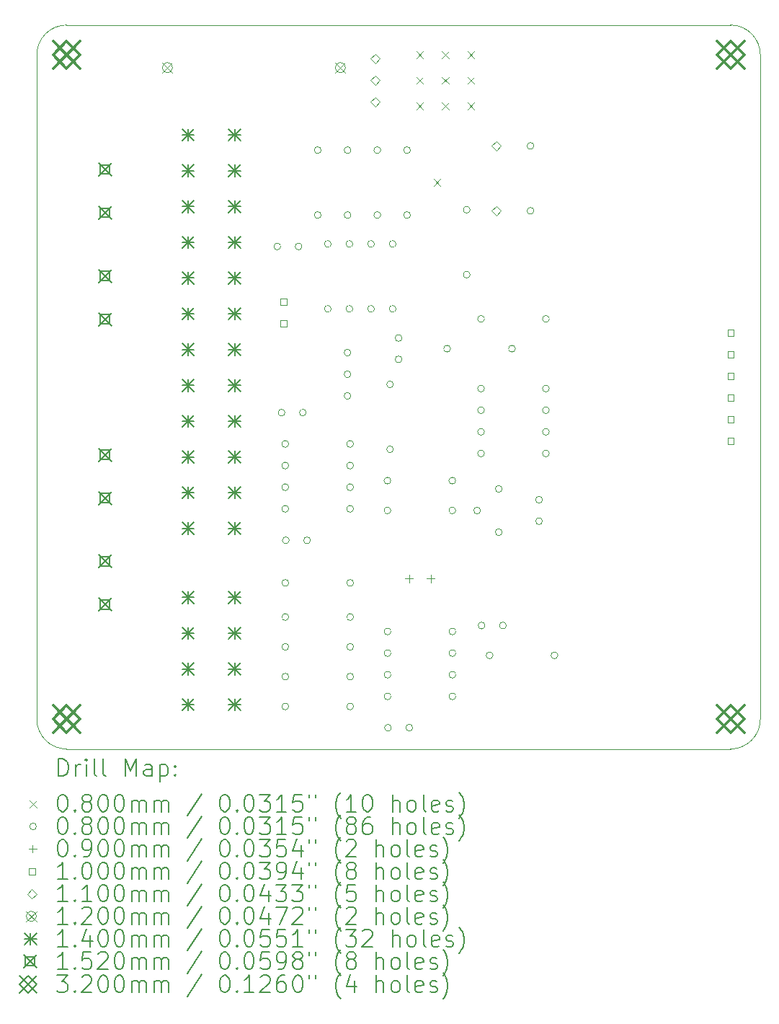
<source format=gbr>
%TF.GenerationSoftware,KiCad,Pcbnew,8.0.6-8.0.6-0~ubuntu24.04.1*%
%TF.CreationDate,2024-10-18T15:38:24+01:00*%
%TF.ProjectId,PowerDelivery,506f7765-7244-4656-9c69-766572792e6b,rev?*%
%TF.SameCoordinates,Original*%
%TF.FileFunction,Drillmap*%
%TF.FilePolarity,Positive*%
%FSLAX45Y45*%
G04 Gerber Fmt 4.5, Leading zero omitted, Abs format (unit mm)*
G04 Created by KiCad (PCBNEW 8.0.6-8.0.6-0~ubuntu24.04.1) date 2024-10-18 15:38:24*
%MOMM*%
%LPD*%
G01*
G04 APERTURE LIST*
%ADD10C,0.100000*%
%ADD11C,0.200000*%
%ADD12C,0.110000*%
%ADD13C,0.120000*%
%ADD14C,0.140000*%
%ADD15C,0.152000*%
%ADD16C,0.320000*%
G04 APERTURE END LIST*
D10*
X11200000Y-13750000D02*
X11200000Y-5950000D01*
X19700000Y-13750000D02*
G75*
G02*
X19350000Y-14100000I-350000J0D01*
G01*
X11550000Y-14100000D02*
G75*
G02*
X11200000Y-13750000I0J350000D01*
G01*
X19350000Y-5600000D02*
G75*
G02*
X19700000Y-5950000I0J-350000D01*
G01*
X19350000Y-14100000D02*
X11550000Y-14100000D01*
X19700000Y-5950000D02*
X19700000Y-13750000D01*
X11200000Y-5950000D02*
G75*
G02*
X11550000Y-5600000I350000J0D01*
G01*
X11550000Y-5600000D02*
X19350000Y-5600000D01*
D11*
D10*
X15660000Y-5910000D02*
X15740000Y-5990000D01*
X15740000Y-5910000D02*
X15660000Y-5990000D01*
X15660000Y-6210000D02*
X15740000Y-6290000D01*
X15740000Y-6210000D02*
X15660000Y-6290000D01*
X15660000Y-6510000D02*
X15740000Y-6590000D01*
X15740000Y-6510000D02*
X15660000Y-6590000D01*
X15860000Y-7410000D02*
X15940000Y-7490000D01*
X15940000Y-7410000D02*
X15860000Y-7490000D01*
X15960000Y-5910000D02*
X16040000Y-5990000D01*
X16040000Y-5910000D02*
X15960000Y-5990000D01*
X15960000Y-6210000D02*
X16040000Y-6290000D01*
X16040000Y-6210000D02*
X15960000Y-6290000D01*
X15960000Y-6510000D02*
X16040000Y-6590000D01*
X16040000Y-6510000D02*
X15960000Y-6590000D01*
X16260000Y-5910000D02*
X16340000Y-5990000D01*
X16340000Y-5910000D02*
X16260000Y-5990000D01*
X16260000Y-6210000D02*
X16340000Y-6290000D01*
X16340000Y-6210000D02*
X16260000Y-6290000D01*
X16260000Y-6510000D02*
X16340000Y-6590000D01*
X16340000Y-6510000D02*
X16260000Y-6590000D01*
X14065000Y-8200000D02*
G75*
G02*
X13985000Y-8200000I-40000J0D01*
G01*
X13985000Y-8200000D02*
G75*
G02*
X14065000Y-8200000I40000J0D01*
G01*
X14115000Y-10150000D02*
G75*
G02*
X14035000Y-10150000I-40000J0D01*
G01*
X14035000Y-10150000D02*
G75*
G02*
X14115000Y-10150000I40000J0D01*
G01*
X14158000Y-10518000D02*
G75*
G02*
X14078000Y-10518000I-40000J0D01*
G01*
X14078000Y-10518000D02*
G75*
G02*
X14158000Y-10518000I40000J0D01*
G01*
X14158000Y-10772000D02*
G75*
G02*
X14078000Y-10772000I-40000J0D01*
G01*
X14078000Y-10772000D02*
G75*
G02*
X14158000Y-10772000I40000J0D01*
G01*
X14158000Y-11026000D02*
G75*
G02*
X14078000Y-11026000I-40000J0D01*
G01*
X14078000Y-11026000D02*
G75*
G02*
X14158000Y-11026000I40000J0D01*
G01*
X14158000Y-11280000D02*
G75*
G02*
X14078000Y-11280000I-40000J0D01*
G01*
X14078000Y-11280000D02*
G75*
G02*
X14158000Y-11280000I40000J0D01*
G01*
X14159000Y-12150000D02*
G75*
G02*
X14079000Y-12150000I-40000J0D01*
G01*
X14079000Y-12150000D02*
G75*
G02*
X14159000Y-12150000I40000J0D01*
G01*
X14159000Y-12550000D02*
G75*
G02*
X14079000Y-12550000I-40000J0D01*
G01*
X14079000Y-12550000D02*
G75*
G02*
X14159000Y-12550000I40000J0D01*
G01*
X14159000Y-12900000D02*
G75*
G02*
X14079000Y-12900000I-40000J0D01*
G01*
X14079000Y-12900000D02*
G75*
G02*
X14159000Y-12900000I40000J0D01*
G01*
X14159000Y-13250000D02*
G75*
G02*
X14079000Y-13250000I-40000J0D01*
G01*
X14079000Y-13250000D02*
G75*
G02*
X14159000Y-13250000I40000J0D01*
G01*
X14159000Y-13600000D02*
G75*
G02*
X14079000Y-13600000I-40000J0D01*
G01*
X14079000Y-13600000D02*
G75*
G02*
X14159000Y-13600000I40000J0D01*
G01*
X14165000Y-11650000D02*
G75*
G02*
X14085000Y-11650000I-40000J0D01*
G01*
X14085000Y-11650000D02*
G75*
G02*
X14165000Y-11650000I40000J0D01*
G01*
X14315000Y-8200000D02*
G75*
G02*
X14235000Y-8200000I-40000J0D01*
G01*
X14235000Y-8200000D02*
G75*
G02*
X14315000Y-8200000I40000J0D01*
G01*
X14365000Y-10150000D02*
G75*
G02*
X14285000Y-10150000I-40000J0D01*
G01*
X14285000Y-10150000D02*
G75*
G02*
X14365000Y-10150000I40000J0D01*
G01*
X14415000Y-11650000D02*
G75*
G02*
X14335000Y-11650000I-40000J0D01*
G01*
X14335000Y-11650000D02*
G75*
G02*
X14415000Y-11650000I40000J0D01*
G01*
X14540000Y-7069000D02*
G75*
G02*
X14460000Y-7069000I-40000J0D01*
G01*
X14460000Y-7069000D02*
G75*
G02*
X14540000Y-7069000I40000J0D01*
G01*
X14540000Y-7831000D02*
G75*
G02*
X14460000Y-7831000I-40000J0D01*
G01*
X14460000Y-7831000D02*
G75*
G02*
X14540000Y-7831000I40000J0D01*
G01*
X14658000Y-8170000D02*
G75*
G02*
X14578000Y-8170000I-40000J0D01*
G01*
X14578000Y-8170000D02*
G75*
G02*
X14658000Y-8170000I40000J0D01*
G01*
X14658000Y-8932000D02*
G75*
G02*
X14578000Y-8932000I-40000J0D01*
G01*
X14578000Y-8932000D02*
G75*
G02*
X14658000Y-8932000I40000J0D01*
G01*
X14890000Y-7069000D02*
G75*
G02*
X14810000Y-7069000I-40000J0D01*
G01*
X14810000Y-7069000D02*
G75*
G02*
X14890000Y-7069000I40000J0D01*
G01*
X14890000Y-7831000D02*
G75*
G02*
X14810000Y-7831000I-40000J0D01*
G01*
X14810000Y-7831000D02*
G75*
G02*
X14890000Y-7831000I40000J0D01*
G01*
X14890000Y-9446000D02*
G75*
G02*
X14810000Y-9446000I-40000J0D01*
G01*
X14810000Y-9446000D02*
G75*
G02*
X14890000Y-9446000I40000J0D01*
G01*
X14890000Y-9700000D02*
G75*
G02*
X14810000Y-9700000I-40000J0D01*
G01*
X14810000Y-9700000D02*
G75*
G02*
X14890000Y-9700000I40000J0D01*
G01*
X14890000Y-9954000D02*
G75*
G02*
X14810000Y-9954000I-40000J0D01*
G01*
X14810000Y-9954000D02*
G75*
G02*
X14890000Y-9954000I40000J0D01*
G01*
X14912000Y-8170000D02*
G75*
G02*
X14832000Y-8170000I-40000J0D01*
G01*
X14832000Y-8170000D02*
G75*
G02*
X14912000Y-8170000I40000J0D01*
G01*
X14912000Y-8932000D02*
G75*
G02*
X14832000Y-8932000I-40000J0D01*
G01*
X14832000Y-8932000D02*
G75*
G02*
X14912000Y-8932000I40000J0D01*
G01*
X14920000Y-10518000D02*
G75*
G02*
X14840000Y-10518000I-40000J0D01*
G01*
X14840000Y-10518000D02*
G75*
G02*
X14920000Y-10518000I40000J0D01*
G01*
X14920000Y-10772000D02*
G75*
G02*
X14840000Y-10772000I-40000J0D01*
G01*
X14840000Y-10772000D02*
G75*
G02*
X14920000Y-10772000I40000J0D01*
G01*
X14920000Y-11026000D02*
G75*
G02*
X14840000Y-11026000I-40000J0D01*
G01*
X14840000Y-11026000D02*
G75*
G02*
X14920000Y-11026000I40000J0D01*
G01*
X14920000Y-11280000D02*
G75*
G02*
X14840000Y-11280000I-40000J0D01*
G01*
X14840000Y-11280000D02*
G75*
G02*
X14920000Y-11280000I40000J0D01*
G01*
X14921000Y-12150000D02*
G75*
G02*
X14841000Y-12150000I-40000J0D01*
G01*
X14841000Y-12150000D02*
G75*
G02*
X14921000Y-12150000I40000J0D01*
G01*
X14921000Y-12550000D02*
G75*
G02*
X14841000Y-12550000I-40000J0D01*
G01*
X14841000Y-12550000D02*
G75*
G02*
X14921000Y-12550000I40000J0D01*
G01*
X14921000Y-12900000D02*
G75*
G02*
X14841000Y-12900000I-40000J0D01*
G01*
X14841000Y-12900000D02*
G75*
G02*
X14921000Y-12900000I40000J0D01*
G01*
X14921000Y-13250000D02*
G75*
G02*
X14841000Y-13250000I-40000J0D01*
G01*
X14841000Y-13250000D02*
G75*
G02*
X14921000Y-13250000I40000J0D01*
G01*
X14921000Y-13600000D02*
G75*
G02*
X14841000Y-13600000I-40000J0D01*
G01*
X14841000Y-13600000D02*
G75*
G02*
X14921000Y-13600000I40000J0D01*
G01*
X15166000Y-8170000D02*
G75*
G02*
X15086000Y-8170000I-40000J0D01*
G01*
X15086000Y-8170000D02*
G75*
G02*
X15166000Y-8170000I40000J0D01*
G01*
X15166000Y-8932000D02*
G75*
G02*
X15086000Y-8932000I-40000J0D01*
G01*
X15086000Y-8932000D02*
G75*
G02*
X15166000Y-8932000I40000J0D01*
G01*
X15240000Y-7069000D02*
G75*
G02*
X15160000Y-7069000I-40000J0D01*
G01*
X15160000Y-7069000D02*
G75*
G02*
X15240000Y-7069000I40000J0D01*
G01*
X15240000Y-7831000D02*
G75*
G02*
X15160000Y-7831000I-40000J0D01*
G01*
X15160000Y-7831000D02*
G75*
G02*
X15240000Y-7831000I40000J0D01*
G01*
X15359000Y-10950000D02*
G75*
G02*
X15279000Y-10950000I-40000J0D01*
G01*
X15279000Y-10950000D02*
G75*
G02*
X15359000Y-10950000I40000J0D01*
G01*
X15359000Y-11300000D02*
G75*
G02*
X15279000Y-11300000I-40000J0D01*
G01*
X15279000Y-11300000D02*
G75*
G02*
X15359000Y-11300000I40000J0D01*
G01*
X15360000Y-12720000D02*
G75*
G02*
X15280000Y-12720000I-40000J0D01*
G01*
X15280000Y-12720000D02*
G75*
G02*
X15360000Y-12720000I40000J0D01*
G01*
X15360000Y-12974000D02*
G75*
G02*
X15280000Y-12974000I-40000J0D01*
G01*
X15280000Y-12974000D02*
G75*
G02*
X15360000Y-12974000I40000J0D01*
G01*
X15360000Y-13228000D02*
G75*
G02*
X15280000Y-13228000I-40000J0D01*
G01*
X15280000Y-13228000D02*
G75*
G02*
X15360000Y-13228000I40000J0D01*
G01*
X15360000Y-13482000D02*
G75*
G02*
X15280000Y-13482000I-40000J0D01*
G01*
X15280000Y-13482000D02*
G75*
G02*
X15360000Y-13482000I40000J0D01*
G01*
X15365000Y-13850000D02*
G75*
G02*
X15285000Y-13850000I-40000J0D01*
G01*
X15285000Y-13850000D02*
G75*
G02*
X15365000Y-13850000I40000J0D01*
G01*
X15390000Y-9819000D02*
G75*
G02*
X15310000Y-9819000I-40000J0D01*
G01*
X15310000Y-9819000D02*
G75*
G02*
X15390000Y-9819000I40000J0D01*
G01*
X15390000Y-10581000D02*
G75*
G02*
X15310000Y-10581000I-40000J0D01*
G01*
X15310000Y-10581000D02*
G75*
G02*
X15390000Y-10581000I40000J0D01*
G01*
X15420000Y-8170000D02*
G75*
G02*
X15340000Y-8170000I-40000J0D01*
G01*
X15340000Y-8170000D02*
G75*
G02*
X15420000Y-8170000I40000J0D01*
G01*
X15420000Y-8932000D02*
G75*
G02*
X15340000Y-8932000I-40000J0D01*
G01*
X15340000Y-8932000D02*
G75*
G02*
X15420000Y-8932000I40000J0D01*
G01*
X15490000Y-9275000D02*
G75*
G02*
X15410000Y-9275000I-40000J0D01*
G01*
X15410000Y-9275000D02*
G75*
G02*
X15490000Y-9275000I40000J0D01*
G01*
X15490000Y-9525000D02*
G75*
G02*
X15410000Y-9525000I-40000J0D01*
G01*
X15410000Y-9525000D02*
G75*
G02*
X15490000Y-9525000I40000J0D01*
G01*
X15590000Y-7069000D02*
G75*
G02*
X15510000Y-7069000I-40000J0D01*
G01*
X15510000Y-7069000D02*
G75*
G02*
X15590000Y-7069000I40000J0D01*
G01*
X15590000Y-7831000D02*
G75*
G02*
X15510000Y-7831000I-40000J0D01*
G01*
X15510000Y-7831000D02*
G75*
G02*
X15590000Y-7831000I40000J0D01*
G01*
X15615000Y-13850000D02*
G75*
G02*
X15535000Y-13850000I-40000J0D01*
G01*
X15535000Y-13850000D02*
G75*
G02*
X15615000Y-13850000I40000J0D01*
G01*
X16059000Y-9400000D02*
G75*
G02*
X15979000Y-9400000I-40000J0D01*
G01*
X15979000Y-9400000D02*
G75*
G02*
X16059000Y-9400000I40000J0D01*
G01*
X16121000Y-10950000D02*
G75*
G02*
X16041000Y-10950000I-40000J0D01*
G01*
X16041000Y-10950000D02*
G75*
G02*
X16121000Y-10950000I40000J0D01*
G01*
X16121000Y-11300000D02*
G75*
G02*
X16041000Y-11300000I-40000J0D01*
G01*
X16041000Y-11300000D02*
G75*
G02*
X16121000Y-11300000I40000J0D01*
G01*
X16122000Y-12720000D02*
G75*
G02*
X16042000Y-12720000I-40000J0D01*
G01*
X16042000Y-12720000D02*
G75*
G02*
X16122000Y-12720000I40000J0D01*
G01*
X16122000Y-12974000D02*
G75*
G02*
X16042000Y-12974000I-40000J0D01*
G01*
X16042000Y-12974000D02*
G75*
G02*
X16122000Y-12974000I40000J0D01*
G01*
X16122000Y-13228000D02*
G75*
G02*
X16042000Y-13228000I-40000J0D01*
G01*
X16042000Y-13228000D02*
G75*
G02*
X16122000Y-13228000I40000J0D01*
G01*
X16122000Y-13482000D02*
G75*
G02*
X16042000Y-13482000I-40000J0D01*
G01*
X16042000Y-13482000D02*
G75*
G02*
X16122000Y-13482000I40000J0D01*
G01*
X16290000Y-7769000D02*
G75*
G02*
X16210000Y-7769000I-40000J0D01*
G01*
X16210000Y-7769000D02*
G75*
G02*
X16290000Y-7769000I40000J0D01*
G01*
X16290000Y-8531000D02*
G75*
G02*
X16210000Y-8531000I-40000J0D01*
G01*
X16210000Y-8531000D02*
G75*
G02*
X16290000Y-8531000I40000J0D01*
G01*
X16413000Y-11300000D02*
G75*
G02*
X16333000Y-11300000I-40000J0D01*
G01*
X16333000Y-11300000D02*
G75*
G02*
X16413000Y-11300000I40000J0D01*
G01*
X16458000Y-9868000D02*
G75*
G02*
X16378000Y-9868000I-40000J0D01*
G01*
X16378000Y-9868000D02*
G75*
G02*
X16458000Y-9868000I40000J0D01*
G01*
X16458000Y-10122000D02*
G75*
G02*
X16378000Y-10122000I-40000J0D01*
G01*
X16378000Y-10122000D02*
G75*
G02*
X16458000Y-10122000I40000J0D01*
G01*
X16458000Y-10376000D02*
G75*
G02*
X16378000Y-10376000I-40000J0D01*
G01*
X16378000Y-10376000D02*
G75*
G02*
X16458000Y-10376000I40000J0D01*
G01*
X16458000Y-10630000D02*
G75*
G02*
X16378000Y-10630000I-40000J0D01*
G01*
X16378000Y-10630000D02*
G75*
G02*
X16458000Y-10630000I40000J0D01*
G01*
X16459000Y-9050000D02*
G75*
G02*
X16379000Y-9050000I-40000J0D01*
G01*
X16379000Y-9050000D02*
G75*
G02*
X16459000Y-9050000I40000J0D01*
G01*
X16465000Y-12650000D02*
G75*
G02*
X16385000Y-12650000I-40000J0D01*
G01*
X16385000Y-12650000D02*
G75*
G02*
X16465000Y-12650000I40000J0D01*
G01*
X16559000Y-13000000D02*
G75*
G02*
X16479000Y-13000000I-40000J0D01*
G01*
X16479000Y-13000000D02*
G75*
G02*
X16559000Y-13000000I40000J0D01*
G01*
X16667000Y-11046000D02*
G75*
G02*
X16587000Y-11046000I-40000J0D01*
G01*
X16587000Y-11046000D02*
G75*
G02*
X16667000Y-11046000I40000J0D01*
G01*
X16667000Y-11554000D02*
G75*
G02*
X16587000Y-11554000I-40000J0D01*
G01*
X16587000Y-11554000D02*
G75*
G02*
X16667000Y-11554000I40000J0D01*
G01*
X16715000Y-12650000D02*
G75*
G02*
X16635000Y-12650000I-40000J0D01*
G01*
X16635000Y-12650000D02*
G75*
G02*
X16715000Y-12650000I40000J0D01*
G01*
X16821000Y-9400000D02*
G75*
G02*
X16741000Y-9400000I-40000J0D01*
G01*
X16741000Y-9400000D02*
G75*
G02*
X16821000Y-9400000I40000J0D01*
G01*
X17040000Y-7019000D02*
G75*
G02*
X16960000Y-7019000I-40000J0D01*
G01*
X16960000Y-7019000D02*
G75*
G02*
X17040000Y-7019000I40000J0D01*
G01*
X17040000Y-7781000D02*
G75*
G02*
X16960000Y-7781000I-40000J0D01*
G01*
X16960000Y-7781000D02*
G75*
G02*
X17040000Y-7781000I40000J0D01*
G01*
X17140000Y-11175000D02*
G75*
G02*
X17060000Y-11175000I-40000J0D01*
G01*
X17060000Y-11175000D02*
G75*
G02*
X17140000Y-11175000I40000J0D01*
G01*
X17140000Y-11425000D02*
G75*
G02*
X17060000Y-11425000I-40000J0D01*
G01*
X17060000Y-11425000D02*
G75*
G02*
X17140000Y-11425000I40000J0D01*
G01*
X17220000Y-9868000D02*
G75*
G02*
X17140000Y-9868000I-40000J0D01*
G01*
X17140000Y-9868000D02*
G75*
G02*
X17220000Y-9868000I40000J0D01*
G01*
X17220000Y-10122000D02*
G75*
G02*
X17140000Y-10122000I-40000J0D01*
G01*
X17140000Y-10122000D02*
G75*
G02*
X17220000Y-10122000I40000J0D01*
G01*
X17220000Y-10376000D02*
G75*
G02*
X17140000Y-10376000I-40000J0D01*
G01*
X17140000Y-10376000D02*
G75*
G02*
X17220000Y-10376000I40000J0D01*
G01*
X17220000Y-10630000D02*
G75*
G02*
X17140000Y-10630000I-40000J0D01*
G01*
X17140000Y-10630000D02*
G75*
G02*
X17220000Y-10630000I40000J0D01*
G01*
X17221000Y-9050000D02*
G75*
G02*
X17141000Y-9050000I-40000J0D01*
G01*
X17141000Y-9050000D02*
G75*
G02*
X17221000Y-9050000I40000J0D01*
G01*
X17321000Y-13000000D02*
G75*
G02*
X17241000Y-13000000I-40000J0D01*
G01*
X17241000Y-13000000D02*
G75*
G02*
X17321000Y-13000000I40000J0D01*
G01*
X15573500Y-12055000D02*
X15573500Y-12145000D01*
X15528500Y-12100000D02*
X15618500Y-12100000D01*
X15827500Y-12055000D02*
X15827500Y-12145000D01*
X15782500Y-12100000D02*
X15872500Y-12100000D01*
X14135356Y-8885356D02*
X14135356Y-8814644D01*
X14064644Y-8814644D01*
X14064644Y-8885356D01*
X14135356Y-8885356D01*
X14135356Y-9139356D02*
X14135356Y-9068644D01*
X14064644Y-9068644D01*
X14064644Y-9139356D01*
X14135356Y-9139356D01*
X19385356Y-9250356D02*
X19385356Y-9179644D01*
X19314644Y-9179644D01*
X19314644Y-9250356D01*
X19385356Y-9250356D01*
X19385356Y-9504356D02*
X19385356Y-9433644D01*
X19314644Y-9433644D01*
X19314644Y-9504356D01*
X19385356Y-9504356D01*
X19385356Y-9758356D02*
X19385356Y-9687644D01*
X19314644Y-9687644D01*
X19314644Y-9758356D01*
X19385356Y-9758356D01*
X19385356Y-10012356D02*
X19385356Y-9941644D01*
X19314644Y-9941644D01*
X19314644Y-10012356D01*
X19385356Y-10012356D01*
X19385356Y-10266356D02*
X19385356Y-10195644D01*
X19314644Y-10195644D01*
X19314644Y-10266356D01*
X19385356Y-10266356D01*
X19385356Y-10520356D02*
X19385356Y-10449644D01*
X19314644Y-10449644D01*
X19314644Y-10520356D01*
X19385356Y-10520356D01*
D12*
X15177000Y-6051000D02*
X15232000Y-5996000D01*
X15177000Y-5941000D01*
X15122000Y-5996000D01*
X15177000Y-6051000D01*
X15177000Y-6305000D02*
X15232000Y-6250000D01*
X15177000Y-6195000D01*
X15122000Y-6250000D01*
X15177000Y-6305000D01*
X15177000Y-6559000D02*
X15232000Y-6504000D01*
X15177000Y-6449000D01*
X15122000Y-6504000D01*
X15177000Y-6559000D01*
X16600000Y-7074000D02*
X16655000Y-7019000D01*
X16600000Y-6964000D01*
X16545000Y-7019000D01*
X16600000Y-7074000D01*
X16600000Y-7836000D02*
X16655000Y-7781000D01*
X16600000Y-7726000D01*
X16545000Y-7781000D01*
X16600000Y-7836000D01*
D13*
X12674000Y-6040000D02*
X12794000Y-6160000D01*
X12794000Y-6040000D02*
X12674000Y-6160000D01*
X12794000Y-6100000D02*
G75*
G02*
X12674000Y-6100000I-60000J0D01*
G01*
X12674000Y-6100000D02*
G75*
G02*
X12794000Y-6100000I60000J0D01*
G01*
X14706000Y-6040000D02*
X14826000Y-6160000D01*
X14826000Y-6040000D02*
X14706000Y-6160000D01*
X14826000Y-6100000D02*
G75*
G02*
X14706000Y-6100000I-60000J0D01*
G01*
X14706000Y-6100000D02*
G75*
G02*
X14826000Y-6100000I60000J0D01*
G01*
D14*
X12905000Y-6820000D02*
X13045000Y-6960000D01*
X13045000Y-6820000D02*
X12905000Y-6960000D01*
X12975000Y-6820000D02*
X12975000Y-6960000D01*
X12905000Y-6890000D02*
X13045000Y-6890000D01*
X12905000Y-7240000D02*
X13045000Y-7380000D01*
X13045000Y-7240000D02*
X12905000Y-7380000D01*
X12975000Y-7240000D02*
X12975000Y-7380000D01*
X12905000Y-7310000D02*
X13045000Y-7310000D01*
X12905000Y-7660000D02*
X13045000Y-7800000D01*
X13045000Y-7660000D02*
X12905000Y-7800000D01*
X12975000Y-7660000D02*
X12975000Y-7800000D01*
X12905000Y-7730000D02*
X13045000Y-7730000D01*
X12905000Y-8080000D02*
X13045000Y-8220000D01*
X13045000Y-8080000D02*
X12905000Y-8220000D01*
X12975000Y-8080000D02*
X12975000Y-8220000D01*
X12905000Y-8150000D02*
X13045000Y-8150000D01*
X12905000Y-8500000D02*
X13045000Y-8640000D01*
X13045000Y-8500000D02*
X12905000Y-8640000D01*
X12975000Y-8500000D02*
X12975000Y-8640000D01*
X12905000Y-8570000D02*
X13045000Y-8570000D01*
X12905000Y-8920000D02*
X13045000Y-9060000D01*
X13045000Y-8920000D02*
X12905000Y-9060000D01*
X12975000Y-8920000D02*
X12975000Y-9060000D01*
X12905000Y-8990000D02*
X13045000Y-8990000D01*
X12905000Y-9340000D02*
X13045000Y-9480000D01*
X13045000Y-9340000D02*
X12905000Y-9480000D01*
X12975000Y-9340000D02*
X12975000Y-9480000D01*
X12905000Y-9410000D02*
X13045000Y-9410000D01*
X12905000Y-9760000D02*
X13045000Y-9900000D01*
X13045000Y-9760000D02*
X12905000Y-9900000D01*
X12975000Y-9760000D02*
X12975000Y-9900000D01*
X12905000Y-9830000D02*
X13045000Y-9830000D01*
X12905000Y-10180000D02*
X13045000Y-10320000D01*
X13045000Y-10180000D02*
X12905000Y-10320000D01*
X12975000Y-10180000D02*
X12975000Y-10320000D01*
X12905000Y-10250000D02*
X13045000Y-10250000D01*
X12905000Y-10600000D02*
X13045000Y-10740000D01*
X13045000Y-10600000D02*
X12905000Y-10740000D01*
X12975000Y-10600000D02*
X12975000Y-10740000D01*
X12905000Y-10670000D02*
X13045000Y-10670000D01*
X12905000Y-11020000D02*
X13045000Y-11160000D01*
X13045000Y-11020000D02*
X12905000Y-11160000D01*
X12975000Y-11020000D02*
X12975000Y-11160000D01*
X12905000Y-11090000D02*
X13045000Y-11090000D01*
X12905000Y-11440000D02*
X13045000Y-11580000D01*
X13045000Y-11440000D02*
X12905000Y-11580000D01*
X12975000Y-11440000D02*
X12975000Y-11580000D01*
X12905000Y-11510000D02*
X13045000Y-11510000D01*
X12905000Y-12250000D02*
X13045000Y-12390000D01*
X13045000Y-12250000D02*
X12905000Y-12390000D01*
X12975000Y-12250000D02*
X12975000Y-12390000D01*
X12905000Y-12320000D02*
X13045000Y-12320000D01*
X12905000Y-12670000D02*
X13045000Y-12810000D01*
X13045000Y-12670000D02*
X12905000Y-12810000D01*
X12975000Y-12670000D02*
X12975000Y-12810000D01*
X12905000Y-12740000D02*
X13045000Y-12740000D01*
X12905000Y-13090000D02*
X13045000Y-13230000D01*
X13045000Y-13090000D02*
X12905000Y-13230000D01*
X12975000Y-13090000D02*
X12975000Y-13230000D01*
X12905000Y-13160000D02*
X13045000Y-13160000D01*
X12905000Y-13510000D02*
X13045000Y-13650000D01*
X13045000Y-13510000D02*
X12905000Y-13650000D01*
X12975000Y-13510000D02*
X12975000Y-13650000D01*
X12905000Y-13580000D02*
X13045000Y-13580000D01*
X13455000Y-6820000D02*
X13595000Y-6960000D01*
X13595000Y-6820000D02*
X13455000Y-6960000D01*
X13525000Y-6820000D02*
X13525000Y-6960000D01*
X13455000Y-6890000D02*
X13595000Y-6890000D01*
X13455000Y-7240000D02*
X13595000Y-7380000D01*
X13595000Y-7240000D02*
X13455000Y-7380000D01*
X13525000Y-7240000D02*
X13525000Y-7380000D01*
X13455000Y-7310000D02*
X13595000Y-7310000D01*
X13455000Y-7660000D02*
X13595000Y-7800000D01*
X13595000Y-7660000D02*
X13455000Y-7800000D01*
X13525000Y-7660000D02*
X13525000Y-7800000D01*
X13455000Y-7730000D02*
X13595000Y-7730000D01*
X13455000Y-8080000D02*
X13595000Y-8220000D01*
X13595000Y-8080000D02*
X13455000Y-8220000D01*
X13525000Y-8080000D02*
X13525000Y-8220000D01*
X13455000Y-8150000D02*
X13595000Y-8150000D01*
X13455000Y-8500000D02*
X13595000Y-8640000D01*
X13595000Y-8500000D02*
X13455000Y-8640000D01*
X13525000Y-8500000D02*
X13525000Y-8640000D01*
X13455000Y-8570000D02*
X13595000Y-8570000D01*
X13455000Y-8920000D02*
X13595000Y-9060000D01*
X13595000Y-8920000D02*
X13455000Y-9060000D01*
X13525000Y-8920000D02*
X13525000Y-9060000D01*
X13455000Y-8990000D02*
X13595000Y-8990000D01*
X13455000Y-9340000D02*
X13595000Y-9480000D01*
X13595000Y-9340000D02*
X13455000Y-9480000D01*
X13525000Y-9340000D02*
X13525000Y-9480000D01*
X13455000Y-9410000D02*
X13595000Y-9410000D01*
X13455000Y-9760000D02*
X13595000Y-9900000D01*
X13595000Y-9760000D02*
X13455000Y-9900000D01*
X13525000Y-9760000D02*
X13525000Y-9900000D01*
X13455000Y-9830000D02*
X13595000Y-9830000D01*
X13455000Y-10180000D02*
X13595000Y-10320000D01*
X13595000Y-10180000D02*
X13455000Y-10320000D01*
X13525000Y-10180000D02*
X13525000Y-10320000D01*
X13455000Y-10250000D02*
X13595000Y-10250000D01*
X13455000Y-10600000D02*
X13595000Y-10740000D01*
X13595000Y-10600000D02*
X13455000Y-10740000D01*
X13525000Y-10600000D02*
X13525000Y-10740000D01*
X13455000Y-10670000D02*
X13595000Y-10670000D01*
X13455000Y-11020000D02*
X13595000Y-11160000D01*
X13595000Y-11020000D02*
X13455000Y-11160000D01*
X13525000Y-11020000D02*
X13525000Y-11160000D01*
X13455000Y-11090000D02*
X13595000Y-11090000D01*
X13455000Y-11440000D02*
X13595000Y-11580000D01*
X13595000Y-11440000D02*
X13455000Y-11580000D01*
X13525000Y-11440000D02*
X13525000Y-11580000D01*
X13455000Y-11510000D02*
X13595000Y-11510000D01*
X13455000Y-12250000D02*
X13595000Y-12390000D01*
X13595000Y-12250000D02*
X13455000Y-12390000D01*
X13525000Y-12250000D02*
X13525000Y-12390000D01*
X13455000Y-12320000D02*
X13595000Y-12320000D01*
X13455000Y-12670000D02*
X13595000Y-12810000D01*
X13595000Y-12670000D02*
X13455000Y-12810000D01*
X13525000Y-12670000D02*
X13525000Y-12810000D01*
X13455000Y-12740000D02*
X13595000Y-12740000D01*
X13455000Y-13090000D02*
X13595000Y-13230000D01*
X13595000Y-13090000D02*
X13455000Y-13230000D01*
X13525000Y-13090000D02*
X13525000Y-13230000D01*
X13455000Y-13160000D02*
X13595000Y-13160000D01*
X13455000Y-13510000D02*
X13595000Y-13650000D01*
X13595000Y-13510000D02*
X13455000Y-13650000D01*
X13525000Y-13510000D02*
X13525000Y-13650000D01*
X13455000Y-13580000D02*
X13595000Y-13580000D01*
D15*
X11924000Y-7220000D02*
X12076000Y-7372000D01*
X12076000Y-7220000D02*
X11924000Y-7372000D01*
X12053741Y-7349741D02*
X12053741Y-7242259D01*
X11946259Y-7242259D01*
X11946259Y-7349741D01*
X12053741Y-7349741D01*
X11924000Y-7728000D02*
X12076000Y-7880000D01*
X12076000Y-7728000D02*
X11924000Y-7880000D01*
X12053741Y-7857741D02*
X12053741Y-7750259D01*
X11946259Y-7750259D01*
X11946259Y-7857741D01*
X12053741Y-7857741D01*
X11924000Y-8470000D02*
X12076000Y-8622000D01*
X12076000Y-8470000D02*
X11924000Y-8622000D01*
X12053741Y-8599741D02*
X12053741Y-8492259D01*
X11946259Y-8492259D01*
X11946259Y-8599741D01*
X12053741Y-8599741D01*
X11924000Y-8978000D02*
X12076000Y-9130000D01*
X12076000Y-8978000D02*
X11924000Y-9130000D01*
X12053741Y-9107741D02*
X12053741Y-9000259D01*
X11946259Y-9000259D01*
X11946259Y-9107741D01*
X12053741Y-9107741D01*
X11924000Y-10570000D02*
X12076000Y-10722000D01*
X12076000Y-10570000D02*
X11924000Y-10722000D01*
X12053741Y-10699741D02*
X12053741Y-10592259D01*
X11946259Y-10592259D01*
X11946259Y-10699741D01*
X12053741Y-10699741D01*
X11924000Y-11078000D02*
X12076000Y-11230000D01*
X12076000Y-11078000D02*
X11924000Y-11230000D01*
X12053741Y-11207741D02*
X12053741Y-11100259D01*
X11946259Y-11100259D01*
X11946259Y-11207741D01*
X12053741Y-11207741D01*
X11924000Y-11820000D02*
X12076000Y-11972000D01*
X12076000Y-11820000D02*
X11924000Y-11972000D01*
X12053741Y-11949741D02*
X12053741Y-11842259D01*
X11946259Y-11842259D01*
X11946259Y-11949741D01*
X12053741Y-11949741D01*
X11924000Y-12328000D02*
X12076000Y-12480000D01*
X12076000Y-12328000D02*
X11924000Y-12480000D01*
X12053741Y-12457741D02*
X12053741Y-12350259D01*
X11946259Y-12350259D01*
X11946259Y-12457741D01*
X12053741Y-12457741D01*
D16*
X11390000Y-5790000D02*
X11710000Y-6110000D01*
X11710000Y-5790000D02*
X11390000Y-6110000D01*
X11550000Y-6110000D02*
X11710000Y-5950000D01*
X11550000Y-5790000D01*
X11390000Y-5950000D01*
X11550000Y-6110000D01*
X11390000Y-13590000D02*
X11710000Y-13910000D01*
X11710000Y-13590000D02*
X11390000Y-13910000D01*
X11550000Y-13910000D02*
X11710000Y-13750000D01*
X11550000Y-13590000D01*
X11390000Y-13750000D01*
X11550000Y-13910000D01*
X19190000Y-5790000D02*
X19510000Y-6110000D01*
X19510000Y-5790000D02*
X19190000Y-6110000D01*
X19350000Y-6110000D02*
X19510000Y-5950000D01*
X19350000Y-5790000D01*
X19190000Y-5950000D01*
X19350000Y-6110000D01*
X19190000Y-13590000D02*
X19510000Y-13910000D01*
X19510000Y-13590000D02*
X19190000Y-13910000D01*
X19350000Y-13910000D02*
X19510000Y-13750000D01*
X19350000Y-13590000D01*
X19190000Y-13750000D01*
X19350000Y-13910000D01*
D11*
X11455777Y-14416484D02*
X11455777Y-14216484D01*
X11455777Y-14216484D02*
X11503396Y-14216484D01*
X11503396Y-14216484D02*
X11531967Y-14226008D01*
X11531967Y-14226008D02*
X11551015Y-14245055D01*
X11551015Y-14245055D02*
X11560539Y-14264103D01*
X11560539Y-14264103D02*
X11570062Y-14302198D01*
X11570062Y-14302198D02*
X11570062Y-14330769D01*
X11570062Y-14330769D02*
X11560539Y-14368865D01*
X11560539Y-14368865D02*
X11551015Y-14387912D01*
X11551015Y-14387912D02*
X11531967Y-14406960D01*
X11531967Y-14406960D02*
X11503396Y-14416484D01*
X11503396Y-14416484D02*
X11455777Y-14416484D01*
X11655777Y-14416484D02*
X11655777Y-14283150D01*
X11655777Y-14321246D02*
X11665301Y-14302198D01*
X11665301Y-14302198D02*
X11674824Y-14292674D01*
X11674824Y-14292674D02*
X11693872Y-14283150D01*
X11693872Y-14283150D02*
X11712920Y-14283150D01*
X11779586Y-14416484D02*
X11779586Y-14283150D01*
X11779586Y-14216484D02*
X11770062Y-14226008D01*
X11770062Y-14226008D02*
X11779586Y-14235531D01*
X11779586Y-14235531D02*
X11789110Y-14226008D01*
X11789110Y-14226008D02*
X11779586Y-14216484D01*
X11779586Y-14216484D02*
X11779586Y-14235531D01*
X11903396Y-14416484D02*
X11884348Y-14406960D01*
X11884348Y-14406960D02*
X11874824Y-14387912D01*
X11874824Y-14387912D02*
X11874824Y-14216484D01*
X12008158Y-14416484D02*
X11989110Y-14406960D01*
X11989110Y-14406960D02*
X11979586Y-14387912D01*
X11979586Y-14387912D02*
X11979586Y-14216484D01*
X12236729Y-14416484D02*
X12236729Y-14216484D01*
X12236729Y-14216484D02*
X12303396Y-14359341D01*
X12303396Y-14359341D02*
X12370062Y-14216484D01*
X12370062Y-14216484D02*
X12370062Y-14416484D01*
X12551015Y-14416484D02*
X12551015Y-14311722D01*
X12551015Y-14311722D02*
X12541491Y-14292674D01*
X12541491Y-14292674D02*
X12522443Y-14283150D01*
X12522443Y-14283150D02*
X12484348Y-14283150D01*
X12484348Y-14283150D02*
X12465301Y-14292674D01*
X12551015Y-14406960D02*
X12531967Y-14416484D01*
X12531967Y-14416484D02*
X12484348Y-14416484D01*
X12484348Y-14416484D02*
X12465301Y-14406960D01*
X12465301Y-14406960D02*
X12455777Y-14387912D01*
X12455777Y-14387912D02*
X12455777Y-14368865D01*
X12455777Y-14368865D02*
X12465301Y-14349817D01*
X12465301Y-14349817D02*
X12484348Y-14340293D01*
X12484348Y-14340293D02*
X12531967Y-14340293D01*
X12531967Y-14340293D02*
X12551015Y-14330769D01*
X12646253Y-14283150D02*
X12646253Y-14483150D01*
X12646253Y-14292674D02*
X12665301Y-14283150D01*
X12665301Y-14283150D02*
X12703396Y-14283150D01*
X12703396Y-14283150D02*
X12722443Y-14292674D01*
X12722443Y-14292674D02*
X12731967Y-14302198D01*
X12731967Y-14302198D02*
X12741491Y-14321246D01*
X12741491Y-14321246D02*
X12741491Y-14378388D01*
X12741491Y-14378388D02*
X12731967Y-14397436D01*
X12731967Y-14397436D02*
X12722443Y-14406960D01*
X12722443Y-14406960D02*
X12703396Y-14416484D01*
X12703396Y-14416484D02*
X12665301Y-14416484D01*
X12665301Y-14416484D02*
X12646253Y-14406960D01*
X12827205Y-14397436D02*
X12836729Y-14406960D01*
X12836729Y-14406960D02*
X12827205Y-14416484D01*
X12827205Y-14416484D02*
X12817682Y-14406960D01*
X12817682Y-14406960D02*
X12827205Y-14397436D01*
X12827205Y-14397436D02*
X12827205Y-14416484D01*
X12827205Y-14292674D02*
X12836729Y-14302198D01*
X12836729Y-14302198D02*
X12827205Y-14311722D01*
X12827205Y-14311722D02*
X12817682Y-14302198D01*
X12817682Y-14302198D02*
X12827205Y-14292674D01*
X12827205Y-14292674D02*
X12827205Y-14311722D01*
D10*
X11115000Y-14705000D02*
X11195000Y-14785000D01*
X11195000Y-14705000D02*
X11115000Y-14785000D01*
D11*
X11493872Y-14636484D02*
X11512920Y-14636484D01*
X11512920Y-14636484D02*
X11531967Y-14646008D01*
X11531967Y-14646008D02*
X11541491Y-14655531D01*
X11541491Y-14655531D02*
X11551015Y-14674579D01*
X11551015Y-14674579D02*
X11560539Y-14712674D01*
X11560539Y-14712674D02*
X11560539Y-14760293D01*
X11560539Y-14760293D02*
X11551015Y-14798388D01*
X11551015Y-14798388D02*
X11541491Y-14817436D01*
X11541491Y-14817436D02*
X11531967Y-14826960D01*
X11531967Y-14826960D02*
X11512920Y-14836484D01*
X11512920Y-14836484D02*
X11493872Y-14836484D01*
X11493872Y-14836484D02*
X11474824Y-14826960D01*
X11474824Y-14826960D02*
X11465301Y-14817436D01*
X11465301Y-14817436D02*
X11455777Y-14798388D01*
X11455777Y-14798388D02*
X11446253Y-14760293D01*
X11446253Y-14760293D02*
X11446253Y-14712674D01*
X11446253Y-14712674D02*
X11455777Y-14674579D01*
X11455777Y-14674579D02*
X11465301Y-14655531D01*
X11465301Y-14655531D02*
X11474824Y-14646008D01*
X11474824Y-14646008D02*
X11493872Y-14636484D01*
X11646253Y-14817436D02*
X11655777Y-14826960D01*
X11655777Y-14826960D02*
X11646253Y-14836484D01*
X11646253Y-14836484D02*
X11636729Y-14826960D01*
X11636729Y-14826960D02*
X11646253Y-14817436D01*
X11646253Y-14817436D02*
X11646253Y-14836484D01*
X11770062Y-14722198D02*
X11751015Y-14712674D01*
X11751015Y-14712674D02*
X11741491Y-14703150D01*
X11741491Y-14703150D02*
X11731967Y-14684103D01*
X11731967Y-14684103D02*
X11731967Y-14674579D01*
X11731967Y-14674579D02*
X11741491Y-14655531D01*
X11741491Y-14655531D02*
X11751015Y-14646008D01*
X11751015Y-14646008D02*
X11770062Y-14636484D01*
X11770062Y-14636484D02*
X11808158Y-14636484D01*
X11808158Y-14636484D02*
X11827205Y-14646008D01*
X11827205Y-14646008D02*
X11836729Y-14655531D01*
X11836729Y-14655531D02*
X11846253Y-14674579D01*
X11846253Y-14674579D02*
X11846253Y-14684103D01*
X11846253Y-14684103D02*
X11836729Y-14703150D01*
X11836729Y-14703150D02*
X11827205Y-14712674D01*
X11827205Y-14712674D02*
X11808158Y-14722198D01*
X11808158Y-14722198D02*
X11770062Y-14722198D01*
X11770062Y-14722198D02*
X11751015Y-14731722D01*
X11751015Y-14731722D02*
X11741491Y-14741246D01*
X11741491Y-14741246D02*
X11731967Y-14760293D01*
X11731967Y-14760293D02*
X11731967Y-14798388D01*
X11731967Y-14798388D02*
X11741491Y-14817436D01*
X11741491Y-14817436D02*
X11751015Y-14826960D01*
X11751015Y-14826960D02*
X11770062Y-14836484D01*
X11770062Y-14836484D02*
X11808158Y-14836484D01*
X11808158Y-14836484D02*
X11827205Y-14826960D01*
X11827205Y-14826960D02*
X11836729Y-14817436D01*
X11836729Y-14817436D02*
X11846253Y-14798388D01*
X11846253Y-14798388D02*
X11846253Y-14760293D01*
X11846253Y-14760293D02*
X11836729Y-14741246D01*
X11836729Y-14741246D02*
X11827205Y-14731722D01*
X11827205Y-14731722D02*
X11808158Y-14722198D01*
X11970062Y-14636484D02*
X11989110Y-14636484D01*
X11989110Y-14636484D02*
X12008158Y-14646008D01*
X12008158Y-14646008D02*
X12017682Y-14655531D01*
X12017682Y-14655531D02*
X12027205Y-14674579D01*
X12027205Y-14674579D02*
X12036729Y-14712674D01*
X12036729Y-14712674D02*
X12036729Y-14760293D01*
X12036729Y-14760293D02*
X12027205Y-14798388D01*
X12027205Y-14798388D02*
X12017682Y-14817436D01*
X12017682Y-14817436D02*
X12008158Y-14826960D01*
X12008158Y-14826960D02*
X11989110Y-14836484D01*
X11989110Y-14836484D02*
X11970062Y-14836484D01*
X11970062Y-14836484D02*
X11951015Y-14826960D01*
X11951015Y-14826960D02*
X11941491Y-14817436D01*
X11941491Y-14817436D02*
X11931967Y-14798388D01*
X11931967Y-14798388D02*
X11922443Y-14760293D01*
X11922443Y-14760293D02*
X11922443Y-14712674D01*
X11922443Y-14712674D02*
X11931967Y-14674579D01*
X11931967Y-14674579D02*
X11941491Y-14655531D01*
X11941491Y-14655531D02*
X11951015Y-14646008D01*
X11951015Y-14646008D02*
X11970062Y-14636484D01*
X12160539Y-14636484D02*
X12179586Y-14636484D01*
X12179586Y-14636484D02*
X12198634Y-14646008D01*
X12198634Y-14646008D02*
X12208158Y-14655531D01*
X12208158Y-14655531D02*
X12217682Y-14674579D01*
X12217682Y-14674579D02*
X12227205Y-14712674D01*
X12227205Y-14712674D02*
X12227205Y-14760293D01*
X12227205Y-14760293D02*
X12217682Y-14798388D01*
X12217682Y-14798388D02*
X12208158Y-14817436D01*
X12208158Y-14817436D02*
X12198634Y-14826960D01*
X12198634Y-14826960D02*
X12179586Y-14836484D01*
X12179586Y-14836484D02*
X12160539Y-14836484D01*
X12160539Y-14836484D02*
X12141491Y-14826960D01*
X12141491Y-14826960D02*
X12131967Y-14817436D01*
X12131967Y-14817436D02*
X12122443Y-14798388D01*
X12122443Y-14798388D02*
X12112920Y-14760293D01*
X12112920Y-14760293D02*
X12112920Y-14712674D01*
X12112920Y-14712674D02*
X12122443Y-14674579D01*
X12122443Y-14674579D02*
X12131967Y-14655531D01*
X12131967Y-14655531D02*
X12141491Y-14646008D01*
X12141491Y-14646008D02*
X12160539Y-14636484D01*
X12312920Y-14836484D02*
X12312920Y-14703150D01*
X12312920Y-14722198D02*
X12322443Y-14712674D01*
X12322443Y-14712674D02*
X12341491Y-14703150D01*
X12341491Y-14703150D02*
X12370063Y-14703150D01*
X12370063Y-14703150D02*
X12389110Y-14712674D01*
X12389110Y-14712674D02*
X12398634Y-14731722D01*
X12398634Y-14731722D02*
X12398634Y-14836484D01*
X12398634Y-14731722D02*
X12408158Y-14712674D01*
X12408158Y-14712674D02*
X12427205Y-14703150D01*
X12427205Y-14703150D02*
X12455777Y-14703150D01*
X12455777Y-14703150D02*
X12474824Y-14712674D01*
X12474824Y-14712674D02*
X12484348Y-14731722D01*
X12484348Y-14731722D02*
X12484348Y-14836484D01*
X12579586Y-14836484D02*
X12579586Y-14703150D01*
X12579586Y-14722198D02*
X12589110Y-14712674D01*
X12589110Y-14712674D02*
X12608158Y-14703150D01*
X12608158Y-14703150D02*
X12636729Y-14703150D01*
X12636729Y-14703150D02*
X12655777Y-14712674D01*
X12655777Y-14712674D02*
X12665301Y-14731722D01*
X12665301Y-14731722D02*
X12665301Y-14836484D01*
X12665301Y-14731722D02*
X12674824Y-14712674D01*
X12674824Y-14712674D02*
X12693872Y-14703150D01*
X12693872Y-14703150D02*
X12722443Y-14703150D01*
X12722443Y-14703150D02*
X12741491Y-14712674D01*
X12741491Y-14712674D02*
X12751015Y-14731722D01*
X12751015Y-14731722D02*
X12751015Y-14836484D01*
X13141491Y-14626960D02*
X12970063Y-14884103D01*
X13398634Y-14636484D02*
X13417682Y-14636484D01*
X13417682Y-14636484D02*
X13436729Y-14646008D01*
X13436729Y-14646008D02*
X13446253Y-14655531D01*
X13446253Y-14655531D02*
X13455777Y-14674579D01*
X13455777Y-14674579D02*
X13465301Y-14712674D01*
X13465301Y-14712674D02*
X13465301Y-14760293D01*
X13465301Y-14760293D02*
X13455777Y-14798388D01*
X13455777Y-14798388D02*
X13446253Y-14817436D01*
X13446253Y-14817436D02*
X13436729Y-14826960D01*
X13436729Y-14826960D02*
X13417682Y-14836484D01*
X13417682Y-14836484D02*
X13398634Y-14836484D01*
X13398634Y-14836484D02*
X13379586Y-14826960D01*
X13379586Y-14826960D02*
X13370063Y-14817436D01*
X13370063Y-14817436D02*
X13360539Y-14798388D01*
X13360539Y-14798388D02*
X13351015Y-14760293D01*
X13351015Y-14760293D02*
X13351015Y-14712674D01*
X13351015Y-14712674D02*
X13360539Y-14674579D01*
X13360539Y-14674579D02*
X13370063Y-14655531D01*
X13370063Y-14655531D02*
X13379586Y-14646008D01*
X13379586Y-14646008D02*
X13398634Y-14636484D01*
X13551015Y-14817436D02*
X13560539Y-14826960D01*
X13560539Y-14826960D02*
X13551015Y-14836484D01*
X13551015Y-14836484D02*
X13541491Y-14826960D01*
X13541491Y-14826960D02*
X13551015Y-14817436D01*
X13551015Y-14817436D02*
X13551015Y-14836484D01*
X13684348Y-14636484D02*
X13703396Y-14636484D01*
X13703396Y-14636484D02*
X13722444Y-14646008D01*
X13722444Y-14646008D02*
X13731967Y-14655531D01*
X13731967Y-14655531D02*
X13741491Y-14674579D01*
X13741491Y-14674579D02*
X13751015Y-14712674D01*
X13751015Y-14712674D02*
X13751015Y-14760293D01*
X13751015Y-14760293D02*
X13741491Y-14798388D01*
X13741491Y-14798388D02*
X13731967Y-14817436D01*
X13731967Y-14817436D02*
X13722444Y-14826960D01*
X13722444Y-14826960D02*
X13703396Y-14836484D01*
X13703396Y-14836484D02*
X13684348Y-14836484D01*
X13684348Y-14836484D02*
X13665301Y-14826960D01*
X13665301Y-14826960D02*
X13655777Y-14817436D01*
X13655777Y-14817436D02*
X13646253Y-14798388D01*
X13646253Y-14798388D02*
X13636729Y-14760293D01*
X13636729Y-14760293D02*
X13636729Y-14712674D01*
X13636729Y-14712674D02*
X13646253Y-14674579D01*
X13646253Y-14674579D02*
X13655777Y-14655531D01*
X13655777Y-14655531D02*
X13665301Y-14646008D01*
X13665301Y-14646008D02*
X13684348Y-14636484D01*
X13817682Y-14636484D02*
X13941491Y-14636484D01*
X13941491Y-14636484D02*
X13874825Y-14712674D01*
X13874825Y-14712674D02*
X13903396Y-14712674D01*
X13903396Y-14712674D02*
X13922444Y-14722198D01*
X13922444Y-14722198D02*
X13931967Y-14731722D01*
X13931967Y-14731722D02*
X13941491Y-14750769D01*
X13941491Y-14750769D02*
X13941491Y-14798388D01*
X13941491Y-14798388D02*
X13931967Y-14817436D01*
X13931967Y-14817436D02*
X13922444Y-14826960D01*
X13922444Y-14826960D02*
X13903396Y-14836484D01*
X13903396Y-14836484D02*
X13846253Y-14836484D01*
X13846253Y-14836484D02*
X13827206Y-14826960D01*
X13827206Y-14826960D02*
X13817682Y-14817436D01*
X14131967Y-14836484D02*
X14017682Y-14836484D01*
X14074825Y-14836484D02*
X14074825Y-14636484D01*
X14074825Y-14636484D02*
X14055777Y-14665055D01*
X14055777Y-14665055D02*
X14036729Y-14684103D01*
X14036729Y-14684103D02*
X14017682Y-14693627D01*
X14312920Y-14636484D02*
X14217682Y-14636484D01*
X14217682Y-14636484D02*
X14208158Y-14731722D01*
X14208158Y-14731722D02*
X14217682Y-14722198D01*
X14217682Y-14722198D02*
X14236729Y-14712674D01*
X14236729Y-14712674D02*
X14284348Y-14712674D01*
X14284348Y-14712674D02*
X14303396Y-14722198D01*
X14303396Y-14722198D02*
X14312920Y-14731722D01*
X14312920Y-14731722D02*
X14322444Y-14750769D01*
X14322444Y-14750769D02*
X14322444Y-14798388D01*
X14322444Y-14798388D02*
X14312920Y-14817436D01*
X14312920Y-14817436D02*
X14303396Y-14826960D01*
X14303396Y-14826960D02*
X14284348Y-14836484D01*
X14284348Y-14836484D02*
X14236729Y-14836484D01*
X14236729Y-14836484D02*
X14217682Y-14826960D01*
X14217682Y-14826960D02*
X14208158Y-14817436D01*
X14398634Y-14636484D02*
X14398634Y-14674579D01*
X14474825Y-14636484D02*
X14474825Y-14674579D01*
X14770063Y-14912674D02*
X14760539Y-14903150D01*
X14760539Y-14903150D02*
X14741491Y-14874579D01*
X14741491Y-14874579D02*
X14731968Y-14855531D01*
X14731968Y-14855531D02*
X14722444Y-14826960D01*
X14722444Y-14826960D02*
X14712920Y-14779341D01*
X14712920Y-14779341D02*
X14712920Y-14741246D01*
X14712920Y-14741246D02*
X14722444Y-14693627D01*
X14722444Y-14693627D02*
X14731968Y-14665055D01*
X14731968Y-14665055D02*
X14741491Y-14646008D01*
X14741491Y-14646008D02*
X14760539Y-14617436D01*
X14760539Y-14617436D02*
X14770063Y-14607912D01*
X14951015Y-14836484D02*
X14836729Y-14836484D01*
X14893872Y-14836484D02*
X14893872Y-14636484D01*
X14893872Y-14636484D02*
X14874825Y-14665055D01*
X14874825Y-14665055D02*
X14855777Y-14684103D01*
X14855777Y-14684103D02*
X14836729Y-14693627D01*
X15074825Y-14636484D02*
X15093872Y-14636484D01*
X15093872Y-14636484D02*
X15112920Y-14646008D01*
X15112920Y-14646008D02*
X15122444Y-14655531D01*
X15122444Y-14655531D02*
X15131968Y-14674579D01*
X15131968Y-14674579D02*
X15141491Y-14712674D01*
X15141491Y-14712674D02*
X15141491Y-14760293D01*
X15141491Y-14760293D02*
X15131968Y-14798388D01*
X15131968Y-14798388D02*
X15122444Y-14817436D01*
X15122444Y-14817436D02*
X15112920Y-14826960D01*
X15112920Y-14826960D02*
X15093872Y-14836484D01*
X15093872Y-14836484D02*
X15074825Y-14836484D01*
X15074825Y-14836484D02*
X15055777Y-14826960D01*
X15055777Y-14826960D02*
X15046253Y-14817436D01*
X15046253Y-14817436D02*
X15036729Y-14798388D01*
X15036729Y-14798388D02*
X15027206Y-14760293D01*
X15027206Y-14760293D02*
X15027206Y-14712674D01*
X15027206Y-14712674D02*
X15036729Y-14674579D01*
X15036729Y-14674579D02*
X15046253Y-14655531D01*
X15046253Y-14655531D02*
X15055777Y-14646008D01*
X15055777Y-14646008D02*
X15074825Y-14636484D01*
X15379587Y-14836484D02*
X15379587Y-14636484D01*
X15465301Y-14836484D02*
X15465301Y-14731722D01*
X15465301Y-14731722D02*
X15455777Y-14712674D01*
X15455777Y-14712674D02*
X15436730Y-14703150D01*
X15436730Y-14703150D02*
X15408158Y-14703150D01*
X15408158Y-14703150D02*
X15389110Y-14712674D01*
X15389110Y-14712674D02*
X15379587Y-14722198D01*
X15589110Y-14836484D02*
X15570063Y-14826960D01*
X15570063Y-14826960D02*
X15560539Y-14817436D01*
X15560539Y-14817436D02*
X15551015Y-14798388D01*
X15551015Y-14798388D02*
X15551015Y-14741246D01*
X15551015Y-14741246D02*
X15560539Y-14722198D01*
X15560539Y-14722198D02*
X15570063Y-14712674D01*
X15570063Y-14712674D02*
X15589110Y-14703150D01*
X15589110Y-14703150D02*
X15617682Y-14703150D01*
X15617682Y-14703150D02*
X15636730Y-14712674D01*
X15636730Y-14712674D02*
X15646253Y-14722198D01*
X15646253Y-14722198D02*
X15655777Y-14741246D01*
X15655777Y-14741246D02*
X15655777Y-14798388D01*
X15655777Y-14798388D02*
X15646253Y-14817436D01*
X15646253Y-14817436D02*
X15636730Y-14826960D01*
X15636730Y-14826960D02*
X15617682Y-14836484D01*
X15617682Y-14836484D02*
X15589110Y-14836484D01*
X15770063Y-14836484D02*
X15751015Y-14826960D01*
X15751015Y-14826960D02*
X15741491Y-14807912D01*
X15741491Y-14807912D02*
X15741491Y-14636484D01*
X15922444Y-14826960D02*
X15903396Y-14836484D01*
X15903396Y-14836484D02*
X15865301Y-14836484D01*
X15865301Y-14836484D02*
X15846253Y-14826960D01*
X15846253Y-14826960D02*
X15836730Y-14807912D01*
X15836730Y-14807912D02*
X15836730Y-14731722D01*
X15836730Y-14731722D02*
X15846253Y-14712674D01*
X15846253Y-14712674D02*
X15865301Y-14703150D01*
X15865301Y-14703150D02*
X15903396Y-14703150D01*
X15903396Y-14703150D02*
X15922444Y-14712674D01*
X15922444Y-14712674D02*
X15931968Y-14731722D01*
X15931968Y-14731722D02*
X15931968Y-14750769D01*
X15931968Y-14750769D02*
X15836730Y-14769817D01*
X16008158Y-14826960D02*
X16027206Y-14836484D01*
X16027206Y-14836484D02*
X16065301Y-14836484D01*
X16065301Y-14836484D02*
X16084349Y-14826960D01*
X16084349Y-14826960D02*
X16093872Y-14807912D01*
X16093872Y-14807912D02*
X16093872Y-14798388D01*
X16093872Y-14798388D02*
X16084349Y-14779341D01*
X16084349Y-14779341D02*
X16065301Y-14769817D01*
X16065301Y-14769817D02*
X16036730Y-14769817D01*
X16036730Y-14769817D02*
X16017682Y-14760293D01*
X16017682Y-14760293D02*
X16008158Y-14741246D01*
X16008158Y-14741246D02*
X16008158Y-14731722D01*
X16008158Y-14731722D02*
X16017682Y-14712674D01*
X16017682Y-14712674D02*
X16036730Y-14703150D01*
X16036730Y-14703150D02*
X16065301Y-14703150D01*
X16065301Y-14703150D02*
X16084349Y-14712674D01*
X16160539Y-14912674D02*
X16170063Y-14903150D01*
X16170063Y-14903150D02*
X16189111Y-14874579D01*
X16189111Y-14874579D02*
X16198634Y-14855531D01*
X16198634Y-14855531D02*
X16208158Y-14826960D01*
X16208158Y-14826960D02*
X16217682Y-14779341D01*
X16217682Y-14779341D02*
X16217682Y-14741246D01*
X16217682Y-14741246D02*
X16208158Y-14693627D01*
X16208158Y-14693627D02*
X16198634Y-14665055D01*
X16198634Y-14665055D02*
X16189111Y-14646008D01*
X16189111Y-14646008D02*
X16170063Y-14617436D01*
X16170063Y-14617436D02*
X16160539Y-14607912D01*
D10*
X11195000Y-15009000D02*
G75*
G02*
X11115000Y-15009000I-40000J0D01*
G01*
X11115000Y-15009000D02*
G75*
G02*
X11195000Y-15009000I40000J0D01*
G01*
D11*
X11493872Y-14900484D02*
X11512920Y-14900484D01*
X11512920Y-14900484D02*
X11531967Y-14910008D01*
X11531967Y-14910008D02*
X11541491Y-14919531D01*
X11541491Y-14919531D02*
X11551015Y-14938579D01*
X11551015Y-14938579D02*
X11560539Y-14976674D01*
X11560539Y-14976674D02*
X11560539Y-15024293D01*
X11560539Y-15024293D02*
X11551015Y-15062388D01*
X11551015Y-15062388D02*
X11541491Y-15081436D01*
X11541491Y-15081436D02*
X11531967Y-15090960D01*
X11531967Y-15090960D02*
X11512920Y-15100484D01*
X11512920Y-15100484D02*
X11493872Y-15100484D01*
X11493872Y-15100484D02*
X11474824Y-15090960D01*
X11474824Y-15090960D02*
X11465301Y-15081436D01*
X11465301Y-15081436D02*
X11455777Y-15062388D01*
X11455777Y-15062388D02*
X11446253Y-15024293D01*
X11446253Y-15024293D02*
X11446253Y-14976674D01*
X11446253Y-14976674D02*
X11455777Y-14938579D01*
X11455777Y-14938579D02*
X11465301Y-14919531D01*
X11465301Y-14919531D02*
X11474824Y-14910008D01*
X11474824Y-14910008D02*
X11493872Y-14900484D01*
X11646253Y-15081436D02*
X11655777Y-15090960D01*
X11655777Y-15090960D02*
X11646253Y-15100484D01*
X11646253Y-15100484D02*
X11636729Y-15090960D01*
X11636729Y-15090960D02*
X11646253Y-15081436D01*
X11646253Y-15081436D02*
X11646253Y-15100484D01*
X11770062Y-14986198D02*
X11751015Y-14976674D01*
X11751015Y-14976674D02*
X11741491Y-14967150D01*
X11741491Y-14967150D02*
X11731967Y-14948103D01*
X11731967Y-14948103D02*
X11731967Y-14938579D01*
X11731967Y-14938579D02*
X11741491Y-14919531D01*
X11741491Y-14919531D02*
X11751015Y-14910008D01*
X11751015Y-14910008D02*
X11770062Y-14900484D01*
X11770062Y-14900484D02*
X11808158Y-14900484D01*
X11808158Y-14900484D02*
X11827205Y-14910008D01*
X11827205Y-14910008D02*
X11836729Y-14919531D01*
X11836729Y-14919531D02*
X11846253Y-14938579D01*
X11846253Y-14938579D02*
X11846253Y-14948103D01*
X11846253Y-14948103D02*
X11836729Y-14967150D01*
X11836729Y-14967150D02*
X11827205Y-14976674D01*
X11827205Y-14976674D02*
X11808158Y-14986198D01*
X11808158Y-14986198D02*
X11770062Y-14986198D01*
X11770062Y-14986198D02*
X11751015Y-14995722D01*
X11751015Y-14995722D02*
X11741491Y-15005246D01*
X11741491Y-15005246D02*
X11731967Y-15024293D01*
X11731967Y-15024293D02*
X11731967Y-15062388D01*
X11731967Y-15062388D02*
X11741491Y-15081436D01*
X11741491Y-15081436D02*
X11751015Y-15090960D01*
X11751015Y-15090960D02*
X11770062Y-15100484D01*
X11770062Y-15100484D02*
X11808158Y-15100484D01*
X11808158Y-15100484D02*
X11827205Y-15090960D01*
X11827205Y-15090960D02*
X11836729Y-15081436D01*
X11836729Y-15081436D02*
X11846253Y-15062388D01*
X11846253Y-15062388D02*
X11846253Y-15024293D01*
X11846253Y-15024293D02*
X11836729Y-15005246D01*
X11836729Y-15005246D02*
X11827205Y-14995722D01*
X11827205Y-14995722D02*
X11808158Y-14986198D01*
X11970062Y-14900484D02*
X11989110Y-14900484D01*
X11989110Y-14900484D02*
X12008158Y-14910008D01*
X12008158Y-14910008D02*
X12017682Y-14919531D01*
X12017682Y-14919531D02*
X12027205Y-14938579D01*
X12027205Y-14938579D02*
X12036729Y-14976674D01*
X12036729Y-14976674D02*
X12036729Y-15024293D01*
X12036729Y-15024293D02*
X12027205Y-15062388D01*
X12027205Y-15062388D02*
X12017682Y-15081436D01*
X12017682Y-15081436D02*
X12008158Y-15090960D01*
X12008158Y-15090960D02*
X11989110Y-15100484D01*
X11989110Y-15100484D02*
X11970062Y-15100484D01*
X11970062Y-15100484D02*
X11951015Y-15090960D01*
X11951015Y-15090960D02*
X11941491Y-15081436D01*
X11941491Y-15081436D02*
X11931967Y-15062388D01*
X11931967Y-15062388D02*
X11922443Y-15024293D01*
X11922443Y-15024293D02*
X11922443Y-14976674D01*
X11922443Y-14976674D02*
X11931967Y-14938579D01*
X11931967Y-14938579D02*
X11941491Y-14919531D01*
X11941491Y-14919531D02*
X11951015Y-14910008D01*
X11951015Y-14910008D02*
X11970062Y-14900484D01*
X12160539Y-14900484D02*
X12179586Y-14900484D01*
X12179586Y-14900484D02*
X12198634Y-14910008D01*
X12198634Y-14910008D02*
X12208158Y-14919531D01*
X12208158Y-14919531D02*
X12217682Y-14938579D01*
X12217682Y-14938579D02*
X12227205Y-14976674D01*
X12227205Y-14976674D02*
X12227205Y-15024293D01*
X12227205Y-15024293D02*
X12217682Y-15062388D01*
X12217682Y-15062388D02*
X12208158Y-15081436D01*
X12208158Y-15081436D02*
X12198634Y-15090960D01*
X12198634Y-15090960D02*
X12179586Y-15100484D01*
X12179586Y-15100484D02*
X12160539Y-15100484D01*
X12160539Y-15100484D02*
X12141491Y-15090960D01*
X12141491Y-15090960D02*
X12131967Y-15081436D01*
X12131967Y-15081436D02*
X12122443Y-15062388D01*
X12122443Y-15062388D02*
X12112920Y-15024293D01*
X12112920Y-15024293D02*
X12112920Y-14976674D01*
X12112920Y-14976674D02*
X12122443Y-14938579D01*
X12122443Y-14938579D02*
X12131967Y-14919531D01*
X12131967Y-14919531D02*
X12141491Y-14910008D01*
X12141491Y-14910008D02*
X12160539Y-14900484D01*
X12312920Y-15100484D02*
X12312920Y-14967150D01*
X12312920Y-14986198D02*
X12322443Y-14976674D01*
X12322443Y-14976674D02*
X12341491Y-14967150D01*
X12341491Y-14967150D02*
X12370063Y-14967150D01*
X12370063Y-14967150D02*
X12389110Y-14976674D01*
X12389110Y-14976674D02*
X12398634Y-14995722D01*
X12398634Y-14995722D02*
X12398634Y-15100484D01*
X12398634Y-14995722D02*
X12408158Y-14976674D01*
X12408158Y-14976674D02*
X12427205Y-14967150D01*
X12427205Y-14967150D02*
X12455777Y-14967150D01*
X12455777Y-14967150D02*
X12474824Y-14976674D01*
X12474824Y-14976674D02*
X12484348Y-14995722D01*
X12484348Y-14995722D02*
X12484348Y-15100484D01*
X12579586Y-15100484D02*
X12579586Y-14967150D01*
X12579586Y-14986198D02*
X12589110Y-14976674D01*
X12589110Y-14976674D02*
X12608158Y-14967150D01*
X12608158Y-14967150D02*
X12636729Y-14967150D01*
X12636729Y-14967150D02*
X12655777Y-14976674D01*
X12655777Y-14976674D02*
X12665301Y-14995722D01*
X12665301Y-14995722D02*
X12665301Y-15100484D01*
X12665301Y-14995722D02*
X12674824Y-14976674D01*
X12674824Y-14976674D02*
X12693872Y-14967150D01*
X12693872Y-14967150D02*
X12722443Y-14967150D01*
X12722443Y-14967150D02*
X12741491Y-14976674D01*
X12741491Y-14976674D02*
X12751015Y-14995722D01*
X12751015Y-14995722D02*
X12751015Y-15100484D01*
X13141491Y-14890960D02*
X12970063Y-15148103D01*
X13398634Y-14900484D02*
X13417682Y-14900484D01*
X13417682Y-14900484D02*
X13436729Y-14910008D01*
X13436729Y-14910008D02*
X13446253Y-14919531D01*
X13446253Y-14919531D02*
X13455777Y-14938579D01*
X13455777Y-14938579D02*
X13465301Y-14976674D01*
X13465301Y-14976674D02*
X13465301Y-15024293D01*
X13465301Y-15024293D02*
X13455777Y-15062388D01*
X13455777Y-15062388D02*
X13446253Y-15081436D01*
X13446253Y-15081436D02*
X13436729Y-15090960D01*
X13436729Y-15090960D02*
X13417682Y-15100484D01*
X13417682Y-15100484D02*
X13398634Y-15100484D01*
X13398634Y-15100484D02*
X13379586Y-15090960D01*
X13379586Y-15090960D02*
X13370063Y-15081436D01*
X13370063Y-15081436D02*
X13360539Y-15062388D01*
X13360539Y-15062388D02*
X13351015Y-15024293D01*
X13351015Y-15024293D02*
X13351015Y-14976674D01*
X13351015Y-14976674D02*
X13360539Y-14938579D01*
X13360539Y-14938579D02*
X13370063Y-14919531D01*
X13370063Y-14919531D02*
X13379586Y-14910008D01*
X13379586Y-14910008D02*
X13398634Y-14900484D01*
X13551015Y-15081436D02*
X13560539Y-15090960D01*
X13560539Y-15090960D02*
X13551015Y-15100484D01*
X13551015Y-15100484D02*
X13541491Y-15090960D01*
X13541491Y-15090960D02*
X13551015Y-15081436D01*
X13551015Y-15081436D02*
X13551015Y-15100484D01*
X13684348Y-14900484D02*
X13703396Y-14900484D01*
X13703396Y-14900484D02*
X13722444Y-14910008D01*
X13722444Y-14910008D02*
X13731967Y-14919531D01*
X13731967Y-14919531D02*
X13741491Y-14938579D01*
X13741491Y-14938579D02*
X13751015Y-14976674D01*
X13751015Y-14976674D02*
X13751015Y-15024293D01*
X13751015Y-15024293D02*
X13741491Y-15062388D01*
X13741491Y-15062388D02*
X13731967Y-15081436D01*
X13731967Y-15081436D02*
X13722444Y-15090960D01*
X13722444Y-15090960D02*
X13703396Y-15100484D01*
X13703396Y-15100484D02*
X13684348Y-15100484D01*
X13684348Y-15100484D02*
X13665301Y-15090960D01*
X13665301Y-15090960D02*
X13655777Y-15081436D01*
X13655777Y-15081436D02*
X13646253Y-15062388D01*
X13646253Y-15062388D02*
X13636729Y-15024293D01*
X13636729Y-15024293D02*
X13636729Y-14976674D01*
X13636729Y-14976674D02*
X13646253Y-14938579D01*
X13646253Y-14938579D02*
X13655777Y-14919531D01*
X13655777Y-14919531D02*
X13665301Y-14910008D01*
X13665301Y-14910008D02*
X13684348Y-14900484D01*
X13817682Y-14900484D02*
X13941491Y-14900484D01*
X13941491Y-14900484D02*
X13874825Y-14976674D01*
X13874825Y-14976674D02*
X13903396Y-14976674D01*
X13903396Y-14976674D02*
X13922444Y-14986198D01*
X13922444Y-14986198D02*
X13931967Y-14995722D01*
X13931967Y-14995722D02*
X13941491Y-15014769D01*
X13941491Y-15014769D02*
X13941491Y-15062388D01*
X13941491Y-15062388D02*
X13931967Y-15081436D01*
X13931967Y-15081436D02*
X13922444Y-15090960D01*
X13922444Y-15090960D02*
X13903396Y-15100484D01*
X13903396Y-15100484D02*
X13846253Y-15100484D01*
X13846253Y-15100484D02*
X13827206Y-15090960D01*
X13827206Y-15090960D02*
X13817682Y-15081436D01*
X14131967Y-15100484D02*
X14017682Y-15100484D01*
X14074825Y-15100484D02*
X14074825Y-14900484D01*
X14074825Y-14900484D02*
X14055777Y-14929055D01*
X14055777Y-14929055D02*
X14036729Y-14948103D01*
X14036729Y-14948103D02*
X14017682Y-14957627D01*
X14312920Y-14900484D02*
X14217682Y-14900484D01*
X14217682Y-14900484D02*
X14208158Y-14995722D01*
X14208158Y-14995722D02*
X14217682Y-14986198D01*
X14217682Y-14986198D02*
X14236729Y-14976674D01*
X14236729Y-14976674D02*
X14284348Y-14976674D01*
X14284348Y-14976674D02*
X14303396Y-14986198D01*
X14303396Y-14986198D02*
X14312920Y-14995722D01*
X14312920Y-14995722D02*
X14322444Y-15014769D01*
X14322444Y-15014769D02*
X14322444Y-15062388D01*
X14322444Y-15062388D02*
X14312920Y-15081436D01*
X14312920Y-15081436D02*
X14303396Y-15090960D01*
X14303396Y-15090960D02*
X14284348Y-15100484D01*
X14284348Y-15100484D02*
X14236729Y-15100484D01*
X14236729Y-15100484D02*
X14217682Y-15090960D01*
X14217682Y-15090960D02*
X14208158Y-15081436D01*
X14398634Y-14900484D02*
X14398634Y-14938579D01*
X14474825Y-14900484D02*
X14474825Y-14938579D01*
X14770063Y-15176674D02*
X14760539Y-15167150D01*
X14760539Y-15167150D02*
X14741491Y-15138579D01*
X14741491Y-15138579D02*
X14731968Y-15119531D01*
X14731968Y-15119531D02*
X14722444Y-15090960D01*
X14722444Y-15090960D02*
X14712920Y-15043341D01*
X14712920Y-15043341D02*
X14712920Y-15005246D01*
X14712920Y-15005246D02*
X14722444Y-14957627D01*
X14722444Y-14957627D02*
X14731968Y-14929055D01*
X14731968Y-14929055D02*
X14741491Y-14910008D01*
X14741491Y-14910008D02*
X14760539Y-14881436D01*
X14760539Y-14881436D02*
X14770063Y-14871912D01*
X14874825Y-14986198D02*
X14855777Y-14976674D01*
X14855777Y-14976674D02*
X14846253Y-14967150D01*
X14846253Y-14967150D02*
X14836729Y-14948103D01*
X14836729Y-14948103D02*
X14836729Y-14938579D01*
X14836729Y-14938579D02*
X14846253Y-14919531D01*
X14846253Y-14919531D02*
X14855777Y-14910008D01*
X14855777Y-14910008D02*
X14874825Y-14900484D01*
X14874825Y-14900484D02*
X14912920Y-14900484D01*
X14912920Y-14900484D02*
X14931968Y-14910008D01*
X14931968Y-14910008D02*
X14941491Y-14919531D01*
X14941491Y-14919531D02*
X14951015Y-14938579D01*
X14951015Y-14938579D02*
X14951015Y-14948103D01*
X14951015Y-14948103D02*
X14941491Y-14967150D01*
X14941491Y-14967150D02*
X14931968Y-14976674D01*
X14931968Y-14976674D02*
X14912920Y-14986198D01*
X14912920Y-14986198D02*
X14874825Y-14986198D01*
X14874825Y-14986198D02*
X14855777Y-14995722D01*
X14855777Y-14995722D02*
X14846253Y-15005246D01*
X14846253Y-15005246D02*
X14836729Y-15024293D01*
X14836729Y-15024293D02*
X14836729Y-15062388D01*
X14836729Y-15062388D02*
X14846253Y-15081436D01*
X14846253Y-15081436D02*
X14855777Y-15090960D01*
X14855777Y-15090960D02*
X14874825Y-15100484D01*
X14874825Y-15100484D02*
X14912920Y-15100484D01*
X14912920Y-15100484D02*
X14931968Y-15090960D01*
X14931968Y-15090960D02*
X14941491Y-15081436D01*
X14941491Y-15081436D02*
X14951015Y-15062388D01*
X14951015Y-15062388D02*
X14951015Y-15024293D01*
X14951015Y-15024293D02*
X14941491Y-15005246D01*
X14941491Y-15005246D02*
X14931968Y-14995722D01*
X14931968Y-14995722D02*
X14912920Y-14986198D01*
X15122444Y-14900484D02*
X15084348Y-14900484D01*
X15084348Y-14900484D02*
X15065301Y-14910008D01*
X15065301Y-14910008D02*
X15055777Y-14919531D01*
X15055777Y-14919531D02*
X15036729Y-14948103D01*
X15036729Y-14948103D02*
X15027206Y-14986198D01*
X15027206Y-14986198D02*
X15027206Y-15062388D01*
X15027206Y-15062388D02*
X15036729Y-15081436D01*
X15036729Y-15081436D02*
X15046253Y-15090960D01*
X15046253Y-15090960D02*
X15065301Y-15100484D01*
X15065301Y-15100484D02*
X15103396Y-15100484D01*
X15103396Y-15100484D02*
X15122444Y-15090960D01*
X15122444Y-15090960D02*
X15131968Y-15081436D01*
X15131968Y-15081436D02*
X15141491Y-15062388D01*
X15141491Y-15062388D02*
X15141491Y-15014769D01*
X15141491Y-15014769D02*
X15131968Y-14995722D01*
X15131968Y-14995722D02*
X15122444Y-14986198D01*
X15122444Y-14986198D02*
X15103396Y-14976674D01*
X15103396Y-14976674D02*
X15065301Y-14976674D01*
X15065301Y-14976674D02*
X15046253Y-14986198D01*
X15046253Y-14986198D02*
X15036729Y-14995722D01*
X15036729Y-14995722D02*
X15027206Y-15014769D01*
X15379587Y-15100484D02*
X15379587Y-14900484D01*
X15465301Y-15100484D02*
X15465301Y-14995722D01*
X15465301Y-14995722D02*
X15455777Y-14976674D01*
X15455777Y-14976674D02*
X15436730Y-14967150D01*
X15436730Y-14967150D02*
X15408158Y-14967150D01*
X15408158Y-14967150D02*
X15389110Y-14976674D01*
X15389110Y-14976674D02*
X15379587Y-14986198D01*
X15589110Y-15100484D02*
X15570063Y-15090960D01*
X15570063Y-15090960D02*
X15560539Y-15081436D01*
X15560539Y-15081436D02*
X15551015Y-15062388D01*
X15551015Y-15062388D02*
X15551015Y-15005246D01*
X15551015Y-15005246D02*
X15560539Y-14986198D01*
X15560539Y-14986198D02*
X15570063Y-14976674D01*
X15570063Y-14976674D02*
X15589110Y-14967150D01*
X15589110Y-14967150D02*
X15617682Y-14967150D01*
X15617682Y-14967150D02*
X15636730Y-14976674D01*
X15636730Y-14976674D02*
X15646253Y-14986198D01*
X15646253Y-14986198D02*
X15655777Y-15005246D01*
X15655777Y-15005246D02*
X15655777Y-15062388D01*
X15655777Y-15062388D02*
X15646253Y-15081436D01*
X15646253Y-15081436D02*
X15636730Y-15090960D01*
X15636730Y-15090960D02*
X15617682Y-15100484D01*
X15617682Y-15100484D02*
X15589110Y-15100484D01*
X15770063Y-15100484D02*
X15751015Y-15090960D01*
X15751015Y-15090960D02*
X15741491Y-15071912D01*
X15741491Y-15071912D02*
X15741491Y-14900484D01*
X15922444Y-15090960D02*
X15903396Y-15100484D01*
X15903396Y-15100484D02*
X15865301Y-15100484D01*
X15865301Y-15100484D02*
X15846253Y-15090960D01*
X15846253Y-15090960D02*
X15836730Y-15071912D01*
X15836730Y-15071912D02*
X15836730Y-14995722D01*
X15836730Y-14995722D02*
X15846253Y-14976674D01*
X15846253Y-14976674D02*
X15865301Y-14967150D01*
X15865301Y-14967150D02*
X15903396Y-14967150D01*
X15903396Y-14967150D02*
X15922444Y-14976674D01*
X15922444Y-14976674D02*
X15931968Y-14995722D01*
X15931968Y-14995722D02*
X15931968Y-15014769D01*
X15931968Y-15014769D02*
X15836730Y-15033817D01*
X16008158Y-15090960D02*
X16027206Y-15100484D01*
X16027206Y-15100484D02*
X16065301Y-15100484D01*
X16065301Y-15100484D02*
X16084349Y-15090960D01*
X16084349Y-15090960D02*
X16093872Y-15071912D01*
X16093872Y-15071912D02*
X16093872Y-15062388D01*
X16093872Y-15062388D02*
X16084349Y-15043341D01*
X16084349Y-15043341D02*
X16065301Y-15033817D01*
X16065301Y-15033817D02*
X16036730Y-15033817D01*
X16036730Y-15033817D02*
X16017682Y-15024293D01*
X16017682Y-15024293D02*
X16008158Y-15005246D01*
X16008158Y-15005246D02*
X16008158Y-14995722D01*
X16008158Y-14995722D02*
X16017682Y-14976674D01*
X16017682Y-14976674D02*
X16036730Y-14967150D01*
X16036730Y-14967150D02*
X16065301Y-14967150D01*
X16065301Y-14967150D02*
X16084349Y-14976674D01*
X16160539Y-15176674D02*
X16170063Y-15167150D01*
X16170063Y-15167150D02*
X16189111Y-15138579D01*
X16189111Y-15138579D02*
X16198634Y-15119531D01*
X16198634Y-15119531D02*
X16208158Y-15090960D01*
X16208158Y-15090960D02*
X16217682Y-15043341D01*
X16217682Y-15043341D02*
X16217682Y-15005246D01*
X16217682Y-15005246D02*
X16208158Y-14957627D01*
X16208158Y-14957627D02*
X16198634Y-14929055D01*
X16198634Y-14929055D02*
X16189111Y-14910008D01*
X16189111Y-14910008D02*
X16170063Y-14881436D01*
X16170063Y-14881436D02*
X16160539Y-14871912D01*
D10*
X11150000Y-15228000D02*
X11150000Y-15318000D01*
X11105000Y-15273000D02*
X11195000Y-15273000D01*
D11*
X11493872Y-15164484D02*
X11512920Y-15164484D01*
X11512920Y-15164484D02*
X11531967Y-15174008D01*
X11531967Y-15174008D02*
X11541491Y-15183531D01*
X11541491Y-15183531D02*
X11551015Y-15202579D01*
X11551015Y-15202579D02*
X11560539Y-15240674D01*
X11560539Y-15240674D02*
X11560539Y-15288293D01*
X11560539Y-15288293D02*
X11551015Y-15326388D01*
X11551015Y-15326388D02*
X11541491Y-15345436D01*
X11541491Y-15345436D02*
X11531967Y-15354960D01*
X11531967Y-15354960D02*
X11512920Y-15364484D01*
X11512920Y-15364484D02*
X11493872Y-15364484D01*
X11493872Y-15364484D02*
X11474824Y-15354960D01*
X11474824Y-15354960D02*
X11465301Y-15345436D01*
X11465301Y-15345436D02*
X11455777Y-15326388D01*
X11455777Y-15326388D02*
X11446253Y-15288293D01*
X11446253Y-15288293D02*
X11446253Y-15240674D01*
X11446253Y-15240674D02*
X11455777Y-15202579D01*
X11455777Y-15202579D02*
X11465301Y-15183531D01*
X11465301Y-15183531D02*
X11474824Y-15174008D01*
X11474824Y-15174008D02*
X11493872Y-15164484D01*
X11646253Y-15345436D02*
X11655777Y-15354960D01*
X11655777Y-15354960D02*
X11646253Y-15364484D01*
X11646253Y-15364484D02*
X11636729Y-15354960D01*
X11636729Y-15354960D02*
X11646253Y-15345436D01*
X11646253Y-15345436D02*
X11646253Y-15364484D01*
X11751015Y-15364484D02*
X11789110Y-15364484D01*
X11789110Y-15364484D02*
X11808158Y-15354960D01*
X11808158Y-15354960D02*
X11817682Y-15345436D01*
X11817682Y-15345436D02*
X11836729Y-15316865D01*
X11836729Y-15316865D02*
X11846253Y-15278769D01*
X11846253Y-15278769D02*
X11846253Y-15202579D01*
X11846253Y-15202579D02*
X11836729Y-15183531D01*
X11836729Y-15183531D02*
X11827205Y-15174008D01*
X11827205Y-15174008D02*
X11808158Y-15164484D01*
X11808158Y-15164484D02*
X11770062Y-15164484D01*
X11770062Y-15164484D02*
X11751015Y-15174008D01*
X11751015Y-15174008D02*
X11741491Y-15183531D01*
X11741491Y-15183531D02*
X11731967Y-15202579D01*
X11731967Y-15202579D02*
X11731967Y-15250198D01*
X11731967Y-15250198D02*
X11741491Y-15269246D01*
X11741491Y-15269246D02*
X11751015Y-15278769D01*
X11751015Y-15278769D02*
X11770062Y-15288293D01*
X11770062Y-15288293D02*
X11808158Y-15288293D01*
X11808158Y-15288293D02*
X11827205Y-15278769D01*
X11827205Y-15278769D02*
X11836729Y-15269246D01*
X11836729Y-15269246D02*
X11846253Y-15250198D01*
X11970062Y-15164484D02*
X11989110Y-15164484D01*
X11989110Y-15164484D02*
X12008158Y-15174008D01*
X12008158Y-15174008D02*
X12017682Y-15183531D01*
X12017682Y-15183531D02*
X12027205Y-15202579D01*
X12027205Y-15202579D02*
X12036729Y-15240674D01*
X12036729Y-15240674D02*
X12036729Y-15288293D01*
X12036729Y-15288293D02*
X12027205Y-15326388D01*
X12027205Y-15326388D02*
X12017682Y-15345436D01*
X12017682Y-15345436D02*
X12008158Y-15354960D01*
X12008158Y-15354960D02*
X11989110Y-15364484D01*
X11989110Y-15364484D02*
X11970062Y-15364484D01*
X11970062Y-15364484D02*
X11951015Y-15354960D01*
X11951015Y-15354960D02*
X11941491Y-15345436D01*
X11941491Y-15345436D02*
X11931967Y-15326388D01*
X11931967Y-15326388D02*
X11922443Y-15288293D01*
X11922443Y-15288293D02*
X11922443Y-15240674D01*
X11922443Y-15240674D02*
X11931967Y-15202579D01*
X11931967Y-15202579D02*
X11941491Y-15183531D01*
X11941491Y-15183531D02*
X11951015Y-15174008D01*
X11951015Y-15174008D02*
X11970062Y-15164484D01*
X12160539Y-15164484D02*
X12179586Y-15164484D01*
X12179586Y-15164484D02*
X12198634Y-15174008D01*
X12198634Y-15174008D02*
X12208158Y-15183531D01*
X12208158Y-15183531D02*
X12217682Y-15202579D01*
X12217682Y-15202579D02*
X12227205Y-15240674D01*
X12227205Y-15240674D02*
X12227205Y-15288293D01*
X12227205Y-15288293D02*
X12217682Y-15326388D01*
X12217682Y-15326388D02*
X12208158Y-15345436D01*
X12208158Y-15345436D02*
X12198634Y-15354960D01*
X12198634Y-15354960D02*
X12179586Y-15364484D01*
X12179586Y-15364484D02*
X12160539Y-15364484D01*
X12160539Y-15364484D02*
X12141491Y-15354960D01*
X12141491Y-15354960D02*
X12131967Y-15345436D01*
X12131967Y-15345436D02*
X12122443Y-15326388D01*
X12122443Y-15326388D02*
X12112920Y-15288293D01*
X12112920Y-15288293D02*
X12112920Y-15240674D01*
X12112920Y-15240674D02*
X12122443Y-15202579D01*
X12122443Y-15202579D02*
X12131967Y-15183531D01*
X12131967Y-15183531D02*
X12141491Y-15174008D01*
X12141491Y-15174008D02*
X12160539Y-15164484D01*
X12312920Y-15364484D02*
X12312920Y-15231150D01*
X12312920Y-15250198D02*
X12322443Y-15240674D01*
X12322443Y-15240674D02*
X12341491Y-15231150D01*
X12341491Y-15231150D02*
X12370063Y-15231150D01*
X12370063Y-15231150D02*
X12389110Y-15240674D01*
X12389110Y-15240674D02*
X12398634Y-15259722D01*
X12398634Y-15259722D02*
X12398634Y-15364484D01*
X12398634Y-15259722D02*
X12408158Y-15240674D01*
X12408158Y-15240674D02*
X12427205Y-15231150D01*
X12427205Y-15231150D02*
X12455777Y-15231150D01*
X12455777Y-15231150D02*
X12474824Y-15240674D01*
X12474824Y-15240674D02*
X12484348Y-15259722D01*
X12484348Y-15259722D02*
X12484348Y-15364484D01*
X12579586Y-15364484D02*
X12579586Y-15231150D01*
X12579586Y-15250198D02*
X12589110Y-15240674D01*
X12589110Y-15240674D02*
X12608158Y-15231150D01*
X12608158Y-15231150D02*
X12636729Y-15231150D01*
X12636729Y-15231150D02*
X12655777Y-15240674D01*
X12655777Y-15240674D02*
X12665301Y-15259722D01*
X12665301Y-15259722D02*
X12665301Y-15364484D01*
X12665301Y-15259722D02*
X12674824Y-15240674D01*
X12674824Y-15240674D02*
X12693872Y-15231150D01*
X12693872Y-15231150D02*
X12722443Y-15231150D01*
X12722443Y-15231150D02*
X12741491Y-15240674D01*
X12741491Y-15240674D02*
X12751015Y-15259722D01*
X12751015Y-15259722D02*
X12751015Y-15364484D01*
X13141491Y-15154960D02*
X12970063Y-15412103D01*
X13398634Y-15164484D02*
X13417682Y-15164484D01*
X13417682Y-15164484D02*
X13436729Y-15174008D01*
X13436729Y-15174008D02*
X13446253Y-15183531D01*
X13446253Y-15183531D02*
X13455777Y-15202579D01*
X13455777Y-15202579D02*
X13465301Y-15240674D01*
X13465301Y-15240674D02*
X13465301Y-15288293D01*
X13465301Y-15288293D02*
X13455777Y-15326388D01*
X13455777Y-15326388D02*
X13446253Y-15345436D01*
X13446253Y-15345436D02*
X13436729Y-15354960D01*
X13436729Y-15354960D02*
X13417682Y-15364484D01*
X13417682Y-15364484D02*
X13398634Y-15364484D01*
X13398634Y-15364484D02*
X13379586Y-15354960D01*
X13379586Y-15354960D02*
X13370063Y-15345436D01*
X13370063Y-15345436D02*
X13360539Y-15326388D01*
X13360539Y-15326388D02*
X13351015Y-15288293D01*
X13351015Y-15288293D02*
X13351015Y-15240674D01*
X13351015Y-15240674D02*
X13360539Y-15202579D01*
X13360539Y-15202579D02*
X13370063Y-15183531D01*
X13370063Y-15183531D02*
X13379586Y-15174008D01*
X13379586Y-15174008D02*
X13398634Y-15164484D01*
X13551015Y-15345436D02*
X13560539Y-15354960D01*
X13560539Y-15354960D02*
X13551015Y-15364484D01*
X13551015Y-15364484D02*
X13541491Y-15354960D01*
X13541491Y-15354960D02*
X13551015Y-15345436D01*
X13551015Y-15345436D02*
X13551015Y-15364484D01*
X13684348Y-15164484D02*
X13703396Y-15164484D01*
X13703396Y-15164484D02*
X13722444Y-15174008D01*
X13722444Y-15174008D02*
X13731967Y-15183531D01*
X13731967Y-15183531D02*
X13741491Y-15202579D01*
X13741491Y-15202579D02*
X13751015Y-15240674D01*
X13751015Y-15240674D02*
X13751015Y-15288293D01*
X13751015Y-15288293D02*
X13741491Y-15326388D01*
X13741491Y-15326388D02*
X13731967Y-15345436D01*
X13731967Y-15345436D02*
X13722444Y-15354960D01*
X13722444Y-15354960D02*
X13703396Y-15364484D01*
X13703396Y-15364484D02*
X13684348Y-15364484D01*
X13684348Y-15364484D02*
X13665301Y-15354960D01*
X13665301Y-15354960D02*
X13655777Y-15345436D01*
X13655777Y-15345436D02*
X13646253Y-15326388D01*
X13646253Y-15326388D02*
X13636729Y-15288293D01*
X13636729Y-15288293D02*
X13636729Y-15240674D01*
X13636729Y-15240674D02*
X13646253Y-15202579D01*
X13646253Y-15202579D02*
X13655777Y-15183531D01*
X13655777Y-15183531D02*
X13665301Y-15174008D01*
X13665301Y-15174008D02*
X13684348Y-15164484D01*
X13817682Y-15164484D02*
X13941491Y-15164484D01*
X13941491Y-15164484D02*
X13874825Y-15240674D01*
X13874825Y-15240674D02*
X13903396Y-15240674D01*
X13903396Y-15240674D02*
X13922444Y-15250198D01*
X13922444Y-15250198D02*
X13931967Y-15259722D01*
X13931967Y-15259722D02*
X13941491Y-15278769D01*
X13941491Y-15278769D02*
X13941491Y-15326388D01*
X13941491Y-15326388D02*
X13931967Y-15345436D01*
X13931967Y-15345436D02*
X13922444Y-15354960D01*
X13922444Y-15354960D02*
X13903396Y-15364484D01*
X13903396Y-15364484D02*
X13846253Y-15364484D01*
X13846253Y-15364484D02*
X13827206Y-15354960D01*
X13827206Y-15354960D02*
X13817682Y-15345436D01*
X14122444Y-15164484D02*
X14027206Y-15164484D01*
X14027206Y-15164484D02*
X14017682Y-15259722D01*
X14017682Y-15259722D02*
X14027206Y-15250198D01*
X14027206Y-15250198D02*
X14046253Y-15240674D01*
X14046253Y-15240674D02*
X14093872Y-15240674D01*
X14093872Y-15240674D02*
X14112920Y-15250198D01*
X14112920Y-15250198D02*
X14122444Y-15259722D01*
X14122444Y-15259722D02*
X14131967Y-15278769D01*
X14131967Y-15278769D02*
X14131967Y-15326388D01*
X14131967Y-15326388D02*
X14122444Y-15345436D01*
X14122444Y-15345436D02*
X14112920Y-15354960D01*
X14112920Y-15354960D02*
X14093872Y-15364484D01*
X14093872Y-15364484D02*
X14046253Y-15364484D01*
X14046253Y-15364484D02*
X14027206Y-15354960D01*
X14027206Y-15354960D02*
X14017682Y-15345436D01*
X14303396Y-15231150D02*
X14303396Y-15364484D01*
X14255777Y-15154960D02*
X14208158Y-15297817D01*
X14208158Y-15297817D02*
X14331967Y-15297817D01*
X14398634Y-15164484D02*
X14398634Y-15202579D01*
X14474825Y-15164484D02*
X14474825Y-15202579D01*
X14770063Y-15440674D02*
X14760539Y-15431150D01*
X14760539Y-15431150D02*
X14741491Y-15402579D01*
X14741491Y-15402579D02*
X14731968Y-15383531D01*
X14731968Y-15383531D02*
X14722444Y-15354960D01*
X14722444Y-15354960D02*
X14712920Y-15307341D01*
X14712920Y-15307341D02*
X14712920Y-15269246D01*
X14712920Y-15269246D02*
X14722444Y-15221627D01*
X14722444Y-15221627D02*
X14731968Y-15193055D01*
X14731968Y-15193055D02*
X14741491Y-15174008D01*
X14741491Y-15174008D02*
X14760539Y-15145436D01*
X14760539Y-15145436D02*
X14770063Y-15135912D01*
X14836729Y-15183531D02*
X14846253Y-15174008D01*
X14846253Y-15174008D02*
X14865301Y-15164484D01*
X14865301Y-15164484D02*
X14912920Y-15164484D01*
X14912920Y-15164484D02*
X14931968Y-15174008D01*
X14931968Y-15174008D02*
X14941491Y-15183531D01*
X14941491Y-15183531D02*
X14951015Y-15202579D01*
X14951015Y-15202579D02*
X14951015Y-15221627D01*
X14951015Y-15221627D02*
X14941491Y-15250198D01*
X14941491Y-15250198D02*
X14827206Y-15364484D01*
X14827206Y-15364484D02*
X14951015Y-15364484D01*
X15189110Y-15364484D02*
X15189110Y-15164484D01*
X15274825Y-15364484D02*
X15274825Y-15259722D01*
X15274825Y-15259722D02*
X15265301Y-15240674D01*
X15265301Y-15240674D02*
X15246253Y-15231150D01*
X15246253Y-15231150D02*
X15217682Y-15231150D01*
X15217682Y-15231150D02*
X15198634Y-15240674D01*
X15198634Y-15240674D02*
X15189110Y-15250198D01*
X15398634Y-15364484D02*
X15379587Y-15354960D01*
X15379587Y-15354960D02*
X15370063Y-15345436D01*
X15370063Y-15345436D02*
X15360539Y-15326388D01*
X15360539Y-15326388D02*
X15360539Y-15269246D01*
X15360539Y-15269246D02*
X15370063Y-15250198D01*
X15370063Y-15250198D02*
X15379587Y-15240674D01*
X15379587Y-15240674D02*
X15398634Y-15231150D01*
X15398634Y-15231150D02*
X15427206Y-15231150D01*
X15427206Y-15231150D02*
X15446253Y-15240674D01*
X15446253Y-15240674D02*
X15455777Y-15250198D01*
X15455777Y-15250198D02*
X15465301Y-15269246D01*
X15465301Y-15269246D02*
X15465301Y-15326388D01*
X15465301Y-15326388D02*
X15455777Y-15345436D01*
X15455777Y-15345436D02*
X15446253Y-15354960D01*
X15446253Y-15354960D02*
X15427206Y-15364484D01*
X15427206Y-15364484D02*
X15398634Y-15364484D01*
X15579587Y-15364484D02*
X15560539Y-15354960D01*
X15560539Y-15354960D02*
X15551015Y-15335912D01*
X15551015Y-15335912D02*
X15551015Y-15164484D01*
X15731968Y-15354960D02*
X15712920Y-15364484D01*
X15712920Y-15364484D02*
X15674825Y-15364484D01*
X15674825Y-15364484D02*
X15655777Y-15354960D01*
X15655777Y-15354960D02*
X15646253Y-15335912D01*
X15646253Y-15335912D02*
X15646253Y-15259722D01*
X15646253Y-15259722D02*
X15655777Y-15240674D01*
X15655777Y-15240674D02*
X15674825Y-15231150D01*
X15674825Y-15231150D02*
X15712920Y-15231150D01*
X15712920Y-15231150D02*
X15731968Y-15240674D01*
X15731968Y-15240674D02*
X15741491Y-15259722D01*
X15741491Y-15259722D02*
X15741491Y-15278769D01*
X15741491Y-15278769D02*
X15646253Y-15297817D01*
X15817682Y-15354960D02*
X15836730Y-15364484D01*
X15836730Y-15364484D02*
X15874825Y-15364484D01*
X15874825Y-15364484D02*
X15893872Y-15354960D01*
X15893872Y-15354960D02*
X15903396Y-15335912D01*
X15903396Y-15335912D02*
X15903396Y-15326388D01*
X15903396Y-15326388D02*
X15893872Y-15307341D01*
X15893872Y-15307341D02*
X15874825Y-15297817D01*
X15874825Y-15297817D02*
X15846253Y-15297817D01*
X15846253Y-15297817D02*
X15827206Y-15288293D01*
X15827206Y-15288293D02*
X15817682Y-15269246D01*
X15817682Y-15269246D02*
X15817682Y-15259722D01*
X15817682Y-15259722D02*
X15827206Y-15240674D01*
X15827206Y-15240674D02*
X15846253Y-15231150D01*
X15846253Y-15231150D02*
X15874825Y-15231150D01*
X15874825Y-15231150D02*
X15893872Y-15240674D01*
X15970063Y-15440674D02*
X15979587Y-15431150D01*
X15979587Y-15431150D02*
X15998634Y-15402579D01*
X15998634Y-15402579D02*
X16008158Y-15383531D01*
X16008158Y-15383531D02*
X16017682Y-15354960D01*
X16017682Y-15354960D02*
X16027206Y-15307341D01*
X16027206Y-15307341D02*
X16027206Y-15269246D01*
X16027206Y-15269246D02*
X16017682Y-15221627D01*
X16017682Y-15221627D02*
X16008158Y-15193055D01*
X16008158Y-15193055D02*
X15998634Y-15174008D01*
X15998634Y-15174008D02*
X15979587Y-15145436D01*
X15979587Y-15145436D02*
X15970063Y-15135912D01*
D10*
X11180356Y-15572356D02*
X11180356Y-15501644D01*
X11109644Y-15501644D01*
X11109644Y-15572356D01*
X11180356Y-15572356D01*
D11*
X11560539Y-15628484D02*
X11446253Y-15628484D01*
X11503396Y-15628484D02*
X11503396Y-15428484D01*
X11503396Y-15428484D02*
X11484348Y-15457055D01*
X11484348Y-15457055D02*
X11465301Y-15476103D01*
X11465301Y-15476103D02*
X11446253Y-15485627D01*
X11646253Y-15609436D02*
X11655777Y-15618960D01*
X11655777Y-15618960D02*
X11646253Y-15628484D01*
X11646253Y-15628484D02*
X11636729Y-15618960D01*
X11636729Y-15618960D02*
X11646253Y-15609436D01*
X11646253Y-15609436D02*
X11646253Y-15628484D01*
X11779586Y-15428484D02*
X11798634Y-15428484D01*
X11798634Y-15428484D02*
X11817682Y-15438008D01*
X11817682Y-15438008D02*
X11827205Y-15447531D01*
X11827205Y-15447531D02*
X11836729Y-15466579D01*
X11836729Y-15466579D02*
X11846253Y-15504674D01*
X11846253Y-15504674D02*
X11846253Y-15552293D01*
X11846253Y-15552293D02*
X11836729Y-15590388D01*
X11836729Y-15590388D02*
X11827205Y-15609436D01*
X11827205Y-15609436D02*
X11817682Y-15618960D01*
X11817682Y-15618960D02*
X11798634Y-15628484D01*
X11798634Y-15628484D02*
X11779586Y-15628484D01*
X11779586Y-15628484D02*
X11760539Y-15618960D01*
X11760539Y-15618960D02*
X11751015Y-15609436D01*
X11751015Y-15609436D02*
X11741491Y-15590388D01*
X11741491Y-15590388D02*
X11731967Y-15552293D01*
X11731967Y-15552293D02*
X11731967Y-15504674D01*
X11731967Y-15504674D02*
X11741491Y-15466579D01*
X11741491Y-15466579D02*
X11751015Y-15447531D01*
X11751015Y-15447531D02*
X11760539Y-15438008D01*
X11760539Y-15438008D02*
X11779586Y-15428484D01*
X11970062Y-15428484D02*
X11989110Y-15428484D01*
X11989110Y-15428484D02*
X12008158Y-15438008D01*
X12008158Y-15438008D02*
X12017682Y-15447531D01*
X12017682Y-15447531D02*
X12027205Y-15466579D01*
X12027205Y-15466579D02*
X12036729Y-15504674D01*
X12036729Y-15504674D02*
X12036729Y-15552293D01*
X12036729Y-15552293D02*
X12027205Y-15590388D01*
X12027205Y-15590388D02*
X12017682Y-15609436D01*
X12017682Y-15609436D02*
X12008158Y-15618960D01*
X12008158Y-15618960D02*
X11989110Y-15628484D01*
X11989110Y-15628484D02*
X11970062Y-15628484D01*
X11970062Y-15628484D02*
X11951015Y-15618960D01*
X11951015Y-15618960D02*
X11941491Y-15609436D01*
X11941491Y-15609436D02*
X11931967Y-15590388D01*
X11931967Y-15590388D02*
X11922443Y-15552293D01*
X11922443Y-15552293D02*
X11922443Y-15504674D01*
X11922443Y-15504674D02*
X11931967Y-15466579D01*
X11931967Y-15466579D02*
X11941491Y-15447531D01*
X11941491Y-15447531D02*
X11951015Y-15438008D01*
X11951015Y-15438008D02*
X11970062Y-15428484D01*
X12160539Y-15428484D02*
X12179586Y-15428484D01*
X12179586Y-15428484D02*
X12198634Y-15438008D01*
X12198634Y-15438008D02*
X12208158Y-15447531D01*
X12208158Y-15447531D02*
X12217682Y-15466579D01*
X12217682Y-15466579D02*
X12227205Y-15504674D01*
X12227205Y-15504674D02*
X12227205Y-15552293D01*
X12227205Y-15552293D02*
X12217682Y-15590388D01*
X12217682Y-15590388D02*
X12208158Y-15609436D01*
X12208158Y-15609436D02*
X12198634Y-15618960D01*
X12198634Y-15618960D02*
X12179586Y-15628484D01*
X12179586Y-15628484D02*
X12160539Y-15628484D01*
X12160539Y-15628484D02*
X12141491Y-15618960D01*
X12141491Y-15618960D02*
X12131967Y-15609436D01*
X12131967Y-15609436D02*
X12122443Y-15590388D01*
X12122443Y-15590388D02*
X12112920Y-15552293D01*
X12112920Y-15552293D02*
X12112920Y-15504674D01*
X12112920Y-15504674D02*
X12122443Y-15466579D01*
X12122443Y-15466579D02*
X12131967Y-15447531D01*
X12131967Y-15447531D02*
X12141491Y-15438008D01*
X12141491Y-15438008D02*
X12160539Y-15428484D01*
X12312920Y-15628484D02*
X12312920Y-15495150D01*
X12312920Y-15514198D02*
X12322443Y-15504674D01*
X12322443Y-15504674D02*
X12341491Y-15495150D01*
X12341491Y-15495150D02*
X12370063Y-15495150D01*
X12370063Y-15495150D02*
X12389110Y-15504674D01*
X12389110Y-15504674D02*
X12398634Y-15523722D01*
X12398634Y-15523722D02*
X12398634Y-15628484D01*
X12398634Y-15523722D02*
X12408158Y-15504674D01*
X12408158Y-15504674D02*
X12427205Y-15495150D01*
X12427205Y-15495150D02*
X12455777Y-15495150D01*
X12455777Y-15495150D02*
X12474824Y-15504674D01*
X12474824Y-15504674D02*
X12484348Y-15523722D01*
X12484348Y-15523722D02*
X12484348Y-15628484D01*
X12579586Y-15628484D02*
X12579586Y-15495150D01*
X12579586Y-15514198D02*
X12589110Y-15504674D01*
X12589110Y-15504674D02*
X12608158Y-15495150D01*
X12608158Y-15495150D02*
X12636729Y-15495150D01*
X12636729Y-15495150D02*
X12655777Y-15504674D01*
X12655777Y-15504674D02*
X12665301Y-15523722D01*
X12665301Y-15523722D02*
X12665301Y-15628484D01*
X12665301Y-15523722D02*
X12674824Y-15504674D01*
X12674824Y-15504674D02*
X12693872Y-15495150D01*
X12693872Y-15495150D02*
X12722443Y-15495150D01*
X12722443Y-15495150D02*
X12741491Y-15504674D01*
X12741491Y-15504674D02*
X12751015Y-15523722D01*
X12751015Y-15523722D02*
X12751015Y-15628484D01*
X13141491Y-15418960D02*
X12970063Y-15676103D01*
X13398634Y-15428484D02*
X13417682Y-15428484D01*
X13417682Y-15428484D02*
X13436729Y-15438008D01*
X13436729Y-15438008D02*
X13446253Y-15447531D01*
X13446253Y-15447531D02*
X13455777Y-15466579D01*
X13455777Y-15466579D02*
X13465301Y-15504674D01*
X13465301Y-15504674D02*
X13465301Y-15552293D01*
X13465301Y-15552293D02*
X13455777Y-15590388D01*
X13455777Y-15590388D02*
X13446253Y-15609436D01*
X13446253Y-15609436D02*
X13436729Y-15618960D01*
X13436729Y-15618960D02*
X13417682Y-15628484D01*
X13417682Y-15628484D02*
X13398634Y-15628484D01*
X13398634Y-15628484D02*
X13379586Y-15618960D01*
X13379586Y-15618960D02*
X13370063Y-15609436D01*
X13370063Y-15609436D02*
X13360539Y-15590388D01*
X13360539Y-15590388D02*
X13351015Y-15552293D01*
X13351015Y-15552293D02*
X13351015Y-15504674D01*
X13351015Y-15504674D02*
X13360539Y-15466579D01*
X13360539Y-15466579D02*
X13370063Y-15447531D01*
X13370063Y-15447531D02*
X13379586Y-15438008D01*
X13379586Y-15438008D02*
X13398634Y-15428484D01*
X13551015Y-15609436D02*
X13560539Y-15618960D01*
X13560539Y-15618960D02*
X13551015Y-15628484D01*
X13551015Y-15628484D02*
X13541491Y-15618960D01*
X13541491Y-15618960D02*
X13551015Y-15609436D01*
X13551015Y-15609436D02*
X13551015Y-15628484D01*
X13684348Y-15428484D02*
X13703396Y-15428484D01*
X13703396Y-15428484D02*
X13722444Y-15438008D01*
X13722444Y-15438008D02*
X13731967Y-15447531D01*
X13731967Y-15447531D02*
X13741491Y-15466579D01*
X13741491Y-15466579D02*
X13751015Y-15504674D01*
X13751015Y-15504674D02*
X13751015Y-15552293D01*
X13751015Y-15552293D02*
X13741491Y-15590388D01*
X13741491Y-15590388D02*
X13731967Y-15609436D01*
X13731967Y-15609436D02*
X13722444Y-15618960D01*
X13722444Y-15618960D02*
X13703396Y-15628484D01*
X13703396Y-15628484D02*
X13684348Y-15628484D01*
X13684348Y-15628484D02*
X13665301Y-15618960D01*
X13665301Y-15618960D02*
X13655777Y-15609436D01*
X13655777Y-15609436D02*
X13646253Y-15590388D01*
X13646253Y-15590388D02*
X13636729Y-15552293D01*
X13636729Y-15552293D02*
X13636729Y-15504674D01*
X13636729Y-15504674D02*
X13646253Y-15466579D01*
X13646253Y-15466579D02*
X13655777Y-15447531D01*
X13655777Y-15447531D02*
X13665301Y-15438008D01*
X13665301Y-15438008D02*
X13684348Y-15428484D01*
X13817682Y-15428484D02*
X13941491Y-15428484D01*
X13941491Y-15428484D02*
X13874825Y-15504674D01*
X13874825Y-15504674D02*
X13903396Y-15504674D01*
X13903396Y-15504674D02*
X13922444Y-15514198D01*
X13922444Y-15514198D02*
X13931967Y-15523722D01*
X13931967Y-15523722D02*
X13941491Y-15542769D01*
X13941491Y-15542769D02*
X13941491Y-15590388D01*
X13941491Y-15590388D02*
X13931967Y-15609436D01*
X13931967Y-15609436D02*
X13922444Y-15618960D01*
X13922444Y-15618960D02*
X13903396Y-15628484D01*
X13903396Y-15628484D02*
X13846253Y-15628484D01*
X13846253Y-15628484D02*
X13827206Y-15618960D01*
X13827206Y-15618960D02*
X13817682Y-15609436D01*
X14036729Y-15628484D02*
X14074825Y-15628484D01*
X14074825Y-15628484D02*
X14093872Y-15618960D01*
X14093872Y-15618960D02*
X14103396Y-15609436D01*
X14103396Y-15609436D02*
X14122444Y-15580865D01*
X14122444Y-15580865D02*
X14131967Y-15542769D01*
X14131967Y-15542769D02*
X14131967Y-15466579D01*
X14131967Y-15466579D02*
X14122444Y-15447531D01*
X14122444Y-15447531D02*
X14112920Y-15438008D01*
X14112920Y-15438008D02*
X14093872Y-15428484D01*
X14093872Y-15428484D02*
X14055777Y-15428484D01*
X14055777Y-15428484D02*
X14036729Y-15438008D01*
X14036729Y-15438008D02*
X14027206Y-15447531D01*
X14027206Y-15447531D02*
X14017682Y-15466579D01*
X14017682Y-15466579D02*
X14017682Y-15514198D01*
X14017682Y-15514198D02*
X14027206Y-15533246D01*
X14027206Y-15533246D02*
X14036729Y-15542769D01*
X14036729Y-15542769D02*
X14055777Y-15552293D01*
X14055777Y-15552293D02*
X14093872Y-15552293D01*
X14093872Y-15552293D02*
X14112920Y-15542769D01*
X14112920Y-15542769D02*
X14122444Y-15533246D01*
X14122444Y-15533246D02*
X14131967Y-15514198D01*
X14303396Y-15495150D02*
X14303396Y-15628484D01*
X14255777Y-15418960D02*
X14208158Y-15561817D01*
X14208158Y-15561817D02*
X14331967Y-15561817D01*
X14398634Y-15428484D02*
X14398634Y-15466579D01*
X14474825Y-15428484D02*
X14474825Y-15466579D01*
X14770063Y-15704674D02*
X14760539Y-15695150D01*
X14760539Y-15695150D02*
X14741491Y-15666579D01*
X14741491Y-15666579D02*
X14731968Y-15647531D01*
X14731968Y-15647531D02*
X14722444Y-15618960D01*
X14722444Y-15618960D02*
X14712920Y-15571341D01*
X14712920Y-15571341D02*
X14712920Y-15533246D01*
X14712920Y-15533246D02*
X14722444Y-15485627D01*
X14722444Y-15485627D02*
X14731968Y-15457055D01*
X14731968Y-15457055D02*
X14741491Y-15438008D01*
X14741491Y-15438008D02*
X14760539Y-15409436D01*
X14760539Y-15409436D02*
X14770063Y-15399912D01*
X14874825Y-15514198D02*
X14855777Y-15504674D01*
X14855777Y-15504674D02*
X14846253Y-15495150D01*
X14846253Y-15495150D02*
X14836729Y-15476103D01*
X14836729Y-15476103D02*
X14836729Y-15466579D01*
X14836729Y-15466579D02*
X14846253Y-15447531D01*
X14846253Y-15447531D02*
X14855777Y-15438008D01*
X14855777Y-15438008D02*
X14874825Y-15428484D01*
X14874825Y-15428484D02*
X14912920Y-15428484D01*
X14912920Y-15428484D02*
X14931968Y-15438008D01*
X14931968Y-15438008D02*
X14941491Y-15447531D01*
X14941491Y-15447531D02*
X14951015Y-15466579D01*
X14951015Y-15466579D02*
X14951015Y-15476103D01*
X14951015Y-15476103D02*
X14941491Y-15495150D01*
X14941491Y-15495150D02*
X14931968Y-15504674D01*
X14931968Y-15504674D02*
X14912920Y-15514198D01*
X14912920Y-15514198D02*
X14874825Y-15514198D01*
X14874825Y-15514198D02*
X14855777Y-15523722D01*
X14855777Y-15523722D02*
X14846253Y-15533246D01*
X14846253Y-15533246D02*
X14836729Y-15552293D01*
X14836729Y-15552293D02*
X14836729Y-15590388D01*
X14836729Y-15590388D02*
X14846253Y-15609436D01*
X14846253Y-15609436D02*
X14855777Y-15618960D01*
X14855777Y-15618960D02*
X14874825Y-15628484D01*
X14874825Y-15628484D02*
X14912920Y-15628484D01*
X14912920Y-15628484D02*
X14931968Y-15618960D01*
X14931968Y-15618960D02*
X14941491Y-15609436D01*
X14941491Y-15609436D02*
X14951015Y-15590388D01*
X14951015Y-15590388D02*
X14951015Y-15552293D01*
X14951015Y-15552293D02*
X14941491Y-15533246D01*
X14941491Y-15533246D02*
X14931968Y-15523722D01*
X14931968Y-15523722D02*
X14912920Y-15514198D01*
X15189110Y-15628484D02*
X15189110Y-15428484D01*
X15274825Y-15628484D02*
X15274825Y-15523722D01*
X15274825Y-15523722D02*
X15265301Y-15504674D01*
X15265301Y-15504674D02*
X15246253Y-15495150D01*
X15246253Y-15495150D02*
X15217682Y-15495150D01*
X15217682Y-15495150D02*
X15198634Y-15504674D01*
X15198634Y-15504674D02*
X15189110Y-15514198D01*
X15398634Y-15628484D02*
X15379587Y-15618960D01*
X15379587Y-15618960D02*
X15370063Y-15609436D01*
X15370063Y-15609436D02*
X15360539Y-15590388D01*
X15360539Y-15590388D02*
X15360539Y-15533246D01*
X15360539Y-15533246D02*
X15370063Y-15514198D01*
X15370063Y-15514198D02*
X15379587Y-15504674D01*
X15379587Y-15504674D02*
X15398634Y-15495150D01*
X15398634Y-15495150D02*
X15427206Y-15495150D01*
X15427206Y-15495150D02*
X15446253Y-15504674D01*
X15446253Y-15504674D02*
X15455777Y-15514198D01*
X15455777Y-15514198D02*
X15465301Y-15533246D01*
X15465301Y-15533246D02*
X15465301Y-15590388D01*
X15465301Y-15590388D02*
X15455777Y-15609436D01*
X15455777Y-15609436D02*
X15446253Y-15618960D01*
X15446253Y-15618960D02*
X15427206Y-15628484D01*
X15427206Y-15628484D02*
X15398634Y-15628484D01*
X15579587Y-15628484D02*
X15560539Y-15618960D01*
X15560539Y-15618960D02*
X15551015Y-15599912D01*
X15551015Y-15599912D02*
X15551015Y-15428484D01*
X15731968Y-15618960D02*
X15712920Y-15628484D01*
X15712920Y-15628484D02*
X15674825Y-15628484D01*
X15674825Y-15628484D02*
X15655777Y-15618960D01*
X15655777Y-15618960D02*
X15646253Y-15599912D01*
X15646253Y-15599912D02*
X15646253Y-15523722D01*
X15646253Y-15523722D02*
X15655777Y-15504674D01*
X15655777Y-15504674D02*
X15674825Y-15495150D01*
X15674825Y-15495150D02*
X15712920Y-15495150D01*
X15712920Y-15495150D02*
X15731968Y-15504674D01*
X15731968Y-15504674D02*
X15741491Y-15523722D01*
X15741491Y-15523722D02*
X15741491Y-15542769D01*
X15741491Y-15542769D02*
X15646253Y-15561817D01*
X15817682Y-15618960D02*
X15836730Y-15628484D01*
X15836730Y-15628484D02*
X15874825Y-15628484D01*
X15874825Y-15628484D02*
X15893872Y-15618960D01*
X15893872Y-15618960D02*
X15903396Y-15599912D01*
X15903396Y-15599912D02*
X15903396Y-15590388D01*
X15903396Y-15590388D02*
X15893872Y-15571341D01*
X15893872Y-15571341D02*
X15874825Y-15561817D01*
X15874825Y-15561817D02*
X15846253Y-15561817D01*
X15846253Y-15561817D02*
X15827206Y-15552293D01*
X15827206Y-15552293D02*
X15817682Y-15533246D01*
X15817682Y-15533246D02*
X15817682Y-15523722D01*
X15817682Y-15523722D02*
X15827206Y-15504674D01*
X15827206Y-15504674D02*
X15846253Y-15495150D01*
X15846253Y-15495150D02*
X15874825Y-15495150D01*
X15874825Y-15495150D02*
X15893872Y-15504674D01*
X15970063Y-15704674D02*
X15979587Y-15695150D01*
X15979587Y-15695150D02*
X15998634Y-15666579D01*
X15998634Y-15666579D02*
X16008158Y-15647531D01*
X16008158Y-15647531D02*
X16017682Y-15618960D01*
X16017682Y-15618960D02*
X16027206Y-15571341D01*
X16027206Y-15571341D02*
X16027206Y-15533246D01*
X16027206Y-15533246D02*
X16017682Y-15485627D01*
X16017682Y-15485627D02*
X16008158Y-15457055D01*
X16008158Y-15457055D02*
X15998634Y-15438008D01*
X15998634Y-15438008D02*
X15979587Y-15409436D01*
X15979587Y-15409436D02*
X15970063Y-15399912D01*
D12*
X11140000Y-15856000D02*
X11195000Y-15801000D01*
X11140000Y-15746000D01*
X11085000Y-15801000D01*
X11140000Y-15856000D01*
D11*
X11560539Y-15892484D02*
X11446253Y-15892484D01*
X11503396Y-15892484D02*
X11503396Y-15692484D01*
X11503396Y-15692484D02*
X11484348Y-15721055D01*
X11484348Y-15721055D02*
X11465301Y-15740103D01*
X11465301Y-15740103D02*
X11446253Y-15749627D01*
X11646253Y-15873436D02*
X11655777Y-15882960D01*
X11655777Y-15882960D02*
X11646253Y-15892484D01*
X11646253Y-15892484D02*
X11636729Y-15882960D01*
X11636729Y-15882960D02*
X11646253Y-15873436D01*
X11646253Y-15873436D02*
X11646253Y-15892484D01*
X11846253Y-15892484D02*
X11731967Y-15892484D01*
X11789110Y-15892484D02*
X11789110Y-15692484D01*
X11789110Y-15692484D02*
X11770062Y-15721055D01*
X11770062Y-15721055D02*
X11751015Y-15740103D01*
X11751015Y-15740103D02*
X11731967Y-15749627D01*
X11970062Y-15692484D02*
X11989110Y-15692484D01*
X11989110Y-15692484D02*
X12008158Y-15702008D01*
X12008158Y-15702008D02*
X12017682Y-15711531D01*
X12017682Y-15711531D02*
X12027205Y-15730579D01*
X12027205Y-15730579D02*
X12036729Y-15768674D01*
X12036729Y-15768674D02*
X12036729Y-15816293D01*
X12036729Y-15816293D02*
X12027205Y-15854388D01*
X12027205Y-15854388D02*
X12017682Y-15873436D01*
X12017682Y-15873436D02*
X12008158Y-15882960D01*
X12008158Y-15882960D02*
X11989110Y-15892484D01*
X11989110Y-15892484D02*
X11970062Y-15892484D01*
X11970062Y-15892484D02*
X11951015Y-15882960D01*
X11951015Y-15882960D02*
X11941491Y-15873436D01*
X11941491Y-15873436D02*
X11931967Y-15854388D01*
X11931967Y-15854388D02*
X11922443Y-15816293D01*
X11922443Y-15816293D02*
X11922443Y-15768674D01*
X11922443Y-15768674D02*
X11931967Y-15730579D01*
X11931967Y-15730579D02*
X11941491Y-15711531D01*
X11941491Y-15711531D02*
X11951015Y-15702008D01*
X11951015Y-15702008D02*
X11970062Y-15692484D01*
X12160539Y-15692484D02*
X12179586Y-15692484D01*
X12179586Y-15692484D02*
X12198634Y-15702008D01*
X12198634Y-15702008D02*
X12208158Y-15711531D01*
X12208158Y-15711531D02*
X12217682Y-15730579D01*
X12217682Y-15730579D02*
X12227205Y-15768674D01*
X12227205Y-15768674D02*
X12227205Y-15816293D01*
X12227205Y-15816293D02*
X12217682Y-15854388D01*
X12217682Y-15854388D02*
X12208158Y-15873436D01*
X12208158Y-15873436D02*
X12198634Y-15882960D01*
X12198634Y-15882960D02*
X12179586Y-15892484D01*
X12179586Y-15892484D02*
X12160539Y-15892484D01*
X12160539Y-15892484D02*
X12141491Y-15882960D01*
X12141491Y-15882960D02*
X12131967Y-15873436D01*
X12131967Y-15873436D02*
X12122443Y-15854388D01*
X12122443Y-15854388D02*
X12112920Y-15816293D01*
X12112920Y-15816293D02*
X12112920Y-15768674D01*
X12112920Y-15768674D02*
X12122443Y-15730579D01*
X12122443Y-15730579D02*
X12131967Y-15711531D01*
X12131967Y-15711531D02*
X12141491Y-15702008D01*
X12141491Y-15702008D02*
X12160539Y-15692484D01*
X12312920Y-15892484D02*
X12312920Y-15759150D01*
X12312920Y-15778198D02*
X12322443Y-15768674D01*
X12322443Y-15768674D02*
X12341491Y-15759150D01*
X12341491Y-15759150D02*
X12370063Y-15759150D01*
X12370063Y-15759150D02*
X12389110Y-15768674D01*
X12389110Y-15768674D02*
X12398634Y-15787722D01*
X12398634Y-15787722D02*
X12398634Y-15892484D01*
X12398634Y-15787722D02*
X12408158Y-15768674D01*
X12408158Y-15768674D02*
X12427205Y-15759150D01*
X12427205Y-15759150D02*
X12455777Y-15759150D01*
X12455777Y-15759150D02*
X12474824Y-15768674D01*
X12474824Y-15768674D02*
X12484348Y-15787722D01*
X12484348Y-15787722D02*
X12484348Y-15892484D01*
X12579586Y-15892484D02*
X12579586Y-15759150D01*
X12579586Y-15778198D02*
X12589110Y-15768674D01*
X12589110Y-15768674D02*
X12608158Y-15759150D01*
X12608158Y-15759150D02*
X12636729Y-15759150D01*
X12636729Y-15759150D02*
X12655777Y-15768674D01*
X12655777Y-15768674D02*
X12665301Y-15787722D01*
X12665301Y-15787722D02*
X12665301Y-15892484D01*
X12665301Y-15787722D02*
X12674824Y-15768674D01*
X12674824Y-15768674D02*
X12693872Y-15759150D01*
X12693872Y-15759150D02*
X12722443Y-15759150D01*
X12722443Y-15759150D02*
X12741491Y-15768674D01*
X12741491Y-15768674D02*
X12751015Y-15787722D01*
X12751015Y-15787722D02*
X12751015Y-15892484D01*
X13141491Y-15682960D02*
X12970063Y-15940103D01*
X13398634Y-15692484D02*
X13417682Y-15692484D01*
X13417682Y-15692484D02*
X13436729Y-15702008D01*
X13436729Y-15702008D02*
X13446253Y-15711531D01*
X13446253Y-15711531D02*
X13455777Y-15730579D01*
X13455777Y-15730579D02*
X13465301Y-15768674D01*
X13465301Y-15768674D02*
X13465301Y-15816293D01*
X13465301Y-15816293D02*
X13455777Y-15854388D01*
X13455777Y-15854388D02*
X13446253Y-15873436D01*
X13446253Y-15873436D02*
X13436729Y-15882960D01*
X13436729Y-15882960D02*
X13417682Y-15892484D01*
X13417682Y-15892484D02*
X13398634Y-15892484D01*
X13398634Y-15892484D02*
X13379586Y-15882960D01*
X13379586Y-15882960D02*
X13370063Y-15873436D01*
X13370063Y-15873436D02*
X13360539Y-15854388D01*
X13360539Y-15854388D02*
X13351015Y-15816293D01*
X13351015Y-15816293D02*
X13351015Y-15768674D01*
X13351015Y-15768674D02*
X13360539Y-15730579D01*
X13360539Y-15730579D02*
X13370063Y-15711531D01*
X13370063Y-15711531D02*
X13379586Y-15702008D01*
X13379586Y-15702008D02*
X13398634Y-15692484D01*
X13551015Y-15873436D02*
X13560539Y-15882960D01*
X13560539Y-15882960D02*
X13551015Y-15892484D01*
X13551015Y-15892484D02*
X13541491Y-15882960D01*
X13541491Y-15882960D02*
X13551015Y-15873436D01*
X13551015Y-15873436D02*
X13551015Y-15892484D01*
X13684348Y-15692484D02*
X13703396Y-15692484D01*
X13703396Y-15692484D02*
X13722444Y-15702008D01*
X13722444Y-15702008D02*
X13731967Y-15711531D01*
X13731967Y-15711531D02*
X13741491Y-15730579D01*
X13741491Y-15730579D02*
X13751015Y-15768674D01*
X13751015Y-15768674D02*
X13751015Y-15816293D01*
X13751015Y-15816293D02*
X13741491Y-15854388D01*
X13741491Y-15854388D02*
X13731967Y-15873436D01*
X13731967Y-15873436D02*
X13722444Y-15882960D01*
X13722444Y-15882960D02*
X13703396Y-15892484D01*
X13703396Y-15892484D02*
X13684348Y-15892484D01*
X13684348Y-15892484D02*
X13665301Y-15882960D01*
X13665301Y-15882960D02*
X13655777Y-15873436D01*
X13655777Y-15873436D02*
X13646253Y-15854388D01*
X13646253Y-15854388D02*
X13636729Y-15816293D01*
X13636729Y-15816293D02*
X13636729Y-15768674D01*
X13636729Y-15768674D02*
X13646253Y-15730579D01*
X13646253Y-15730579D02*
X13655777Y-15711531D01*
X13655777Y-15711531D02*
X13665301Y-15702008D01*
X13665301Y-15702008D02*
X13684348Y-15692484D01*
X13922444Y-15759150D02*
X13922444Y-15892484D01*
X13874825Y-15682960D02*
X13827206Y-15825817D01*
X13827206Y-15825817D02*
X13951015Y-15825817D01*
X14008158Y-15692484D02*
X14131967Y-15692484D01*
X14131967Y-15692484D02*
X14065301Y-15768674D01*
X14065301Y-15768674D02*
X14093872Y-15768674D01*
X14093872Y-15768674D02*
X14112920Y-15778198D01*
X14112920Y-15778198D02*
X14122444Y-15787722D01*
X14122444Y-15787722D02*
X14131967Y-15806769D01*
X14131967Y-15806769D02*
X14131967Y-15854388D01*
X14131967Y-15854388D02*
X14122444Y-15873436D01*
X14122444Y-15873436D02*
X14112920Y-15882960D01*
X14112920Y-15882960D02*
X14093872Y-15892484D01*
X14093872Y-15892484D02*
X14036729Y-15892484D01*
X14036729Y-15892484D02*
X14017682Y-15882960D01*
X14017682Y-15882960D02*
X14008158Y-15873436D01*
X14198634Y-15692484D02*
X14322444Y-15692484D01*
X14322444Y-15692484D02*
X14255777Y-15768674D01*
X14255777Y-15768674D02*
X14284348Y-15768674D01*
X14284348Y-15768674D02*
X14303396Y-15778198D01*
X14303396Y-15778198D02*
X14312920Y-15787722D01*
X14312920Y-15787722D02*
X14322444Y-15806769D01*
X14322444Y-15806769D02*
X14322444Y-15854388D01*
X14322444Y-15854388D02*
X14312920Y-15873436D01*
X14312920Y-15873436D02*
X14303396Y-15882960D01*
X14303396Y-15882960D02*
X14284348Y-15892484D01*
X14284348Y-15892484D02*
X14227206Y-15892484D01*
X14227206Y-15892484D02*
X14208158Y-15882960D01*
X14208158Y-15882960D02*
X14198634Y-15873436D01*
X14398634Y-15692484D02*
X14398634Y-15730579D01*
X14474825Y-15692484D02*
X14474825Y-15730579D01*
X14770063Y-15968674D02*
X14760539Y-15959150D01*
X14760539Y-15959150D02*
X14741491Y-15930579D01*
X14741491Y-15930579D02*
X14731968Y-15911531D01*
X14731968Y-15911531D02*
X14722444Y-15882960D01*
X14722444Y-15882960D02*
X14712920Y-15835341D01*
X14712920Y-15835341D02*
X14712920Y-15797246D01*
X14712920Y-15797246D02*
X14722444Y-15749627D01*
X14722444Y-15749627D02*
X14731968Y-15721055D01*
X14731968Y-15721055D02*
X14741491Y-15702008D01*
X14741491Y-15702008D02*
X14760539Y-15673436D01*
X14760539Y-15673436D02*
X14770063Y-15663912D01*
X14941491Y-15692484D02*
X14846253Y-15692484D01*
X14846253Y-15692484D02*
X14836729Y-15787722D01*
X14836729Y-15787722D02*
X14846253Y-15778198D01*
X14846253Y-15778198D02*
X14865301Y-15768674D01*
X14865301Y-15768674D02*
X14912920Y-15768674D01*
X14912920Y-15768674D02*
X14931968Y-15778198D01*
X14931968Y-15778198D02*
X14941491Y-15787722D01*
X14941491Y-15787722D02*
X14951015Y-15806769D01*
X14951015Y-15806769D02*
X14951015Y-15854388D01*
X14951015Y-15854388D02*
X14941491Y-15873436D01*
X14941491Y-15873436D02*
X14931968Y-15882960D01*
X14931968Y-15882960D02*
X14912920Y-15892484D01*
X14912920Y-15892484D02*
X14865301Y-15892484D01*
X14865301Y-15892484D02*
X14846253Y-15882960D01*
X14846253Y-15882960D02*
X14836729Y-15873436D01*
X15189110Y-15892484D02*
X15189110Y-15692484D01*
X15274825Y-15892484D02*
X15274825Y-15787722D01*
X15274825Y-15787722D02*
X15265301Y-15768674D01*
X15265301Y-15768674D02*
X15246253Y-15759150D01*
X15246253Y-15759150D02*
X15217682Y-15759150D01*
X15217682Y-15759150D02*
X15198634Y-15768674D01*
X15198634Y-15768674D02*
X15189110Y-15778198D01*
X15398634Y-15892484D02*
X15379587Y-15882960D01*
X15379587Y-15882960D02*
X15370063Y-15873436D01*
X15370063Y-15873436D02*
X15360539Y-15854388D01*
X15360539Y-15854388D02*
X15360539Y-15797246D01*
X15360539Y-15797246D02*
X15370063Y-15778198D01*
X15370063Y-15778198D02*
X15379587Y-15768674D01*
X15379587Y-15768674D02*
X15398634Y-15759150D01*
X15398634Y-15759150D02*
X15427206Y-15759150D01*
X15427206Y-15759150D02*
X15446253Y-15768674D01*
X15446253Y-15768674D02*
X15455777Y-15778198D01*
X15455777Y-15778198D02*
X15465301Y-15797246D01*
X15465301Y-15797246D02*
X15465301Y-15854388D01*
X15465301Y-15854388D02*
X15455777Y-15873436D01*
X15455777Y-15873436D02*
X15446253Y-15882960D01*
X15446253Y-15882960D02*
X15427206Y-15892484D01*
X15427206Y-15892484D02*
X15398634Y-15892484D01*
X15579587Y-15892484D02*
X15560539Y-15882960D01*
X15560539Y-15882960D02*
X15551015Y-15863912D01*
X15551015Y-15863912D02*
X15551015Y-15692484D01*
X15731968Y-15882960D02*
X15712920Y-15892484D01*
X15712920Y-15892484D02*
X15674825Y-15892484D01*
X15674825Y-15892484D02*
X15655777Y-15882960D01*
X15655777Y-15882960D02*
X15646253Y-15863912D01*
X15646253Y-15863912D02*
X15646253Y-15787722D01*
X15646253Y-15787722D02*
X15655777Y-15768674D01*
X15655777Y-15768674D02*
X15674825Y-15759150D01*
X15674825Y-15759150D02*
X15712920Y-15759150D01*
X15712920Y-15759150D02*
X15731968Y-15768674D01*
X15731968Y-15768674D02*
X15741491Y-15787722D01*
X15741491Y-15787722D02*
X15741491Y-15806769D01*
X15741491Y-15806769D02*
X15646253Y-15825817D01*
X15817682Y-15882960D02*
X15836730Y-15892484D01*
X15836730Y-15892484D02*
X15874825Y-15892484D01*
X15874825Y-15892484D02*
X15893872Y-15882960D01*
X15893872Y-15882960D02*
X15903396Y-15863912D01*
X15903396Y-15863912D02*
X15903396Y-15854388D01*
X15903396Y-15854388D02*
X15893872Y-15835341D01*
X15893872Y-15835341D02*
X15874825Y-15825817D01*
X15874825Y-15825817D02*
X15846253Y-15825817D01*
X15846253Y-15825817D02*
X15827206Y-15816293D01*
X15827206Y-15816293D02*
X15817682Y-15797246D01*
X15817682Y-15797246D02*
X15817682Y-15787722D01*
X15817682Y-15787722D02*
X15827206Y-15768674D01*
X15827206Y-15768674D02*
X15846253Y-15759150D01*
X15846253Y-15759150D02*
X15874825Y-15759150D01*
X15874825Y-15759150D02*
X15893872Y-15768674D01*
X15970063Y-15968674D02*
X15979587Y-15959150D01*
X15979587Y-15959150D02*
X15998634Y-15930579D01*
X15998634Y-15930579D02*
X16008158Y-15911531D01*
X16008158Y-15911531D02*
X16017682Y-15882960D01*
X16017682Y-15882960D02*
X16027206Y-15835341D01*
X16027206Y-15835341D02*
X16027206Y-15797246D01*
X16027206Y-15797246D02*
X16017682Y-15749627D01*
X16017682Y-15749627D02*
X16008158Y-15721055D01*
X16008158Y-15721055D02*
X15998634Y-15702008D01*
X15998634Y-15702008D02*
X15979587Y-15673436D01*
X15979587Y-15673436D02*
X15970063Y-15663912D01*
D13*
X11075000Y-16005000D02*
X11195000Y-16125000D01*
X11195000Y-16005000D02*
X11075000Y-16125000D01*
X11195000Y-16065000D02*
G75*
G02*
X11075000Y-16065000I-60000J0D01*
G01*
X11075000Y-16065000D02*
G75*
G02*
X11195000Y-16065000I60000J0D01*
G01*
D11*
X11560539Y-16156484D02*
X11446253Y-16156484D01*
X11503396Y-16156484D02*
X11503396Y-15956484D01*
X11503396Y-15956484D02*
X11484348Y-15985055D01*
X11484348Y-15985055D02*
X11465301Y-16004103D01*
X11465301Y-16004103D02*
X11446253Y-16013627D01*
X11646253Y-16137436D02*
X11655777Y-16146960D01*
X11655777Y-16146960D02*
X11646253Y-16156484D01*
X11646253Y-16156484D02*
X11636729Y-16146960D01*
X11636729Y-16146960D02*
X11646253Y-16137436D01*
X11646253Y-16137436D02*
X11646253Y-16156484D01*
X11731967Y-15975531D02*
X11741491Y-15966008D01*
X11741491Y-15966008D02*
X11760539Y-15956484D01*
X11760539Y-15956484D02*
X11808158Y-15956484D01*
X11808158Y-15956484D02*
X11827205Y-15966008D01*
X11827205Y-15966008D02*
X11836729Y-15975531D01*
X11836729Y-15975531D02*
X11846253Y-15994579D01*
X11846253Y-15994579D02*
X11846253Y-16013627D01*
X11846253Y-16013627D02*
X11836729Y-16042198D01*
X11836729Y-16042198D02*
X11722443Y-16156484D01*
X11722443Y-16156484D02*
X11846253Y-16156484D01*
X11970062Y-15956484D02*
X11989110Y-15956484D01*
X11989110Y-15956484D02*
X12008158Y-15966008D01*
X12008158Y-15966008D02*
X12017682Y-15975531D01*
X12017682Y-15975531D02*
X12027205Y-15994579D01*
X12027205Y-15994579D02*
X12036729Y-16032674D01*
X12036729Y-16032674D02*
X12036729Y-16080293D01*
X12036729Y-16080293D02*
X12027205Y-16118388D01*
X12027205Y-16118388D02*
X12017682Y-16137436D01*
X12017682Y-16137436D02*
X12008158Y-16146960D01*
X12008158Y-16146960D02*
X11989110Y-16156484D01*
X11989110Y-16156484D02*
X11970062Y-16156484D01*
X11970062Y-16156484D02*
X11951015Y-16146960D01*
X11951015Y-16146960D02*
X11941491Y-16137436D01*
X11941491Y-16137436D02*
X11931967Y-16118388D01*
X11931967Y-16118388D02*
X11922443Y-16080293D01*
X11922443Y-16080293D02*
X11922443Y-16032674D01*
X11922443Y-16032674D02*
X11931967Y-15994579D01*
X11931967Y-15994579D02*
X11941491Y-15975531D01*
X11941491Y-15975531D02*
X11951015Y-15966008D01*
X11951015Y-15966008D02*
X11970062Y-15956484D01*
X12160539Y-15956484D02*
X12179586Y-15956484D01*
X12179586Y-15956484D02*
X12198634Y-15966008D01*
X12198634Y-15966008D02*
X12208158Y-15975531D01*
X12208158Y-15975531D02*
X12217682Y-15994579D01*
X12217682Y-15994579D02*
X12227205Y-16032674D01*
X12227205Y-16032674D02*
X12227205Y-16080293D01*
X12227205Y-16080293D02*
X12217682Y-16118388D01*
X12217682Y-16118388D02*
X12208158Y-16137436D01*
X12208158Y-16137436D02*
X12198634Y-16146960D01*
X12198634Y-16146960D02*
X12179586Y-16156484D01*
X12179586Y-16156484D02*
X12160539Y-16156484D01*
X12160539Y-16156484D02*
X12141491Y-16146960D01*
X12141491Y-16146960D02*
X12131967Y-16137436D01*
X12131967Y-16137436D02*
X12122443Y-16118388D01*
X12122443Y-16118388D02*
X12112920Y-16080293D01*
X12112920Y-16080293D02*
X12112920Y-16032674D01*
X12112920Y-16032674D02*
X12122443Y-15994579D01*
X12122443Y-15994579D02*
X12131967Y-15975531D01*
X12131967Y-15975531D02*
X12141491Y-15966008D01*
X12141491Y-15966008D02*
X12160539Y-15956484D01*
X12312920Y-16156484D02*
X12312920Y-16023150D01*
X12312920Y-16042198D02*
X12322443Y-16032674D01*
X12322443Y-16032674D02*
X12341491Y-16023150D01*
X12341491Y-16023150D02*
X12370063Y-16023150D01*
X12370063Y-16023150D02*
X12389110Y-16032674D01*
X12389110Y-16032674D02*
X12398634Y-16051722D01*
X12398634Y-16051722D02*
X12398634Y-16156484D01*
X12398634Y-16051722D02*
X12408158Y-16032674D01*
X12408158Y-16032674D02*
X12427205Y-16023150D01*
X12427205Y-16023150D02*
X12455777Y-16023150D01*
X12455777Y-16023150D02*
X12474824Y-16032674D01*
X12474824Y-16032674D02*
X12484348Y-16051722D01*
X12484348Y-16051722D02*
X12484348Y-16156484D01*
X12579586Y-16156484D02*
X12579586Y-16023150D01*
X12579586Y-16042198D02*
X12589110Y-16032674D01*
X12589110Y-16032674D02*
X12608158Y-16023150D01*
X12608158Y-16023150D02*
X12636729Y-16023150D01*
X12636729Y-16023150D02*
X12655777Y-16032674D01*
X12655777Y-16032674D02*
X12665301Y-16051722D01*
X12665301Y-16051722D02*
X12665301Y-16156484D01*
X12665301Y-16051722D02*
X12674824Y-16032674D01*
X12674824Y-16032674D02*
X12693872Y-16023150D01*
X12693872Y-16023150D02*
X12722443Y-16023150D01*
X12722443Y-16023150D02*
X12741491Y-16032674D01*
X12741491Y-16032674D02*
X12751015Y-16051722D01*
X12751015Y-16051722D02*
X12751015Y-16156484D01*
X13141491Y-15946960D02*
X12970063Y-16204103D01*
X13398634Y-15956484D02*
X13417682Y-15956484D01*
X13417682Y-15956484D02*
X13436729Y-15966008D01*
X13436729Y-15966008D02*
X13446253Y-15975531D01*
X13446253Y-15975531D02*
X13455777Y-15994579D01*
X13455777Y-15994579D02*
X13465301Y-16032674D01*
X13465301Y-16032674D02*
X13465301Y-16080293D01*
X13465301Y-16080293D02*
X13455777Y-16118388D01*
X13455777Y-16118388D02*
X13446253Y-16137436D01*
X13446253Y-16137436D02*
X13436729Y-16146960D01*
X13436729Y-16146960D02*
X13417682Y-16156484D01*
X13417682Y-16156484D02*
X13398634Y-16156484D01*
X13398634Y-16156484D02*
X13379586Y-16146960D01*
X13379586Y-16146960D02*
X13370063Y-16137436D01*
X13370063Y-16137436D02*
X13360539Y-16118388D01*
X13360539Y-16118388D02*
X13351015Y-16080293D01*
X13351015Y-16080293D02*
X13351015Y-16032674D01*
X13351015Y-16032674D02*
X13360539Y-15994579D01*
X13360539Y-15994579D02*
X13370063Y-15975531D01*
X13370063Y-15975531D02*
X13379586Y-15966008D01*
X13379586Y-15966008D02*
X13398634Y-15956484D01*
X13551015Y-16137436D02*
X13560539Y-16146960D01*
X13560539Y-16146960D02*
X13551015Y-16156484D01*
X13551015Y-16156484D02*
X13541491Y-16146960D01*
X13541491Y-16146960D02*
X13551015Y-16137436D01*
X13551015Y-16137436D02*
X13551015Y-16156484D01*
X13684348Y-15956484D02*
X13703396Y-15956484D01*
X13703396Y-15956484D02*
X13722444Y-15966008D01*
X13722444Y-15966008D02*
X13731967Y-15975531D01*
X13731967Y-15975531D02*
X13741491Y-15994579D01*
X13741491Y-15994579D02*
X13751015Y-16032674D01*
X13751015Y-16032674D02*
X13751015Y-16080293D01*
X13751015Y-16080293D02*
X13741491Y-16118388D01*
X13741491Y-16118388D02*
X13731967Y-16137436D01*
X13731967Y-16137436D02*
X13722444Y-16146960D01*
X13722444Y-16146960D02*
X13703396Y-16156484D01*
X13703396Y-16156484D02*
X13684348Y-16156484D01*
X13684348Y-16156484D02*
X13665301Y-16146960D01*
X13665301Y-16146960D02*
X13655777Y-16137436D01*
X13655777Y-16137436D02*
X13646253Y-16118388D01*
X13646253Y-16118388D02*
X13636729Y-16080293D01*
X13636729Y-16080293D02*
X13636729Y-16032674D01*
X13636729Y-16032674D02*
X13646253Y-15994579D01*
X13646253Y-15994579D02*
X13655777Y-15975531D01*
X13655777Y-15975531D02*
X13665301Y-15966008D01*
X13665301Y-15966008D02*
X13684348Y-15956484D01*
X13922444Y-16023150D02*
X13922444Y-16156484D01*
X13874825Y-15946960D02*
X13827206Y-16089817D01*
X13827206Y-16089817D02*
X13951015Y-16089817D01*
X14008158Y-15956484D02*
X14141491Y-15956484D01*
X14141491Y-15956484D02*
X14055777Y-16156484D01*
X14208158Y-15975531D02*
X14217682Y-15966008D01*
X14217682Y-15966008D02*
X14236729Y-15956484D01*
X14236729Y-15956484D02*
X14284348Y-15956484D01*
X14284348Y-15956484D02*
X14303396Y-15966008D01*
X14303396Y-15966008D02*
X14312920Y-15975531D01*
X14312920Y-15975531D02*
X14322444Y-15994579D01*
X14322444Y-15994579D02*
X14322444Y-16013627D01*
X14322444Y-16013627D02*
X14312920Y-16042198D01*
X14312920Y-16042198D02*
X14198634Y-16156484D01*
X14198634Y-16156484D02*
X14322444Y-16156484D01*
X14398634Y-15956484D02*
X14398634Y-15994579D01*
X14474825Y-15956484D02*
X14474825Y-15994579D01*
X14770063Y-16232674D02*
X14760539Y-16223150D01*
X14760539Y-16223150D02*
X14741491Y-16194579D01*
X14741491Y-16194579D02*
X14731968Y-16175531D01*
X14731968Y-16175531D02*
X14722444Y-16146960D01*
X14722444Y-16146960D02*
X14712920Y-16099341D01*
X14712920Y-16099341D02*
X14712920Y-16061246D01*
X14712920Y-16061246D02*
X14722444Y-16013627D01*
X14722444Y-16013627D02*
X14731968Y-15985055D01*
X14731968Y-15985055D02*
X14741491Y-15966008D01*
X14741491Y-15966008D02*
X14760539Y-15937436D01*
X14760539Y-15937436D02*
X14770063Y-15927912D01*
X14836729Y-15975531D02*
X14846253Y-15966008D01*
X14846253Y-15966008D02*
X14865301Y-15956484D01*
X14865301Y-15956484D02*
X14912920Y-15956484D01*
X14912920Y-15956484D02*
X14931968Y-15966008D01*
X14931968Y-15966008D02*
X14941491Y-15975531D01*
X14941491Y-15975531D02*
X14951015Y-15994579D01*
X14951015Y-15994579D02*
X14951015Y-16013627D01*
X14951015Y-16013627D02*
X14941491Y-16042198D01*
X14941491Y-16042198D02*
X14827206Y-16156484D01*
X14827206Y-16156484D02*
X14951015Y-16156484D01*
X15189110Y-16156484D02*
X15189110Y-15956484D01*
X15274825Y-16156484D02*
X15274825Y-16051722D01*
X15274825Y-16051722D02*
X15265301Y-16032674D01*
X15265301Y-16032674D02*
X15246253Y-16023150D01*
X15246253Y-16023150D02*
X15217682Y-16023150D01*
X15217682Y-16023150D02*
X15198634Y-16032674D01*
X15198634Y-16032674D02*
X15189110Y-16042198D01*
X15398634Y-16156484D02*
X15379587Y-16146960D01*
X15379587Y-16146960D02*
X15370063Y-16137436D01*
X15370063Y-16137436D02*
X15360539Y-16118388D01*
X15360539Y-16118388D02*
X15360539Y-16061246D01*
X15360539Y-16061246D02*
X15370063Y-16042198D01*
X15370063Y-16042198D02*
X15379587Y-16032674D01*
X15379587Y-16032674D02*
X15398634Y-16023150D01*
X15398634Y-16023150D02*
X15427206Y-16023150D01*
X15427206Y-16023150D02*
X15446253Y-16032674D01*
X15446253Y-16032674D02*
X15455777Y-16042198D01*
X15455777Y-16042198D02*
X15465301Y-16061246D01*
X15465301Y-16061246D02*
X15465301Y-16118388D01*
X15465301Y-16118388D02*
X15455777Y-16137436D01*
X15455777Y-16137436D02*
X15446253Y-16146960D01*
X15446253Y-16146960D02*
X15427206Y-16156484D01*
X15427206Y-16156484D02*
X15398634Y-16156484D01*
X15579587Y-16156484D02*
X15560539Y-16146960D01*
X15560539Y-16146960D02*
X15551015Y-16127912D01*
X15551015Y-16127912D02*
X15551015Y-15956484D01*
X15731968Y-16146960D02*
X15712920Y-16156484D01*
X15712920Y-16156484D02*
X15674825Y-16156484D01*
X15674825Y-16156484D02*
X15655777Y-16146960D01*
X15655777Y-16146960D02*
X15646253Y-16127912D01*
X15646253Y-16127912D02*
X15646253Y-16051722D01*
X15646253Y-16051722D02*
X15655777Y-16032674D01*
X15655777Y-16032674D02*
X15674825Y-16023150D01*
X15674825Y-16023150D02*
X15712920Y-16023150D01*
X15712920Y-16023150D02*
X15731968Y-16032674D01*
X15731968Y-16032674D02*
X15741491Y-16051722D01*
X15741491Y-16051722D02*
X15741491Y-16070769D01*
X15741491Y-16070769D02*
X15646253Y-16089817D01*
X15817682Y-16146960D02*
X15836730Y-16156484D01*
X15836730Y-16156484D02*
X15874825Y-16156484D01*
X15874825Y-16156484D02*
X15893872Y-16146960D01*
X15893872Y-16146960D02*
X15903396Y-16127912D01*
X15903396Y-16127912D02*
X15903396Y-16118388D01*
X15903396Y-16118388D02*
X15893872Y-16099341D01*
X15893872Y-16099341D02*
X15874825Y-16089817D01*
X15874825Y-16089817D02*
X15846253Y-16089817D01*
X15846253Y-16089817D02*
X15827206Y-16080293D01*
X15827206Y-16080293D02*
X15817682Y-16061246D01*
X15817682Y-16061246D02*
X15817682Y-16051722D01*
X15817682Y-16051722D02*
X15827206Y-16032674D01*
X15827206Y-16032674D02*
X15846253Y-16023150D01*
X15846253Y-16023150D02*
X15874825Y-16023150D01*
X15874825Y-16023150D02*
X15893872Y-16032674D01*
X15970063Y-16232674D02*
X15979587Y-16223150D01*
X15979587Y-16223150D02*
X15998634Y-16194579D01*
X15998634Y-16194579D02*
X16008158Y-16175531D01*
X16008158Y-16175531D02*
X16017682Y-16146960D01*
X16017682Y-16146960D02*
X16027206Y-16099341D01*
X16027206Y-16099341D02*
X16027206Y-16061246D01*
X16027206Y-16061246D02*
X16017682Y-16013627D01*
X16017682Y-16013627D02*
X16008158Y-15985055D01*
X16008158Y-15985055D02*
X15998634Y-15966008D01*
X15998634Y-15966008D02*
X15979587Y-15937436D01*
X15979587Y-15937436D02*
X15970063Y-15927912D01*
D14*
X11055000Y-16259000D02*
X11195000Y-16399000D01*
X11195000Y-16259000D02*
X11055000Y-16399000D01*
X11125000Y-16259000D02*
X11125000Y-16399000D01*
X11055000Y-16329000D02*
X11195000Y-16329000D01*
D11*
X11560539Y-16420484D02*
X11446253Y-16420484D01*
X11503396Y-16420484D02*
X11503396Y-16220484D01*
X11503396Y-16220484D02*
X11484348Y-16249055D01*
X11484348Y-16249055D02*
X11465301Y-16268103D01*
X11465301Y-16268103D02*
X11446253Y-16277627D01*
X11646253Y-16401436D02*
X11655777Y-16410960D01*
X11655777Y-16410960D02*
X11646253Y-16420484D01*
X11646253Y-16420484D02*
X11636729Y-16410960D01*
X11636729Y-16410960D02*
X11646253Y-16401436D01*
X11646253Y-16401436D02*
X11646253Y-16420484D01*
X11827205Y-16287150D02*
X11827205Y-16420484D01*
X11779586Y-16210960D02*
X11731967Y-16353817D01*
X11731967Y-16353817D02*
X11855777Y-16353817D01*
X11970062Y-16220484D02*
X11989110Y-16220484D01*
X11989110Y-16220484D02*
X12008158Y-16230008D01*
X12008158Y-16230008D02*
X12017682Y-16239531D01*
X12017682Y-16239531D02*
X12027205Y-16258579D01*
X12027205Y-16258579D02*
X12036729Y-16296674D01*
X12036729Y-16296674D02*
X12036729Y-16344293D01*
X12036729Y-16344293D02*
X12027205Y-16382388D01*
X12027205Y-16382388D02*
X12017682Y-16401436D01*
X12017682Y-16401436D02*
X12008158Y-16410960D01*
X12008158Y-16410960D02*
X11989110Y-16420484D01*
X11989110Y-16420484D02*
X11970062Y-16420484D01*
X11970062Y-16420484D02*
X11951015Y-16410960D01*
X11951015Y-16410960D02*
X11941491Y-16401436D01*
X11941491Y-16401436D02*
X11931967Y-16382388D01*
X11931967Y-16382388D02*
X11922443Y-16344293D01*
X11922443Y-16344293D02*
X11922443Y-16296674D01*
X11922443Y-16296674D02*
X11931967Y-16258579D01*
X11931967Y-16258579D02*
X11941491Y-16239531D01*
X11941491Y-16239531D02*
X11951015Y-16230008D01*
X11951015Y-16230008D02*
X11970062Y-16220484D01*
X12160539Y-16220484D02*
X12179586Y-16220484D01*
X12179586Y-16220484D02*
X12198634Y-16230008D01*
X12198634Y-16230008D02*
X12208158Y-16239531D01*
X12208158Y-16239531D02*
X12217682Y-16258579D01*
X12217682Y-16258579D02*
X12227205Y-16296674D01*
X12227205Y-16296674D02*
X12227205Y-16344293D01*
X12227205Y-16344293D02*
X12217682Y-16382388D01*
X12217682Y-16382388D02*
X12208158Y-16401436D01*
X12208158Y-16401436D02*
X12198634Y-16410960D01*
X12198634Y-16410960D02*
X12179586Y-16420484D01*
X12179586Y-16420484D02*
X12160539Y-16420484D01*
X12160539Y-16420484D02*
X12141491Y-16410960D01*
X12141491Y-16410960D02*
X12131967Y-16401436D01*
X12131967Y-16401436D02*
X12122443Y-16382388D01*
X12122443Y-16382388D02*
X12112920Y-16344293D01*
X12112920Y-16344293D02*
X12112920Y-16296674D01*
X12112920Y-16296674D02*
X12122443Y-16258579D01*
X12122443Y-16258579D02*
X12131967Y-16239531D01*
X12131967Y-16239531D02*
X12141491Y-16230008D01*
X12141491Y-16230008D02*
X12160539Y-16220484D01*
X12312920Y-16420484D02*
X12312920Y-16287150D01*
X12312920Y-16306198D02*
X12322443Y-16296674D01*
X12322443Y-16296674D02*
X12341491Y-16287150D01*
X12341491Y-16287150D02*
X12370063Y-16287150D01*
X12370063Y-16287150D02*
X12389110Y-16296674D01*
X12389110Y-16296674D02*
X12398634Y-16315722D01*
X12398634Y-16315722D02*
X12398634Y-16420484D01*
X12398634Y-16315722D02*
X12408158Y-16296674D01*
X12408158Y-16296674D02*
X12427205Y-16287150D01*
X12427205Y-16287150D02*
X12455777Y-16287150D01*
X12455777Y-16287150D02*
X12474824Y-16296674D01*
X12474824Y-16296674D02*
X12484348Y-16315722D01*
X12484348Y-16315722D02*
X12484348Y-16420484D01*
X12579586Y-16420484D02*
X12579586Y-16287150D01*
X12579586Y-16306198D02*
X12589110Y-16296674D01*
X12589110Y-16296674D02*
X12608158Y-16287150D01*
X12608158Y-16287150D02*
X12636729Y-16287150D01*
X12636729Y-16287150D02*
X12655777Y-16296674D01*
X12655777Y-16296674D02*
X12665301Y-16315722D01*
X12665301Y-16315722D02*
X12665301Y-16420484D01*
X12665301Y-16315722D02*
X12674824Y-16296674D01*
X12674824Y-16296674D02*
X12693872Y-16287150D01*
X12693872Y-16287150D02*
X12722443Y-16287150D01*
X12722443Y-16287150D02*
X12741491Y-16296674D01*
X12741491Y-16296674D02*
X12751015Y-16315722D01*
X12751015Y-16315722D02*
X12751015Y-16420484D01*
X13141491Y-16210960D02*
X12970063Y-16468103D01*
X13398634Y-16220484D02*
X13417682Y-16220484D01*
X13417682Y-16220484D02*
X13436729Y-16230008D01*
X13436729Y-16230008D02*
X13446253Y-16239531D01*
X13446253Y-16239531D02*
X13455777Y-16258579D01*
X13455777Y-16258579D02*
X13465301Y-16296674D01*
X13465301Y-16296674D02*
X13465301Y-16344293D01*
X13465301Y-16344293D02*
X13455777Y-16382388D01*
X13455777Y-16382388D02*
X13446253Y-16401436D01*
X13446253Y-16401436D02*
X13436729Y-16410960D01*
X13436729Y-16410960D02*
X13417682Y-16420484D01*
X13417682Y-16420484D02*
X13398634Y-16420484D01*
X13398634Y-16420484D02*
X13379586Y-16410960D01*
X13379586Y-16410960D02*
X13370063Y-16401436D01*
X13370063Y-16401436D02*
X13360539Y-16382388D01*
X13360539Y-16382388D02*
X13351015Y-16344293D01*
X13351015Y-16344293D02*
X13351015Y-16296674D01*
X13351015Y-16296674D02*
X13360539Y-16258579D01*
X13360539Y-16258579D02*
X13370063Y-16239531D01*
X13370063Y-16239531D02*
X13379586Y-16230008D01*
X13379586Y-16230008D02*
X13398634Y-16220484D01*
X13551015Y-16401436D02*
X13560539Y-16410960D01*
X13560539Y-16410960D02*
X13551015Y-16420484D01*
X13551015Y-16420484D02*
X13541491Y-16410960D01*
X13541491Y-16410960D02*
X13551015Y-16401436D01*
X13551015Y-16401436D02*
X13551015Y-16420484D01*
X13684348Y-16220484D02*
X13703396Y-16220484D01*
X13703396Y-16220484D02*
X13722444Y-16230008D01*
X13722444Y-16230008D02*
X13731967Y-16239531D01*
X13731967Y-16239531D02*
X13741491Y-16258579D01*
X13741491Y-16258579D02*
X13751015Y-16296674D01*
X13751015Y-16296674D02*
X13751015Y-16344293D01*
X13751015Y-16344293D02*
X13741491Y-16382388D01*
X13741491Y-16382388D02*
X13731967Y-16401436D01*
X13731967Y-16401436D02*
X13722444Y-16410960D01*
X13722444Y-16410960D02*
X13703396Y-16420484D01*
X13703396Y-16420484D02*
X13684348Y-16420484D01*
X13684348Y-16420484D02*
X13665301Y-16410960D01*
X13665301Y-16410960D02*
X13655777Y-16401436D01*
X13655777Y-16401436D02*
X13646253Y-16382388D01*
X13646253Y-16382388D02*
X13636729Y-16344293D01*
X13636729Y-16344293D02*
X13636729Y-16296674D01*
X13636729Y-16296674D02*
X13646253Y-16258579D01*
X13646253Y-16258579D02*
X13655777Y-16239531D01*
X13655777Y-16239531D02*
X13665301Y-16230008D01*
X13665301Y-16230008D02*
X13684348Y-16220484D01*
X13931967Y-16220484D02*
X13836729Y-16220484D01*
X13836729Y-16220484D02*
X13827206Y-16315722D01*
X13827206Y-16315722D02*
X13836729Y-16306198D01*
X13836729Y-16306198D02*
X13855777Y-16296674D01*
X13855777Y-16296674D02*
X13903396Y-16296674D01*
X13903396Y-16296674D02*
X13922444Y-16306198D01*
X13922444Y-16306198D02*
X13931967Y-16315722D01*
X13931967Y-16315722D02*
X13941491Y-16334769D01*
X13941491Y-16334769D02*
X13941491Y-16382388D01*
X13941491Y-16382388D02*
X13931967Y-16401436D01*
X13931967Y-16401436D02*
X13922444Y-16410960D01*
X13922444Y-16410960D02*
X13903396Y-16420484D01*
X13903396Y-16420484D02*
X13855777Y-16420484D01*
X13855777Y-16420484D02*
X13836729Y-16410960D01*
X13836729Y-16410960D02*
X13827206Y-16401436D01*
X14122444Y-16220484D02*
X14027206Y-16220484D01*
X14027206Y-16220484D02*
X14017682Y-16315722D01*
X14017682Y-16315722D02*
X14027206Y-16306198D01*
X14027206Y-16306198D02*
X14046253Y-16296674D01*
X14046253Y-16296674D02*
X14093872Y-16296674D01*
X14093872Y-16296674D02*
X14112920Y-16306198D01*
X14112920Y-16306198D02*
X14122444Y-16315722D01*
X14122444Y-16315722D02*
X14131967Y-16334769D01*
X14131967Y-16334769D02*
X14131967Y-16382388D01*
X14131967Y-16382388D02*
X14122444Y-16401436D01*
X14122444Y-16401436D02*
X14112920Y-16410960D01*
X14112920Y-16410960D02*
X14093872Y-16420484D01*
X14093872Y-16420484D02*
X14046253Y-16420484D01*
X14046253Y-16420484D02*
X14027206Y-16410960D01*
X14027206Y-16410960D02*
X14017682Y-16401436D01*
X14322444Y-16420484D02*
X14208158Y-16420484D01*
X14265301Y-16420484D02*
X14265301Y-16220484D01*
X14265301Y-16220484D02*
X14246253Y-16249055D01*
X14246253Y-16249055D02*
X14227206Y-16268103D01*
X14227206Y-16268103D02*
X14208158Y-16277627D01*
X14398634Y-16220484D02*
X14398634Y-16258579D01*
X14474825Y-16220484D02*
X14474825Y-16258579D01*
X14770063Y-16496674D02*
X14760539Y-16487150D01*
X14760539Y-16487150D02*
X14741491Y-16458579D01*
X14741491Y-16458579D02*
X14731968Y-16439531D01*
X14731968Y-16439531D02*
X14722444Y-16410960D01*
X14722444Y-16410960D02*
X14712920Y-16363341D01*
X14712920Y-16363341D02*
X14712920Y-16325246D01*
X14712920Y-16325246D02*
X14722444Y-16277627D01*
X14722444Y-16277627D02*
X14731968Y-16249055D01*
X14731968Y-16249055D02*
X14741491Y-16230008D01*
X14741491Y-16230008D02*
X14760539Y-16201436D01*
X14760539Y-16201436D02*
X14770063Y-16191912D01*
X14827206Y-16220484D02*
X14951015Y-16220484D01*
X14951015Y-16220484D02*
X14884348Y-16296674D01*
X14884348Y-16296674D02*
X14912920Y-16296674D01*
X14912920Y-16296674D02*
X14931968Y-16306198D01*
X14931968Y-16306198D02*
X14941491Y-16315722D01*
X14941491Y-16315722D02*
X14951015Y-16334769D01*
X14951015Y-16334769D02*
X14951015Y-16382388D01*
X14951015Y-16382388D02*
X14941491Y-16401436D01*
X14941491Y-16401436D02*
X14931968Y-16410960D01*
X14931968Y-16410960D02*
X14912920Y-16420484D01*
X14912920Y-16420484D02*
X14855777Y-16420484D01*
X14855777Y-16420484D02*
X14836729Y-16410960D01*
X14836729Y-16410960D02*
X14827206Y-16401436D01*
X15027206Y-16239531D02*
X15036729Y-16230008D01*
X15036729Y-16230008D02*
X15055777Y-16220484D01*
X15055777Y-16220484D02*
X15103396Y-16220484D01*
X15103396Y-16220484D02*
X15122444Y-16230008D01*
X15122444Y-16230008D02*
X15131968Y-16239531D01*
X15131968Y-16239531D02*
X15141491Y-16258579D01*
X15141491Y-16258579D02*
X15141491Y-16277627D01*
X15141491Y-16277627D02*
X15131968Y-16306198D01*
X15131968Y-16306198D02*
X15017682Y-16420484D01*
X15017682Y-16420484D02*
X15141491Y-16420484D01*
X15379587Y-16420484D02*
X15379587Y-16220484D01*
X15465301Y-16420484D02*
X15465301Y-16315722D01*
X15465301Y-16315722D02*
X15455777Y-16296674D01*
X15455777Y-16296674D02*
X15436730Y-16287150D01*
X15436730Y-16287150D02*
X15408158Y-16287150D01*
X15408158Y-16287150D02*
X15389110Y-16296674D01*
X15389110Y-16296674D02*
X15379587Y-16306198D01*
X15589110Y-16420484D02*
X15570063Y-16410960D01*
X15570063Y-16410960D02*
X15560539Y-16401436D01*
X15560539Y-16401436D02*
X15551015Y-16382388D01*
X15551015Y-16382388D02*
X15551015Y-16325246D01*
X15551015Y-16325246D02*
X15560539Y-16306198D01*
X15560539Y-16306198D02*
X15570063Y-16296674D01*
X15570063Y-16296674D02*
X15589110Y-16287150D01*
X15589110Y-16287150D02*
X15617682Y-16287150D01*
X15617682Y-16287150D02*
X15636730Y-16296674D01*
X15636730Y-16296674D02*
X15646253Y-16306198D01*
X15646253Y-16306198D02*
X15655777Y-16325246D01*
X15655777Y-16325246D02*
X15655777Y-16382388D01*
X15655777Y-16382388D02*
X15646253Y-16401436D01*
X15646253Y-16401436D02*
X15636730Y-16410960D01*
X15636730Y-16410960D02*
X15617682Y-16420484D01*
X15617682Y-16420484D02*
X15589110Y-16420484D01*
X15770063Y-16420484D02*
X15751015Y-16410960D01*
X15751015Y-16410960D02*
X15741491Y-16391912D01*
X15741491Y-16391912D02*
X15741491Y-16220484D01*
X15922444Y-16410960D02*
X15903396Y-16420484D01*
X15903396Y-16420484D02*
X15865301Y-16420484D01*
X15865301Y-16420484D02*
X15846253Y-16410960D01*
X15846253Y-16410960D02*
X15836730Y-16391912D01*
X15836730Y-16391912D02*
X15836730Y-16315722D01*
X15836730Y-16315722D02*
X15846253Y-16296674D01*
X15846253Y-16296674D02*
X15865301Y-16287150D01*
X15865301Y-16287150D02*
X15903396Y-16287150D01*
X15903396Y-16287150D02*
X15922444Y-16296674D01*
X15922444Y-16296674D02*
X15931968Y-16315722D01*
X15931968Y-16315722D02*
X15931968Y-16334769D01*
X15931968Y-16334769D02*
X15836730Y-16353817D01*
X16008158Y-16410960D02*
X16027206Y-16420484D01*
X16027206Y-16420484D02*
X16065301Y-16420484D01*
X16065301Y-16420484D02*
X16084349Y-16410960D01*
X16084349Y-16410960D02*
X16093872Y-16391912D01*
X16093872Y-16391912D02*
X16093872Y-16382388D01*
X16093872Y-16382388D02*
X16084349Y-16363341D01*
X16084349Y-16363341D02*
X16065301Y-16353817D01*
X16065301Y-16353817D02*
X16036730Y-16353817D01*
X16036730Y-16353817D02*
X16017682Y-16344293D01*
X16017682Y-16344293D02*
X16008158Y-16325246D01*
X16008158Y-16325246D02*
X16008158Y-16315722D01*
X16008158Y-16315722D02*
X16017682Y-16296674D01*
X16017682Y-16296674D02*
X16036730Y-16287150D01*
X16036730Y-16287150D02*
X16065301Y-16287150D01*
X16065301Y-16287150D02*
X16084349Y-16296674D01*
X16160539Y-16496674D02*
X16170063Y-16487150D01*
X16170063Y-16487150D02*
X16189111Y-16458579D01*
X16189111Y-16458579D02*
X16198634Y-16439531D01*
X16198634Y-16439531D02*
X16208158Y-16410960D01*
X16208158Y-16410960D02*
X16217682Y-16363341D01*
X16217682Y-16363341D02*
X16217682Y-16325246D01*
X16217682Y-16325246D02*
X16208158Y-16277627D01*
X16208158Y-16277627D02*
X16198634Y-16249055D01*
X16198634Y-16249055D02*
X16189111Y-16230008D01*
X16189111Y-16230008D02*
X16170063Y-16201436D01*
X16170063Y-16201436D02*
X16160539Y-16191912D01*
D15*
X11043000Y-16517000D02*
X11195000Y-16669000D01*
X11195000Y-16517000D02*
X11043000Y-16669000D01*
X11172741Y-16646741D02*
X11172741Y-16539259D01*
X11065259Y-16539259D01*
X11065259Y-16646741D01*
X11172741Y-16646741D01*
D11*
X11560539Y-16684484D02*
X11446253Y-16684484D01*
X11503396Y-16684484D02*
X11503396Y-16484484D01*
X11503396Y-16484484D02*
X11484348Y-16513055D01*
X11484348Y-16513055D02*
X11465301Y-16532103D01*
X11465301Y-16532103D02*
X11446253Y-16541627D01*
X11646253Y-16665436D02*
X11655777Y-16674960D01*
X11655777Y-16674960D02*
X11646253Y-16684484D01*
X11646253Y-16684484D02*
X11636729Y-16674960D01*
X11636729Y-16674960D02*
X11646253Y-16665436D01*
X11646253Y-16665436D02*
X11646253Y-16684484D01*
X11836729Y-16484484D02*
X11741491Y-16484484D01*
X11741491Y-16484484D02*
X11731967Y-16579722D01*
X11731967Y-16579722D02*
X11741491Y-16570198D01*
X11741491Y-16570198D02*
X11760539Y-16560674D01*
X11760539Y-16560674D02*
X11808158Y-16560674D01*
X11808158Y-16560674D02*
X11827205Y-16570198D01*
X11827205Y-16570198D02*
X11836729Y-16579722D01*
X11836729Y-16579722D02*
X11846253Y-16598769D01*
X11846253Y-16598769D02*
X11846253Y-16646388D01*
X11846253Y-16646388D02*
X11836729Y-16665436D01*
X11836729Y-16665436D02*
X11827205Y-16674960D01*
X11827205Y-16674960D02*
X11808158Y-16684484D01*
X11808158Y-16684484D02*
X11760539Y-16684484D01*
X11760539Y-16684484D02*
X11741491Y-16674960D01*
X11741491Y-16674960D02*
X11731967Y-16665436D01*
X11922443Y-16503531D02*
X11931967Y-16494008D01*
X11931967Y-16494008D02*
X11951015Y-16484484D01*
X11951015Y-16484484D02*
X11998634Y-16484484D01*
X11998634Y-16484484D02*
X12017682Y-16494008D01*
X12017682Y-16494008D02*
X12027205Y-16503531D01*
X12027205Y-16503531D02*
X12036729Y-16522579D01*
X12036729Y-16522579D02*
X12036729Y-16541627D01*
X12036729Y-16541627D02*
X12027205Y-16570198D01*
X12027205Y-16570198D02*
X11912920Y-16684484D01*
X11912920Y-16684484D02*
X12036729Y-16684484D01*
X12160539Y-16484484D02*
X12179586Y-16484484D01*
X12179586Y-16484484D02*
X12198634Y-16494008D01*
X12198634Y-16494008D02*
X12208158Y-16503531D01*
X12208158Y-16503531D02*
X12217682Y-16522579D01*
X12217682Y-16522579D02*
X12227205Y-16560674D01*
X12227205Y-16560674D02*
X12227205Y-16608293D01*
X12227205Y-16608293D02*
X12217682Y-16646388D01*
X12217682Y-16646388D02*
X12208158Y-16665436D01*
X12208158Y-16665436D02*
X12198634Y-16674960D01*
X12198634Y-16674960D02*
X12179586Y-16684484D01*
X12179586Y-16684484D02*
X12160539Y-16684484D01*
X12160539Y-16684484D02*
X12141491Y-16674960D01*
X12141491Y-16674960D02*
X12131967Y-16665436D01*
X12131967Y-16665436D02*
X12122443Y-16646388D01*
X12122443Y-16646388D02*
X12112920Y-16608293D01*
X12112920Y-16608293D02*
X12112920Y-16560674D01*
X12112920Y-16560674D02*
X12122443Y-16522579D01*
X12122443Y-16522579D02*
X12131967Y-16503531D01*
X12131967Y-16503531D02*
X12141491Y-16494008D01*
X12141491Y-16494008D02*
X12160539Y-16484484D01*
X12312920Y-16684484D02*
X12312920Y-16551150D01*
X12312920Y-16570198D02*
X12322443Y-16560674D01*
X12322443Y-16560674D02*
X12341491Y-16551150D01*
X12341491Y-16551150D02*
X12370063Y-16551150D01*
X12370063Y-16551150D02*
X12389110Y-16560674D01*
X12389110Y-16560674D02*
X12398634Y-16579722D01*
X12398634Y-16579722D02*
X12398634Y-16684484D01*
X12398634Y-16579722D02*
X12408158Y-16560674D01*
X12408158Y-16560674D02*
X12427205Y-16551150D01*
X12427205Y-16551150D02*
X12455777Y-16551150D01*
X12455777Y-16551150D02*
X12474824Y-16560674D01*
X12474824Y-16560674D02*
X12484348Y-16579722D01*
X12484348Y-16579722D02*
X12484348Y-16684484D01*
X12579586Y-16684484D02*
X12579586Y-16551150D01*
X12579586Y-16570198D02*
X12589110Y-16560674D01*
X12589110Y-16560674D02*
X12608158Y-16551150D01*
X12608158Y-16551150D02*
X12636729Y-16551150D01*
X12636729Y-16551150D02*
X12655777Y-16560674D01*
X12655777Y-16560674D02*
X12665301Y-16579722D01*
X12665301Y-16579722D02*
X12665301Y-16684484D01*
X12665301Y-16579722D02*
X12674824Y-16560674D01*
X12674824Y-16560674D02*
X12693872Y-16551150D01*
X12693872Y-16551150D02*
X12722443Y-16551150D01*
X12722443Y-16551150D02*
X12741491Y-16560674D01*
X12741491Y-16560674D02*
X12751015Y-16579722D01*
X12751015Y-16579722D02*
X12751015Y-16684484D01*
X13141491Y-16474960D02*
X12970063Y-16732103D01*
X13398634Y-16484484D02*
X13417682Y-16484484D01*
X13417682Y-16484484D02*
X13436729Y-16494008D01*
X13436729Y-16494008D02*
X13446253Y-16503531D01*
X13446253Y-16503531D02*
X13455777Y-16522579D01*
X13455777Y-16522579D02*
X13465301Y-16560674D01*
X13465301Y-16560674D02*
X13465301Y-16608293D01*
X13465301Y-16608293D02*
X13455777Y-16646388D01*
X13455777Y-16646388D02*
X13446253Y-16665436D01*
X13446253Y-16665436D02*
X13436729Y-16674960D01*
X13436729Y-16674960D02*
X13417682Y-16684484D01*
X13417682Y-16684484D02*
X13398634Y-16684484D01*
X13398634Y-16684484D02*
X13379586Y-16674960D01*
X13379586Y-16674960D02*
X13370063Y-16665436D01*
X13370063Y-16665436D02*
X13360539Y-16646388D01*
X13360539Y-16646388D02*
X13351015Y-16608293D01*
X13351015Y-16608293D02*
X13351015Y-16560674D01*
X13351015Y-16560674D02*
X13360539Y-16522579D01*
X13360539Y-16522579D02*
X13370063Y-16503531D01*
X13370063Y-16503531D02*
X13379586Y-16494008D01*
X13379586Y-16494008D02*
X13398634Y-16484484D01*
X13551015Y-16665436D02*
X13560539Y-16674960D01*
X13560539Y-16674960D02*
X13551015Y-16684484D01*
X13551015Y-16684484D02*
X13541491Y-16674960D01*
X13541491Y-16674960D02*
X13551015Y-16665436D01*
X13551015Y-16665436D02*
X13551015Y-16684484D01*
X13684348Y-16484484D02*
X13703396Y-16484484D01*
X13703396Y-16484484D02*
X13722444Y-16494008D01*
X13722444Y-16494008D02*
X13731967Y-16503531D01*
X13731967Y-16503531D02*
X13741491Y-16522579D01*
X13741491Y-16522579D02*
X13751015Y-16560674D01*
X13751015Y-16560674D02*
X13751015Y-16608293D01*
X13751015Y-16608293D02*
X13741491Y-16646388D01*
X13741491Y-16646388D02*
X13731967Y-16665436D01*
X13731967Y-16665436D02*
X13722444Y-16674960D01*
X13722444Y-16674960D02*
X13703396Y-16684484D01*
X13703396Y-16684484D02*
X13684348Y-16684484D01*
X13684348Y-16684484D02*
X13665301Y-16674960D01*
X13665301Y-16674960D02*
X13655777Y-16665436D01*
X13655777Y-16665436D02*
X13646253Y-16646388D01*
X13646253Y-16646388D02*
X13636729Y-16608293D01*
X13636729Y-16608293D02*
X13636729Y-16560674D01*
X13636729Y-16560674D02*
X13646253Y-16522579D01*
X13646253Y-16522579D02*
X13655777Y-16503531D01*
X13655777Y-16503531D02*
X13665301Y-16494008D01*
X13665301Y-16494008D02*
X13684348Y-16484484D01*
X13931967Y-16484484D02*
X13836729Y-16484484D01*
X13836729Y-16484484D02*
X13827206Y-16579722D01*
X13827206Y-16579722D02*
X13836729Y-16570198D01*
X13836729Y-16570198D02*
X13855777Y-16560674D01*
X13855777Y-16560674D02*
X13903396Y-16560674D01*
X13903396Y-16560674D02*
X13922444Y-16570198D01*
X13922444Y-16570198D02*
X13931967Y-16579722D01*
X13931967Y-16579722D02*
X13941491Y-16598769D01*
X13941491Y-16598769D02*
X13941491Y-16646388D01*
X13941491Y-16646388D02*
X13931967Y-16665436D01*
X13931967Y-16665436D02*
X13922444Y-16674960D01*
X13922444Y-16674960D02*
X13903396Y-16684484D01*
X13903396Y-16684484D02*
X13855777Y-16684484D01*
X13855777Y-16684484D02*
X13836729Y-16674960D01*
X13836729Y-16674960D02*
X13827206Y-16665436D01*
X14036729Y-16684484D02*
X14074825Y-16684484D01*
X14074825Y-16684484D02*
X14093872Y-16674960D01*
X14093872Y-16674960D02*
X14103396Y-16665436D01*
X14103396Y-16665436D02*
X14122444Y-16636865D01*
X14122444Y-16636865D02*
X14131967Y-16598769D01*
X14131967Y-16598769D02*
X14131967Y-16522579D01*
X14131967Y-16522579D02*
X14122444Y-16503531D01*
X14122444Y-16503531D02*
X14112920Y-16494008D01*
X14112920Y-16494008D02*
X14093872Y-16484484D01*
X14093872Y-16484484D02*
X14055777Y-16484484D01*
X14055777Y-16484484D02*
X14036729Y-16494008D01*
X14036729Y-16494008D02*
X14027206Y-16503531D01*
X14027206Y-16503531D02*
X14017682Y-16522579D01*
X14017682Y-16522579D02*
X14017682Y-16570198D01*
X14017682Y-16570198D02*
X14027206Y-16589246D01*
X14027206Y-16589246D02*
X14036729Y-16598769D01*
X14036729Y-16598769D02*
X14055777Y-16608293D01*
X14055777Y-16608293D02*
X14093872Y-16608293D01*
X14093872Y-16608293D02*
X14112920Y-16598769D01*
X14112920Y-16598769D02*
X14122444Y-16589246D01*
X14122444Y-16589246D02*
X14131967Y-16570198D01*
X14246253Y-16570198D02*
X14227206Y-16560674D01*
X14227206Y-16560674D02*
X14217682Y-16551150D01*
X14217682Y-16551150D02*
X14208158Y-16532103D01*
X14208158Y-16532103D02*
X14208158Y-16522579D01*
X14208158Y-16522579D02*
X14217682Y-16503531D01*
X14217682Y-16503531D02*
X14227206Y-16494008D01*
X14227206Y-16494008D02*
X14246253Y-16484484D01*
X14246253Y-16484484D02*
X14284348Y-16484484D01*
X14284348Y-16484484D02*
X14303396Y-16494008D01*
X14303396Y-16494008D02*
X14312920Y-16503531D01*
X14312920Y-16503531D02*
X14322444Y-16522579D01*
X14322444Y-16522579D02*
X14322444Y-16532103D01*
X14322444Y-16532103D02*
X14312920Y-16551150D01*
X14312920Y-16551150D02*
X14303396Y-16560674D01*
X14303396Y-16560674D02*
X14284348Y-16570198D01*
X14284348Y-16570198D02*
X14246253Y-16570198D01*
X14246253Y-16570198D02*
X14227206Y-16579722D01*
X14227206Y-16579722D02*
X14217682Y-16589246D01*
X14217682Y-16589246D02*
X14208158Y-16608293D01*
X14208158Y-16608293D02*
X14208158Y-16646388D01*
X14208158Y-16646388D02*
X14217682Y-16665436D01*
X14217682Y-16665436D02*
X14227206Y-16674960D01*
X14227206Y-16674960D02*
X14246253Y-16684484D01*
X14246253Y-16684484D02*
X14284348Y-16684484D01*
X14284348Y-16684484D02*
X14303396Y-16674960D01*
X14303396Y-16674960D02*
X14312920Y-16665436D01*
X14312920Y-16665436D02*
X14322444Y-16646388D01*
X14322444Y-16646388D02*
X14322444Y-16608293D01*
X14322444Y-16608293D02*
X14312920Y-16589246D01*
X14312920Y-16589246D02*
X14303396Y-16579722D01*
X14303396Y-16579722D02*
X14284348Y-16570198D01*
X14398634Y-16484484D02*
X14398634Y-16522579D01*
X14474825Y-16484484D02*
X14474825Y-16522579D01*
X14770063Y-16760674D02*
X14760539Y-16751150D01*
X14760539Y-16751150D02*
X14741491Y-16722579D01*
X14741491Y-16722579D02*
X14731968Y-16703531D01*
X14731968Y-16703531D02*
X14722444Y-16674960D01*
X14722444Y-16674960D02*
X14712920Y-16627341D01*
X14712920Y-16627341D02*
X14712920Y-16589246D01*
X14712920Y-16589246D02*
X14722444Y-16541627D01*
X14722444Y-16541627D02*
X14731968Y-16513055D01*
X14731968Y-16513055D02*
X14741491Y-16494008D01*
X14741491Y-16494008D02*
X14760539Y-16465436D01*
X14760539Y-16465436D02*
X14770063Y-16455912D01*
X14874825Y-16570198D02*
X14855777Y-16560674D01*
X14855777Y-16560674D02*
X14846253Y-16551150D01*
X14846253Y-16551150D02*
X14836729Y-16532103D01*
X14836729Y-16532103D02*
X14836729Y-16522579D01*
X14836729Y-16522579D02*
X14846253Y-16503531D01*
X14846253Y-16503531D02*
X14855777Y-16494008D01*
X14855777Y-16494008D02*
X14874825Y-16484484D01*
X14874825Y-16484484D02*
X14912920Y-16484484D01*
X14912920Y-16484484D02*
X14931968Y-16494008D01*
X14931968Y-16494008D02*
X14941491Y-16503531D01*
X14941491Y-16503531D02*
X14951015Y-16522579D01*
X14951015Y-16522579D02*
X14951015Y-16532103D01*
X14951015Y-16532103D02*
X14941491Y-16551150D01*
X14941491Y-16551150D02*
X14931968Y-16560674D01*
X14931968Y-16560674D02*
X14912920Y-16570198D01*
X14912920Y-16570198D02*
X14874825Y-16570198D01*
X14874825Y-16570198D02*
X14855777Y-16579722D01*
X14855777Y-16579722D02*
X14846253Y-16589246D01*
X14846253Y-16589246D02*
X14836729Y-16608293D01*
X14836729Y-16608293D02*
X14836729Y-16646388D01*
X14836729Y-16646388D02*
X14846253Y-16665436D01*
X14846253Y-16665436D02*
X14855777Y-16674960D01*
X14855777Y-16674960D02*
X14874825Y-16684484D01*
X14874825Y-16684484D02*
X14912920Y-16684484D01*
X14912920Y-16684484D02*
X14931968Y-16674960D01*
X14931968Y-16674960D02*
X14941491Y-16665436D01*
X14941491Y-16665436D02*
X14951015Y-16646388D01*
X14951015Y-16646388D02*
X14951015Y-16608293D01*
X14951015Y-16608293D02*
X14941491Y-16589246D01*
X14941491Y-16589246D02*
X14931968Y-16579722D01*
X14931968Y-16579722D02*
X14912920Y-16570198D01*
X15189110Y-16684484D02*
X15189110Y-16484484D01*
X15274825Y-16684484D02*
X15274825Y-16579722D01*
X15274825Y-16579722D02*
X15265301Y-16560674D01*
X15265301Y-16560674D02*
X15246253Y-16551150D01*
X15246253Y-16551150D02*
X15217682Y-16551150D01*
X15217682Y-16551150D02*
X15198634Y-16560674D01*
X15198634Y-16560674D02*
X15189110Y-16570198D01*
X15398634Y-16684484D02*
X15379587Y-16674960D01*
X15379587Y-16674960D02*
X15370063Y-16665436D01*
X15370063Y-16665436D02*
X15360539Y-16646388D01*
X15360539Y-16646388D02*
X15360539Y-16589246D01*
X15360539Y-16589246D02*
X15370063Y-16570198D01*
X15370063Y-16570198D02*
X15379587Y-16560674D01*
X15379587Y-16560674D02*
X15398634Y-16551150D01*
X15398634Y-16551150D02*
X15427206Y-16551150D01*
X15427206Y-16551150D02*
X15446253Y-16560674D01*
X15446253Y-16560674D02*
X15455777Y-16570198D01*
X15455777Y-16570198D02*
X15465301Y-16589246D01*
X15465301Y-16589246D02*
X15465301Y-16646388D01*
X15465301Y-16646388D02*
X15455777Y-16665436D01*
X15455777Y-16665436D02*
X15446253Y-16674960D01*
X15446253Y-16674960D02*
X15427206Y-16684484D01*
X15427206Y-16684484D02*
X15398634Y-16684484D01*
X15579587Y-16684484D02*
X15560539Y-16674960D01*
X15560539Y-16674960D02*
X15551015Y-16655912D01*
X15551015Y-16655912D02*
X15551015Y-16484484D01*
X15731968Y-16674960D02*
X15712920Y-16684484D01*
X15712920Y-16684484D02*
X15674825Y-16684484D01*
X15674825Y-16684484D02*
X15655777Y-16674960D01*
X15655777Y-16674960D02*
X15646253Y-16655912D01*
X15646253Y-16655912D02*
X15646253Y-16579722D01*
X15646253Y-16579722D02*
X15655777Y-16560674D01*
X15655777Y-16560674D02*
X15674825Y-16551150D01*
X15674825Y-16551150D02*
X15712920Y-16551150D01*
X15712920Y-16551150D02*
X15731968Y-16560674D01*
X15731968Y-16560674D02*
X15741491Y-16579722D01*
X15741491Y-16579722D02*
X15741491Y-16598769D01*
X15741491Y-16598769D02*
X15646253Y-16617817D01*
X15817682Y-16674960D02*
X15836730Y-16684484D01*
X15836730Y-16684484D02*
X15874825Y-16684484D01*
X15874825Y-16684484D02*
X15893872Y-16674960D01*
X15893872Y-16674960D02*
X15903396Y-16655912D01*
X15903396Y-16655912D02*
X15903396Y-16646388D01*
X15903396Y-16646388D02*
X15893872Y-16627341D01*
X15893872Y-16627341D02*
X15874825Y-16617817D01*
X15874825Y-16617817D02*
X15846253Y-16617817D01*
X15846253Y-16617817D02*
X15827206Y-16608293D01*
X15827206Y-16608293D02*
X15817682Y-16589246D01*
X15817682Y-16589246D02*
X15817682Y-16579722D01*
X15817682Y-16579722D02*
X15827206Y-16560674D01*
X15827206Y-16560674D02*
X15846253Y-16551150D01*
X15846253Y-16551150D02*
X15874825Y-16551150D01*
X15874825Y-16551150D02*
X15893872Y-16560674D01*
X15970063Y-16760674D02*
X15979587Y-16751150D01*
X15979587Y-16751150D02*
X15998634Y-16722579D01*
X15998634Y-16722579D02*
X16008158Y-16703531D01*
X16008158Y-16703531D02*
X16017682Y-16674960D01*
X16017682Y-16674960D02*
X16027206Y-16627341D01*
X16027206Y-16627341D02*
X16027206Y-16589246D01*
X16027206Y-16589246D02*
X16017682Y-16541627D01*
X16017682Y-16541627D02*
X16008158Y-16513055D01*
X16008158Y-16513055D02*
X15998634Y-16494008D01*
X15998634Y-16494008D02*
X15979587Y-16465436D01*
X15979587Y-16465436D02*
X15970063Y-16455912D01*
X10995000Y-16765000D02*
X11195000Y-16965000D01*
X11195000Y-16765000D02*
X10995000Y-16965000D01*
X11095000Y-16965000D02*
X11195000Y-16865000D01*
X11095000Y-16765000D01*
X10995000Y-16865000D01*
X11095000Y-16965000D01*
X11436729Y-16756484D02*
X11560539Y-16756484D01*
X11560539Y-16756484D02*
X11493872Y-16832674D01*
X11493872Y-16832674D02*
X11522443Y-16832674D01*
X11522443Y-16832674D02*
X11541491Y-16842198D01*
X11541491Y-16842198D02*
X11551015Y-16851722D01*
X11551015Y-16851722D02*
X11560539Y-16870770D01*
X11560539Y-16870770D02*
X11560539Y-16918389D01*
X11560539Y-16918389D02*
X11551015Y-16937436D01*
X11551015Y-16937436D02*
X11541491Y-16946960D01*
X11541491Y-16946960D02*
X11522443Y-16956484D01*
X11522443Y-16956484D02*
X11465301Y-16956484D01*
X11465301Y-16956484D02*
X11446253Y-16946960D01*
X11446253Y-16946960D02*
X11436729Y-16937436D01*
X11646253Y-16937436D02*
X11655777Y-16946960D01*
X11655777Y-16946960D02*
X11646253Y-16956484D01*
X11646253Y-16956484D02*
X11636729Y-16946960D01*
X11636729Y-16946960D02*
X11646253Y-16937436D01*
X11646253Y-16937436D02*
X11646253Y-16956484D01*
X11731967Y-16775531D02*
X11741491Y-16766008D01*
X11741491Y-16766008D02*
X11760539Y-16756484D01*
X11760539Y-16756484D02*
X11808158Y-16756484D01*
X11808158Y-16756484D02*
X11827205Y-16766008D01*
X11827205Y-16766008D02*
X11836729Y-16775531D01*
X11836729Y-16775531D02*
X11846253Y-16794579D01*
X11846253Y-16794579D02*
X11846253Y-16813627D01*
X11846253Y-16813627D02*
X11836729Y-16842198D01*
X11836729Y-16842198D02*
X11722443Y-16956484D01*
X11722443Y-16956484D02*
X11846253Y-16956484D01*
X11970062Y-16756484D02*
X11989110Y-16756484D01*
X11989110Y-16756484D02*
X12008158Y-16766008D01*
X12008158Y-16766008D02*
X12017682Y-16775531D01*
X12017682Y-16775531D02*
X12027205Y-16794579D01*
X12027205Y-16794579D02*
X12036729Y-16832674D01*
X12036729Y-16832674D02*
X12036729Y-16880293D01*
X12036729Y-16880293D02*
X12027205Y-16918389D01*
X12027205Y-16918389D02*
X12017682Y-16937436D01*
X12017682Y-16937436D02*
X12008158Y-16946960D01*
X12008158Y-16946960D02*
X11989110Y-16956484D01*
X11989110Y-16956484D02*
X11970062Y-16956484D01*
X11970062Y-16956484D02*
X11951015Y-16946960D01*
X11951015Y-16946960D02*
X11941491Y-16937436D01*
X11941491Y-16937436D02*
X11931967Y-16918389D01*
X11931967Y-16918389D02*
X11922443Y-16880293D01*
X11922443Y-16880293D02*
X11922443Y-16832674D01*
X11922443Y-16832674D02*
X11931967Y-16794579D01*
X11931967Y-16794579D02*
X11941491Y-16775531D01*
X11941491Y-16775531D02*
X11951015Y-16766008D01*
X11951015Y-16766008D02*
X11970062Y-16756484D01*
X12160539Y-16756484D02*
X12179586Y-16756484D01*
X12179586Y-16756484D02*
X12198634Y-16766008D01*
X12198634Y-16766008D02*
X12208158Y-16775531D01*
X12208158Y-16775531D02*
X12217682Y-16794579D01*
X12217682Y-16794579D02*
X12227205Y-16832674D01*
X12227205Y-16832674D02*
X12227205Y-16880293D01*
X12227205Y-16880293D02*
X12217682Y-16918389D01*
X12217682Y-16918389D02*
X12208158Y-16937436D01*
X12208158Y-16937436D02*
X12198634Y-16946960D01*
X12198634Y-16946960D02*
X12179586Y-16956484D01*
X12179586Y-16956484D02*
X12160539Y-16956484D01*
X12160539Y-16956484D02*
X12141491Y-16946960D01*
X12141491Y-16946960D02*
X12131967Y-16937436D01*
X12131967Y-16937436D02*
X12122443Y-16918389D01*
X12122443Y-16918389D02*
X12112920Y-16880293D01*
X12112920Y-16880293D02*
X12112920Y-16832674D01*
X12112920Y-16832674D02*
X12122443Y-16794579D01*
X12122443Y-16794579D02*
X12131967Y-16775531D01*
X12131967Y-16775531D02*
X12141491Y-16766008D01*
X12141491Y-16766008D02*
X12160539Y-16756484D01*
X12312920Y-16956484D02*
X12312920Y-16823150D01*
X12312920Y-16842198D02*
X12322443Y-16832674D01*
X12322443Y-16832674D02*
X12341491Y-16823150D01*
X12341491Y-16823150D02*
X12370063Y-16823150D01*
X12370063Y-16823150D02*
X12389110Y-16832674D01*
X12389110Y-16832674D02*
X12398634Y-16851722D01*
X12398634Y-16851722D02*
X12398634Y-16956484D01*
X12398634Y-16851722D02*
X12408158Y-16832674D01*
X12408158Y-16832674D02*
X12427205Y-16823150D01*
X12427205Y-16823150D02*
X12455777Y-16823150D01*
X12455777Y-16823150D02*
X12474824Y-16832674D01*
X12474824Y-16832674D02*
X12484348Y-16851722D01*
X12484348Y-16851722D02*
X12484348Y-16956484D01*
X12579586Y-16956484D02*
X12579586Y-16823150D01*
X12579586Y-16842198D02*
X12589110Y-16832674D01*
X12589110Y-16832674D02*
X12608158Y-16823150D01*
X12608158Y-16823150D02*
X12636729Y-16823150D01*
X12636729Y-16823150D02*
X12655777Y-16832674D01*
X12655777Y-16832674D02*
X12665301Y-16851722D01*
X12665301Y-16851722D02*
X12665301Y-16956484D01*
X12665301Y-16851722D02*
X12674824Y-16832674D01*
X12674824Y-16832674D02*
X12693872Y-16823150D01*
X12693872Y-16823150D02*
X12722443Y-16823150D01*
X12722443Y-16823150D02*
X12741491Y-16832674D01*
X12741491Y-16832674D02*
X12751015Y-16851722D01*
X12751015Y-16851722D02*
X12751015Y-16956484D01*
X13141491Y-16746960D02*
X12970063Y-17004103D01*
X13398634Y-16756484D02*
X13417682Y-16756484D01*
X13417682Y-16756484D02*
X13436729Y-16766008D01*
X13436729Y-16766008D02*
X13446253Y-16775531D01*
X13446253Y-16775531D02*
X13455777Y-16794579D01*
X13455777Y-16794579D02*
X13465301Y-16832674D01*
X13465301Y-16832674D02*
X13465301Y-16880293D01*
X13465301Y-16880293D02*
X13455777Y-16918389D01*
X13455777Y-16918389D02*
X13446253Y-16937436D01*
X13446253Y-16937436D02*
X13436729Y-16946960D01*
X13436729Y-16946960D02*
X13417682Y-16956484D01*
X13417682Y-16956484D02*
X13398634Y-16956484D01*
X13398634Y-16956484D02*
X13379586Y-16946960D01*
X13379586Y-16946960D02*
X13370063Y-16937436D01*
X13370063Y-16937436D02*
X13360539Y-16918389D01*
X13360539Y-16918389D02*
X13351015Y-16880293D01*
X13351015Y-16880293D02*
X13351015Y-16832674D01*
X13351015Y-16832674D02*
X13360539Y-16794579D01*
X13360539Y-16794579D02*
X13370063Y-16775531D01*
X13370063Y-16775531D02*
X13379586Y-16766008D01*
X13379586Y-16766008D02*
X13398634Y-16756484D01*
X13551015Y-16937436D02*
X13560539Y-16946960D01*
X13560539Y-16946960D02*
X13551015Y-16956484D01*
X13551015Y-16956484D02*
X13541491Y-16946960D01*
X13541491Y-16946960D02*
X13551015Y-16937436D01*
X13551015Y-16937436D02*
X13551015Y-16956484D01*
X13751015Y-16956484D02*
X13636729Y-16956484D01*
X13693872Y-16956484D02*
X13693872Y-16756484D01*
X13693872Y-16756484D02*
X13674825Y-16785055D01*
X13674825Y-16785055D02*
X13655777Y-16804103D01*
X13655777Y-16804103D02*
X13636729Y-16813627D01*
X13827206Y-16775531D02*
X13836729Y-16766008D01*
X13836729Y-16766008D02*
X13855777Y-16756484D01*
X13855777Y-16756484D02*
X13903396Y-16756484D01*
X13903396Y-16756484D02*
X13922444Y-16766008D01*
X13922444Y-16766008D02*
X13931967Y-16775531D01*
X13931967Y-16775531D02*
X13941491Y-16794579D01*
X13941491Y-16794579D02*
X13941491Y-16813627D01*
X13941491Y-16813627D02*
X13931967Y-16842198D01*
X13931967Y-16842198D02*
X13817682Y-16956484D01*
X13817682Y-16956484D02*
X13941491Y-16956484D01*
X14112920Y-16756484D02*
X14074825Y-16756484D01*
X14074825Y-16756484D02*
X14055777Y-16766008D01*
X14055777Y-16766008D02*
X14046253Y-16775531D01*
X14046253Y-16775531D02*
X14027206Y-16804103D01*
X14027206Y-16804103D02*
X14017682Y-16842198D01*
X14017682Y-16842198D02*
X14017682Y-16918389D01*
X14017682Y-16918389D02*
X14027206Y-16937436D01*
X14027206Y-16937436D02*
X14036729Y-16946960D01*
X14036729Y-16946960D02*
X14055777Y-16956484D01*
X14055777Y-16956484D02*
X14093872Y-16956484D01*
X14093872Y-16956484D02*
X14112920Y-16946960D01*
X14112920Y-16946960D02*
X14122444Y-16937436D01*
X14122444Y-16937436D02*
X14131967Y-16918389D01*
X14131967Y-16918389D02*
X14131967Y-16870770D01*
X14131967Y-16870770D02*
X14122444Y-16851722D01*
X14122444Y-16851722D02*
X14112920Y-16842198D01*
X14112920Y-16842198D02*
X14093872Y-16832674D01*
X14093872Y-16832674D02*
X14055777Y-16832674D01*
X14055777Y-16832674D02*
X14036729Y-16842198D01*
X14036729Y-16842198D02*
X14027206Y-16851722D01*
X14027206Y-16851722D02*
X14017682Y-16870770D01*
X14255777Y-16756484D02*
X14274825Y-16756484D01*
X14274825Y-16756484D02*
X14293872Y-16766008D01*
X14293872Y-16766008D02*
X14303396Y-16775531D01*
X14303396Y-16775531D02*
X14312920Y-16794579D01*
X14312920Y-16794579D02*
X14322444Y-16832674D01*
X14322444Y-16832674D02*
X14322444Y-16880293D01*
X14322444Y-16880293D02*
X14312920Y-16918389D01*
X14312920Y-16918389D02*
X14303396Y-16937436D01*
X14303396Y-16937436D02*
X14293872Y-16946960D01*
X14293872Y-16946960D02*
X14274825Y-16956484D01*
X14274825Y-16956484D02*
X14255777Y-16956484D01*
X14255777Y-16956484D02*
X14236729Y-16946960D01*
X14236729Y-16946960D02*
X14227206Y-16937436D01*
X14227206Y-16937436D02*
X14217682Y-16918389D01*
X14217682Y-16918389D02*
X14208158Y-16880293D01*
X14208158Y-16880293D02*
X14208158Y-16832674D01*
X14208158Y-16832674D02*
X14217682Y-16794579D01*
X14217682Y-16794579D02*
X14227206Y-16775531D01*
X14227206Y-16775531D02*
X14236729Y-16766008D01*
X14236729Y-16766008D02*
X14255777Y-16756484D01*
X14398634Y-16756484D02*
X14398634Y-16794579D01*
X14474825Y-16756484D02*
X14474825Y-16794579D01*
X14770063Y-17032674D02*
X14760539Y-17023150D01*
X14760539Y-17023150D02*
X14741491Y-16994579D01*
X14741491Y-16994579D02*
X14731968Y-16975531D01*
X14731968Y-16975531D02*
X14722444Y-16946960D01*
X14722444Y-16946960D02*
X14712920Y-16899341D01*
X14712920Y-16899341D02*
X14712920Y-16861246D01*
X14712920Y-16861246D02*
X14722444Y-16813627D01*
X14722444Y-16813627D02*
X14731968Y-16785055D01*
X14731968Y-16785055D02*
X14741491Y-16766008D01*
X14741491Y-16766008D02*
X14760539Y-16737436D01*
X14760539Y-16737436D02*
X14770063Y-16727912D01*
X14931968Y-16823150D02*
X14931968Y-16956484D01*
X14884348Y-16746960D02*
X14836729Y-16889817D01*
X14836729Y-16889817D02*
X14960539Y-16889817D01*
X15189110Y-16956484D02*
X15189110Y-16756484D01*
X15274825Y-16956484D02*
X15274825Y-16851722D01*
X15274825Y-16851722D02*
X15265301Y-16832674D01*
X15265301Y-16832674D02*
X15246253Y-16823150D01*
X15246253Y-16823150D02*
X15217682Y-16823150D01*
X15217682Y-16823150D02*
X15198634Y-16832674D01*
X15198634Y-16832674D02*
X15189110Y-16842198D01*
X15398634Y-16956484D02*
X15379587Y-16946960D01*
X15379587Y-16946960D02*
X15370063Y-16937436D01*
X15370063Y-16937436D02*
X15360539Y-16918389D01*
X15360539Y-16918389D02*
X15360539Y-16861246D01*
X15360539Y-16861246D02*
X15370063Y-16842198D01*
X15370063Y-16842198D02*
X15379587Y-16832674D01*
X15379587Y-16832674D02*
X15398634Y-16823150D01*
X15398634Y-16823150D02*
X15427206Y-16823150D01*
X15427206Y-16823150D02*
X15446253Y-16832674D01*
X15446253Y-16832674D02*
X15455777Y-16842198D01*
X15455777Y-16842198D02*
X15465301Y-16861246D01*
X15465301Y-16861246D02*
X15465301Y-16918389D01*
X15465301Y-16918389D02*
X15455777Y-16937436D01*
X15455777Y-16937436D02*
X15446253Y-16946960D01*
X15446253Y-16946960D02*
X15427206Y-16956484D01*
X15427206Y-16956484D02*
X15398634Y-16956484D01*
X15579587Y-16956484D02*
X15560539Y-16946960D01*
X15560539Y-16946960D02*
X15551015Y-16927912D01*
X15551015Y-16927912D02*
X15551015Y-16756484D01*
X15731968Y-16946960D02*
X15712920Y-16956484D01*
X15712920Y-16956484D02*
X15674825Y-16956484D01*
X15674825Y-16956484D02*
X15655777Y-16946960D01*
X15655777Y-16946960D02*
X15646253Y-16927912D01*
X15646253Y-16927912D02*
X15646253Y-16851722D01*
X15646253Y-16851722D02*
X15655777Y-16832674D01*
X15655777Y-16832674D02*
X15674825Y-16823150D01*
X15674825Y-16823150D02*
X15712920Y-16823150D01*
X15712920Y-16823150D02*
X15731968Y-16832674D01*
X15731968Y-16832674D02*
X15741491Y-16851722D01*
X15741491Y-16851722D02*
X15741491Y-16870770D01*
X15741491Y-16870770D02*
X15646253Y-16889817D01*
X15817682Y-16946960D02*
X15836730Y-16956484D01*
X15836730Y-16956484D02*
X15874825Y-16956484D01*
X15874825Y-16956484D02*
X15893872Y-16946960D01*
X15893872Y-16946960D02*
X15903396Y-16927912D01*
X15903396Y-16927912D02*
X15903396Y-16918389D01*
X15903396Y-16918389D02*
X15893872Y-16899341D01*
X15893872Y-16899341D02*
X15874825Y-16889817D01*
X15874825Y-16889817D02*
X15846253Y-16889817D01*
X15846253Y-16889817D02*
X15827206Y-16880293D01*
X15827206Y-16880293D02*
X15817682Y-16861246D01*
X15817682Y-16861246D02*
X15817682Y-16851722D01*
X15817682Y-16851722D02*
X15827206Y-16832674D01*
X15827206Y-16832674D02*
X15846253Y-16823150D01*
X15846253Y-16823150D02*
X15874825Y-16823150D01*
X15874825Y-16823150D02*
X15893872Y-16832674D01*
X15970063Y-17032674D02*
X15979587Y-17023150D01*
X15979587Y-17023150D02*
X15998634Y-16994579D01*
X15998634Y-16994579D02*
X16008158Y-16975531D01*
X16008158Y-16975531D02*
X16017682Y-16946960D01*
X16017682Y-16946960D02*
X16027206Y-16899341D01*
X16027206Y-16899341D02*
X16027206Y-16861246D01*
X16027206Y-16861246D02*
X16017682Y-16813627D01*
X16017682Y-16813627D02*
X16008158Y-16785055D01*
X16008158Y-16785055D02*
X15998634Y-16766008D01*
X15998634Y-16766008D02*
X15979587Y-16737436D01*
X15979587Y-16737436D02*
X15970063Y-16727912D01*
M02*

</source>
